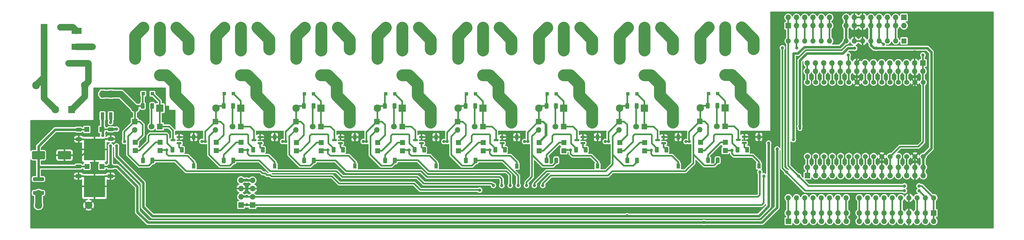
<source format=gbr>
%TF.GenerationSoftware,KiCad,Pcbnew,(6.0.11)*%
%TF.CreationDate,2023-05-25T03:36:54+07:00*%
%TF.ProjectId,RELAY_SHEILD_V2,52454c41-595f-4534-9845-494c445f5632,rev?*%
%TF.SameCoordinates,Original*%
%TF.FileFunction,Copper,L2,Bot*%
%TF.FilePolarity,Positive*%
%FSLAX46Y46*%
G04 Gerber Fmt 4.6, Leading zero omitted, Abs format (unit mm)*
G04 Created by KiCad (PCBNEW (6.0.11)) date 2023-05-25 03:36:54*
%MOMM*%
%LPD*%
G01*
G04 APERTURE LIST*
G04 Aperture macros list*
%AMRoundRect*
0 Rectangle with rounded corners*
0 $1 Rounding radius*
0 $2 $3 $4 $5 $6 $7 $8 $9 X,Y pos of 4 corners*
0 Add a 4 corners polygon primitive as box body*
4,1,4,$2,$3,$4,$5,$6,$7,$8,$9,$2,$3,0*
0 Add four circle primitives for the rounded corners*
1,1,$1+$1,$2,$3*
1,1,$1+$1,$4,$5*
1,1,$1+$1,$6,$7*
1,1,$1+$1,$8,$9*
0 Add four rect primitives between the rounded corners*
20,1,$1+$1,$2,$3,$4,$5,0*
20,1,$1+$1,$4,$5,$6,$7,0*
20,1,$1+$1,$6,$7,$8,$9,0*
20,1,$1+$1,$8,$9,$2,$3,0*%
G04 Aperture macros list end*
%TA.AperFunction,ComponentPad*%
%ADD10R,2.300000X2.300000*%
%TD*%
%TA.AperFunction,ComponentPad*%
%ADD11C,2.300000*%
%TD*%
%TA.AperFunction,ComponentPad*%
%ADD12R,1.700000X1.700000*%
%TD*%
%TA.AperFunction,ComponentPad*%
%ADD13O,1.700000X1.700000*%
%TD*%
%TA.AperFunction,ComponentPad*%
%ADD14C,1.524000*%
%TD*%
%TA.AperFunction,ComponentPad*%
%ADD15R,1.800000X1.800000*%
%TD*%
%TA.AperFunction,ComponentPad*%
%ADD16C,1.800000*%
%TD*%
%TA.AperFunction,ComponentPad*%
%ADD17C,3.000000*%
%TD*%
%TA.AperFunction,ComponentPad*%
%ADD18R,2.100000X2.100000*%
%TD*%
%TA.AperFunction,ComponentPad*%
%ADD19C,2.100000*%
%TD*%
%TA.AperFunction,ComponentPad*%
%ADD20C,2.010000*%
%TD*%
%TA.AperFunction,ComponentPad*%
%ADD21R,2.000000X2.300000*%
%TD*%
%TA.AperFunction,ComponentPad*%
%ADD22C,2.400000*%
%TD*%
%TA.AperFunction,SMDPad,CuDef*%
%ADD23RoundRect,0.250000X-0.312500X-0.625000X0.312500X-0.625000X0.312500X0.625000X-0.312500X0.625000X0*%
%TD*%
%TA.AperFunction,SMDPad,CuDef*%
%ADD24RoundRect,0.150000X0.587500X0.150000X-0.587500X0.150000X-0.587500X-0.150000X0.587500X-0.150000X0*%
%TD*%
%TA.AperFunction,SMDPad,CuDef*%
%ADD25R,1.100000X1.500000*%
%TD*%
%TA.AperFunction,SMDPad,CuDef*%
%ADD26RoundRect,0.250000X-0.650000X0.325000X-0.650000X-0.325000X0.650000X-0.325000X0.650000X0.325000X0*%
%TD*%
%TA.AperFunction,SMDPad,CuDef*%
%ADD27R,1.600000X1.600000*%
%TD*%
%TA.AperFunction,SMDPad,CuDef*%
%ADD28RoundRect,0.250000X0.312500X0.625000X-0.312500X0.625000X-0.312500X-0.625000X0.312500X-0.625000X0*%
%TD*%
%TA.AperFunction,SMDPad,CuDef*%
%ADD29R,1.100000X1.100000*%
%TD*%
%TA.AperFunction,SMDPad,CuDef*%
%ADD30RoundRect,0.250000X1.450000X-0.312500X1.450000X0.312500X-1.450000X0.312500X-1.450000X-0.312500X0*%
%TD*%
%TA.AperFunction,SMDPad,CuDef*%
%ADD31R,3.150000X1.960000*%
%TD*%
%TA.AperFunction,SMDPad,CuDef*%
%ADD32RoundRect,0.250000X-1.750000X-1.000000X1.750000X-1.000000X1.750000X1.000000X-1.750000X1.000000X0*%
%TD*%
%TA.AperFunction,SMDPad,CuDef*%
%ADD33R,1.120000X2.160000*%
%TD*%
%TA.AperFunction,SMDPad,CuDef*%
%ADD34R,1.500000X1.600000*%
%TD*%
%TA.AperFunction,SMDPad,CuDef*%
%ADD35R,6.500000X6.700000*%
%TD*%
%TA.AperFunction,ComponentPad*%
%ADD36R,1.600000X1.600000*%
%TD*%
%TA.AperFunction,ComponentPad*%
%ADD37O,1.600000X1.600000*%
%TD*%
%TA.AperFunction,ViaPad*%
%ADD38C,1.000000*%
%TD*%
%TA.AperFunction,Conductor*%
%ADD39C,0.800000*%
%TD*%
%TA.AperFunction,Conductor*%
%ADD40C,2.000000*%
%TD*%
%TA.AperFunction,Conductor*%
%ADD41C,0.500000*%
%TD*%
%TA.AperFunction,Conductor*%
%ADD42C,3.650000*%
%TD*%
%TA.AperFunction,Conductor*%
%ADD43C,0.200000*%
%TD*%
G04 APERTURE END LIST*
D10*
%TO.P,K4,1*%
%TO.N,Net-(D8-Pad1)*%
X134357500Y-50845000D03*
D11*
%TO.P,K4,2*%
%TO.N,Net-(F7-Pad1)*%
X134357500Y-40685000D03*
%TO.P,K4,3*%
%TO.N,Net-(J29-Pad2)*%
X134357500Y-33065000D03*
%TO.P,K4,4*%
%TO.N,Net-(J29-Pad1)*%
X126737500Y-35605000D03*
%TO.P,K4,5*%
%TO.N,/RELAY_POWER*%
X126737500Y-50845000D03*
%TD*%
D12*
%TO.P,J18,1,Pin_1*%
%TO.N,/D0*%
X253077500Y-85600000D03*
D13*
%TO.P,J18,2,Pin_2*%
X253077500Y-83060000D03*
%TO.P,J18,3,Pin_3*%
%TO.N,/D1*%
X255617500Y-85600000D03*
%TO.P,J18,4,Pin_4*%
X255617500Y-83060000D03*
%TO.P,J18,5,Pin_5*%
%TO.N,/D2*%
X258157500Y-85600000D03*
%TO.P,J18,6,Pin_6*%
X258157500Y-83060000D03*
%TO.P,J18,7,Pin_7*%
%TO.N,/D3*%
X260697500Y-85600000D03*
%TO.P,J18,8,Pin_8*%
X260697500Y-83060000D03*
%TO.P,J18,9,Pin_9*%
%TO.N,/D4*%
X263237500Y-85600000D03*
%TO.P,J18,10,Pin_10*%
X263237500Y-83060000D03*
%TO.P,J18,11,Pin_11*%
%TO.N,/D5*%
X265777500Y-85600000D03*
%TO.P,J18,12,Pin_12*%
X265777500Y-83060000D03*
%TO.P,J18,13,Pin_13*%
%TO.N,/D6*%
X268317500Y-85600000D03*
%TO.P,J18,14,Pin_14*%
X268317500Y-83060000D03*
%TO.P,J18,15,Pin_15*%
%TO.N,/D7*%
X270857500Y-85600000D03*
%TO.P,J18,16,Pin_16*%
X270857500Y-83060000D03*
%TD*%
D14*
%TO.P,U3,1,A0*%
%TO.N,/ESP1*%
X258957500Y-65690000D03*
%TO.P,U3,2,res*%
%TO.N,/ESP2*%
X261497500Y-65690000D03*
%TO.P,U3,3,res*%
%TO.N,/ESP3*%
X264037500Y-65690000D03*
%TO.P,U3,4,SDD3/GPIO10*%
%TO.N,/ESP4*%
X266577500Y-65690000D03*
%TO.P,U3,5,SDD2/GPIO9*%
%TO.N,/ESP5*%
X269117500Y-65690000D03*
%TO.P,U3,6,SDD1/GPIO8/MOSI*%
%TO.N,/ESP6*%
X271657500Y-65690000D03*
%TO.P,U3,7,SDCMD/GPIO11/CS*%
%TO.N,/ESP7*%
X274197500Y-65690000D03*
%TO.P,U3,8,SDD0/GPIO7/MISO*%
%TO.N,/ESP8*%
X276737500Y-65690000D03*
%TO.P,U3,9,SCLK/GPIO6*%
%TO.N,/ESP9*%
X279277500Y-65690000D03*
%TO.P,U3,10,GND*%
%TO.N,GND*%
X281817500Y-65690000D03*
%TO.P,U3,11,3V3*%
%TO.N,/3V3*%
X284357500Y-65690000D03*
%TO.P,U3,12,EN*%
%TO.N,/ESP12*%
X286897500Y-65690000D03*
%TO.P,U3,13,RST*%
%TO.N,/ESP13*%
X289437500Y-65690000D03*
%TO.P,U3,14,GND*%
%TO.N,GND*%
X291977500Y-65690000D03*
%TO.P,U3,15,+5V/Vin*%
%TO.N,+5V*%
X294517500Y-65690000D03*
%TO.P,U3,16,3V3*%
%TO.N,/3V3*%
X294517500Y-42830000D03*
%TO.P,U3,17,GND*%
%TO.N,GND*%
X291977500Y-42830000D03*
%TO.P,U3,18,TXD0/GPIO1*%
%TO.N,/ESP18*%
X289437500Y-42830000D03*
%TO.P,U3,19,RXD0/GPIO3*%
%TO.N,/ESP19*%
X286897500Y-42830000D03*
%TO.P,U3,20,TXD2/CS/GPIO15/D8*%
%TO.N,/ESP20*%
X284357500Y-42830000D03*
%TO.P,U3,21,RXD2/MOSI/GPIO13/D7*%
%TO.N,/ESP21*%
X281817500Y-42830000D03*
%TO.P,U3,22,MISO/GPIO14/D6*%
%TO.N,/ESP22*%
X279277500Y-42830000D03*
%TO.P,U3,23,SCLK/GPIO14/D5*%
%TO.N,/ESP23*%
X276737500Y-42830000D03*
%TO.P,U3,24,GND*%
%TO.N,GND*%
X274197500Y-42830000D03*
%TO.P,U3,25,3V3*%
%TO.N,/3V3*%
X271657500Y-42830000D03*
%TO.P,U3,26,TXD1/GPIO2/D4*%
%TO.N,/ESP26*%
X269117500Y-42830000D03*
%TO.P,U3,27,FLASH/GPIO0/D3*%
%TO.N,/ESP27*%
X266577500Y-42830000D03*
%TO.P,U3,28,SDA/GPIO4/D2*%
%TO.N,/ESP28*%
X264037500Y-42830000D03*
%TO.P,U3,29,SCL/GPIO5/D1*%
%TO.N,/ESP29*%
X261497500Y-42830000D03*
%TO.P,U3,30,WAKE/GPIO16/D0*%
%TO.N,/ESP30*%
X258957500Y-42830000D03*
%TD*%
D15*
%TO.P,D14,1,K*%
%TO.N,Net-(D14-Pad1)*%
X208797500Y-56480000D03*
D16*
%TO.P,D14,2,A*%
%TO.N,Net-(D14-Pad2)*%
X206257500Y-56480000D03*
%TD*%
D17*
%TO.P,F10,1*%
%TO.N,Net-(F10-Pad1)*%
X217562500Y-55195000D03*
%TO.P,F10,2*%
%TO.N,Net-(F10-Pad2)*%
X217562500Y-32695000D03*
%TD*%
D12*
%TO.P,J22,1,Pin_1*%
%TO.N,/RELAY_POWER*%
X52167500Y-54946000D03*
D13*
%TO.P,J22,2,Pin_2*%
%TO.N,DC+ _1*%
X52167500Y-57486000D03*
%TD*%
D15*
%TO.P,D8,1,K*%
%TO.N,Net-(D8-Pad1)*%
X134367500Y-56480000D03*
D16*
%TO.P,D8,2,A*%
%TO.N,Net-(D8-Pad2)*%
X131827500Y-56480000D03*
%TD*%
D17*
%TO.P,F7,1*%
%TO.N,Net-(F7-Pad1)*%
X143132500Y-55195000D03*
%TO.P,F7,2*%
%TO.N,Net-(F7-Pad2)*%
X143132500Y-32695000D03*
%TD*%
%TO.P,F5,1*%
%TO.N,Net-(F5-Pad1)*%
X93532500Y-55181000D03*
%TO.P,F5,2*%
%TO.N,Net-(F5-Pad2)*%
X93532500Y-32681000D03*
%TD*%
D10*
%TO.P,K7,1*%
%TO.N,Net-(D14-Pad1)*%
X208787500Y-50845000D03*
D11*
%TO.P,K7,2*%
%TO.N,Net-(F10-Pad1)*%
X208787500Y-40685000D03*
%TO.P,K7,3*%
%TO.N,Net-(J35-Pad2)*%
X208787500Y-33065000D03*
%TO.P,K7,4*%
%TO.N,Net-(J35-Pad1)*%
X201167500Y-35605000D03*
%TO.P,K7,5*%
%TO.N,/RELAY_POWER*%
X201167500Y-50845000D03*
%TD*%
D15*
%TO.P,D16,1,K*%
%TO.N,Net-(D16-Pad1)*%
X183997500Y-56480000D03*
D16*
%TO.P,D16,2,A*%
%TO.N,Net-(D16-Pad2)*%
X181457500Y-56480000D03*
%TD*%
D10*
%TO.P,K6,1*%
%TO.N,Net-(D12-Pad1)*%
X233587500Y-50783125D03*
D11*
%TO.P,K6,2*%
%TO.N,Net-(F9-Pad1)*%
X233587500Y-40623125D03*
%TO.P,K6,3*%
%TO.N,Net-(J33-Pad2)*%
X233587500Y-33003125D03*
%TO.P,K6,4*%
%TO.N,Net-(J33-Pad1)*%
X225967500Y-35543125D03*
%TO.P,K6,5*%
%TO.N,/RELAY_POWER*%
X225967500Y-50783125D03*
%TD*%
D18*
%TO.P,J13,1,Pin_1*%
%TO.N,Net-(C3-Pad2)*%
X24305000Y-25950000D03*
D19*
%TO.P,J13,2,Pin_2*%
%TO.N,Net-(F1-Pad1)*%
X29385000Y-25950000D03*
%TD*%
D17*
%TO.P,F9,1*%
%TO.N,Net-(F9-Pad1)*%
X242362500Y-55133125D03*
%TO.P,F9,2*%
%TO.N,Net-(F9-Pad2)*%
X242362500Y-32633125D03*
%TD*%
D12*
%TO.P,J21,1,Pin_1*%
%TO.N,/3V3*%
X294417500Y-36920000D03*
D13*
%TO.P,J21,2,Pin_2*%
X294417500Y-39460000D03*
%TO.P,J21,3,Pin_3*%
%TO.N,GND*%
X291877500Y-36920000D03*
%TO.P,J21,4,Pin_4*%
X291877500Y-39460000D03*
%TO.P,J21,5,Pin_5*%
%TO.N,/ESP18*%
X289337500Y-36920000D03*
%TO.P,J21,6,Pin_6*%
X289337500Y-39460000D03*
%TO.P,J21,7,Pin_7*%
%TO.N,/ESP19*%
X286797500Y-36920000D03*
%TO.P,J21,8,Pin_8*%
X286797500Y-39460000D03*
%TO.P,J21,9,Pin_9*%
%TO.N,/ESP20*%
X284257500Y-36920000D03*
%TO.P,J21,10,Pin_10*%
X284257500Y-39460000D03*
%TO.P,J21,11,Pin_11*%
%TO.N,/ESP21*%
X281717500Y-36920000D03*
%TO.P,J21,12,Pin_12*%
X281717500Y-39460000D03*
%TO.P,J21,13,Pin_13*%
%TO.N,/ESP22*%
X279177500Y-36920000D03*
%TO.P,J21,14,Pin_14*%
X279177500Y-39460000D03*
%TO.P,J21,15,Pin_15*%
%TO.N,/ESP23*%
X276637500Y-36920000D03*
%TO.P,J21,16,Pin_16*%
X276637500Y-39460000D03*
%TO.P,J21,17,Pin_17*%
%TO.N,GND*%
X274097500Y-36920000D03*
%TO.P,J21,18,Pin_18*%
X274097500Y-39460000D03*
%TO.P,J21,19,Pin_19*%
%TO.N,/3V3*%
X271557500Y-36920000D03*
%TO.P,J21,20,Pin_20*%
X271557500Y-39460000D03*
%TO.P,J21,21,Pin_21*%
%TO.N,/ESP26*%
X269017500Y-36920000D03*
%TO.P,J21,22,Pin_22*%
X269017500Y-39460000D03*
%TO.P,J21,23,Pin_23*%
%TO.N,/ESP27*%
X266477500Y-36920000D03*
%TO.P,J21,24,Pin_24*%
X266477500Y-39460000D03*
%TO.P,J21,25,Pin_25*%
%TO.N,/ESP28*%
X263937500Y-36920000D03*
%TO.P,J21,26,Pin_26*%
X263937500Y-39460000D03*
%TO.P,J21,27,Pin_27*%
%TO.N,/ESP29*%
X261397500Y-36920000D03*
%TO.P,J21,28,Pin_28*%
X261397500Y-39460000D03*
%TO.P,J21,29,Pin_29*%
%TO.N,/ESP30*%
X258857500Y-36920000D03*
%TO.P,J21,30,Pin_30*%
X258857500Y-39460000D03*
%TD*%
D12*
%TO.P,J28,1,Pin_1*%
%TO.N,/RELAY_POWER*%
X126632500Y-54960000D03*
D13*
%TO.P,J28,2,Pin_2*%
%TO.N,DC+ _4*%
X126632500Y-57500000D03*
%TD*%
D12*
%TO.P,J34,1,Pin_1*%
%TO.N,/RELAY_POWER*%
X201062500Y-54960000D03*
D13*
%TO.P,J34,2,Pin_2*%
%TO.N,DC+ _7*%
X201062500Y-57500000D03*
%TD*%
D10*
%TO.P,K1,1*%
%TO.N,Net-(D2-Pad1)*%
X59892500Y-50831000D03*
D11*
%TO.P,K1,2*%
%TO.N,Net-(F4-Pad1)*%
X59892500Y-40671000D03*
%TO.P,K1,3*%
%TO.N,Net-(J23-Pad2)*%
X59892500Y-33051000D03*
%TO.P,K1,4*%
%TO.N,Net-(J23-Pad1)*%
X52272500Y-35591000D03*
%TO.P,K1,5*%
%TO.N,/RELAY_POWER*%
X52272500Y-50831000D03*
%TD*%
D12*
%TO.P,J32,1,Pin_1*%
%TO.N,/RELAY_POWER*%
X225862500Y-54898125D03*
D13*
%TO.P,J32,2,Pin_2*%
%TO.N,DC+ _8*%
X225862500Y-57438125D03*
%TD*%
D10*
%TO.P,K3,1*%
%TO.N,Net-(D6-Pad1)*%
X109442500Y-50845000D03*
D11*
%TO.P,K3,2*%
%TO.N,Net-(F6-Pad1)*%
X109442500Y-40685000D03*
%TO.P,K3,3*%
%TO.N,Net-(J27-Pad2)*%
X109442500Y-33065000D03*
%TO.P,K3,4*%
%TO.N,Net-(J27-Pad1)*%
X101822500Y-35605000D03*
%TO.P,K3,5*%
%TO.N,/RELAY_POWER*%
X101822500Y-50845000D03*
%TD*%
D12*
%TO.P,J36,1,Pin_1*%
%TO.N,/RELAY_POWER*%
X176262500Y-54960000D03*
D13*
%TO.P,J36,2,Pin_2*%
%TO.N,DC+ _6*%
X176262500Y-57500000D03*
%TD*%
D20*
%TO.P,F2,1*%
%TO.N,Net-(F1-Pad2)*%
X39200000Y-31975000D03*
%TO.P,F2,2*%
%TO.N,Net-(C3-Pad1)*%
X38000000Y-37075000D03*
%TD*%
D18*
%TO.P,J29,1,Pin_1*%
%TO.N,Net-(J29-Pad1)*%
X129297500Y-26040000D03*
D19*
%TO.P,J29,2,Pin_2*%
%TO.N,Net-(J29-Pad2)*%
X134377500Y-26040000D03*
%TO.P,J29,3,Pin_3*%
%TO.N,Net-(F7-Pad2)*%
X139457500Y-26040000D03*
%TD*%
D17*
%TO.P,F6,1*%
%TO.N,Net-(F6-Pad1)*%
X118217500Y-55195000D03*
%TO.P,F6,2*%
%TO.N,Net-(F6-Pad2)*%
X118217500Y-32695000D03*
%TD*%
D16*
%TO.P,RV1,1*%
%TO.N,Net-(C3-Pad1)*%
X31850000Y-37025000D03*
%TO.P,RV1,2*%
%TO.N,Net-(C3-Pad2)*%
X24350000Y-33025000D03*
%TD*%
D10*
%TO.P,K8,1*%
%TO.N,Net-(D16-Pad1)*%
X183987500Y-50845000D03*
D11*
%TO.P,K8,2*%
%TO.N,Net-(F11-Pad1)*%
X183987500Y-40685000D03*
%TO.P,K8,3*%
%TO.N,Net-(J37-Pad2)*%
X183987500Y-33065000D03*
%TO.P,K8,4*%
%TO.N,Net-(J37-Pad1)*%
X176367500Y-35605000D03*
%TO.P,K8,5*%
%TO.N,/RELAY_POWER*%
X176367500Y-50845000D03*
%TD*%
D16*
%TO.P,D6,2,A*%
%TO.N,Net-(D6-Pad2)*%
X106912500Y-56480000D03*
D15*
%TO.P,D6,1,K*%
%TO.N,Net-(D6-Pad1)*%
X109452500Y-56480000D03*
%TD*%
D17*
%TO.P,F8,1*%
%TO.N,Net-(F8-Pad1)*%
X167942500Y-55205000D03*
%TO.P,F8,2*%
%TO.N,Net-(F8-Pad2)*%
X167942500Y-32705000D03*
%TD*%
D16*
%TO.P,D4,2,A*%
%TO.N,Net-(D4-Pad2)*%
X82227500Y-56466000D03*
D15*
%TO.P,D4,1,K*%
%TO.N,Net-(D4-Pad1)*%
X84767500Y-56466000D03*
%TD*%
D18*
%TO.P,J33,1,Pin_1*%
%TO.N,Net-(J33-Pad1)*%
X228527500Y-25978125D03*
D19*
%TO.P,J33,2,Pin_2*%
%TO.N,Net-(J33-Pad2)*%
X233607500Y-25978125D03*
%TO.P,J33,3,Pin_3*%
%TO.N,Net-(F9-Pad2)*%
X238687500Y-25978125D03*
%TD*%
D12*
%TO.P,J6,1,Pin_1*%
%TO.N,SCL*%
X88400000Y-80650000D03*
D13*
%TO.P,J6,2,Pin_2*%
%TO.N,SDA*%
X88400000Y-78110000D03*
%TO.P,J6,3,Pin_3*%
%TO.N,GND*%
X88400000Y-75570000D03*
%TO.P,J6,4,Pin_4*%
%TO.N,+5V*%
X88400000Y-73030000D03*
%TD*%
D12*
%TO.P,J30,1,Pin_1*%
%TO.N,/RELAY_POWER*%
X151442500Y-54970000D03*
D13*
%TO.P,J30,2,Pin_2*%
%TO.N,DC+ _5*%
X151442500Y-57510000D03*
%TD*%
D10*
%TO.P,K5,1*%
%TO.N,Net-(D10-Pad1)*%
X159167500Y-50855000D03*
D11*
%TO.P,K5,2*%
%TO.N,Net-(F8-Pad1)*%
X159167500Y-40695000D03*
%TO.P,K5,3*%
%TO.N,Net-(J31-Pad2)*%
X159167500Y-33075000D03*
%TO.P,K5,4*%
%TO.N,Net-(J31-Pad1)*%
X151547500Y-35615000D03*
%TO.P,K5,5*%
%TO.N,/RELAY_POWER*%
X151547500Y-50855000D03*
%TD*%
D12*
%TO.P,J17,1,Pin_1*%
%TO.N,SCL*%
X297737500Y-83060000D03*
D13*
%TO.P,J17,2,Pin_2*%
X297737500Y-85600000D03*
%TO.P,J17,3,Pin_3*%
%TO.N,SDA*%
X295197500Y-83060000D03*
%TO.P,J17,4,Pin_4*%
X295197500Y-85600000D03*
%TO.P,J17,5,Pin_5*%
%TO.N,/30*%
X292657500Y-83060000D03*
%TO.P,J17,6,Pin_6*%
X292657500Y-85600000D03*
%TO.P,J17,7,Pin_7*%
%TO.N,GND*%
X290117500Y-83060000D03*
%TO.P,J17,8,Pin_8*%
X290117500Y-85600000D03*
%TO.P,J17,9,Pin_9*%
%TO.N,/D13*%
X287577500Y-83060000D03*
%TO.P,J17,10,Pin_10*%
X287577500Y-85600000D03*
%TO.P,J17,11,Pin_11*%
%TO.N,/D12*%
X285037500Y-83060000D03*
%TO.P,J17,12,Pin_12*%
X285037500Y-85600000D03*
%TO.P,J17,13,Pin_13*%
%TO.N,/D11*%
X282497500Y-83060000D03*
%TO.P,J17,14,Pin_14*%
X282497500Y-85600000D03*
%TO.P,J17,15,Pin_15*%
%TO.N,/D10*%
X279957500Y-83060000D03*
%TO.P,J17,16,Pin_16*%
X279957500Y-85600000D03*
%TO.P,J17,17,Pin_17*%
%TO.N,/D9*%
X277417500Y-83060000D03*
%TO.P,J17,18,Pin_18*%
X277417500Y-85600000D03*
%TO.P,J17,19,Pin_19*%
%TO.N,/D8*%
X274877500Y-83060000D03*
%TO.P,J17,20,Pin_20*%
X274877500Y-85600000D03*
%TD*%
D21*
%TO.P,PS1,1,AC/L*%
%TO.N,Net-(C3-Pad1)*%
X32805000Y-51287500D03*
D11*
%TO.P,PS1,2,AC/N*%
%TO.N,Net-(C3-Pad2)*%
X27805000Y-51287500D03*
%TO.P,PS1,3,-Vout*%
%TO.N,GND*%
X38005000Y-80687500D03*
%TO.P,PS1,4,+Vout*%
%TO.N,Net-(F3-Pad1)*%
X22605000Y-80687500D03*
%TD*%
D18*
%TO.P,J31,1,Pin_1*%
%TO.N,Net-(J31-Pad1)*%
X154107500Y-26050000D03*
D19*
%TO.P,J31,2,Pin_2*%
%TO.N,Net-(J31-Pad2)*%
X159187500Y-26050000D03*
%TO.P,J31,3,Pin_3*%
%TO.N,Net-(F8-Pad2)*%
X164267500Y-26050000D03*
%TD*%
D12*
%TO.P,J24,1,Pin_1*%
%TO.N,/RELAY_POWER*%
X77032500Y-54946000D03*
D13*
%TO.P,J24,2,Pin_2*%
%TO.N,DC+ _2*%
X77032500Y-57486000D03*
%TD*%
D10*
%TO.P,K2,1*%
%TO.N,Net-(D4-Pad1)*%
X84757500Y-50831000D03*
D11*
%TO.P,K2,2*%
%TO.N,Net-(F5-Pad1)*%
X84757500Y-40671000D03*
%TO.P,K2,3*%
%TO.N,Net-(J25-Pad2)*%
X84757500Y-33051000D03*
%TO.P,K2,4*%
%TO.N,Net-(J25-Pad1)*%
X77137500Y-35591000D03*
%TO.P,K2,5*%
%TO.N,/RELAY_POWER*%
X77137500Y-50831000D03*
%TD*%
D18*
%TO.P,J25,1,Pin_1*%
%TO.N,Net-(J25-Pad1)*%
X79697500Y-26026000D03*
D19*
%TO.P,J25,2,Pin_2*%
%TO.N,Net-(J25-Pad2)*%
X84777500Y-26026000D03*
%TO.P,J25,3,Pin_3*%
%TO.N,Net-(F5-Pad2)*%
X89857500Y-26026000D03*
%TD*%
D22*
%TO.P,C3,1*%
%TO.N,Net-(C3-Pad1)*%
X36850000Y-43775000D03*
%TO.P,C3,2*%
%TO.N,Net-(C3-Pad2)*%
X21850000Y-43775000D03*
%TD*%
D12*
%TO.P,J26,1,Pin_1*%
%TO.N,/RELAY_POWER*%
X101717500Y-54960000D03*
D13*
%TO.P,J26,2,Pin_2*%
%TO.N,DC+ _3*%
X101717500Y-57500000D03*
%TD*%
D18*
%TO.P,J23,1,Pin_1*%
%TO.N,Net-(J23-Pad1)*%
X54832500Y-26026000D03*
D19*
%TO.P,J23,2,Pin_2*%
%TO.N,Net-(J23-Pad2)*%
X59912500Y-26026000D03*
%TO.P,J23,3,Pin_3*%
%TO.N,Net-(F4-Pad2)*%
X64992500Y-26026000D03*
%TD*%
D18*
%TO.P,J37,1,Pin_1*%
%TO.N,Net-(J37-Pad1)*%
X178927500Y-26040000D03*
D19*
%TO.P,J37,2,Pin_2*%
%TO.N,Net-(J37-Pad2)*%
X184007500Y-26040000D03*
%TO.P,J37,3,Pin_3*%
%TO.N,Net-(F11-Pad2)*%
X189087500Y-26040000D03*
%TD*%
D17*
%TO.P,F11,1*%
%TO.N,Net-(F11-Pad1)*%
X192762500Y-55195000D03*
%TO.P,F11,2*%
%TO.N,Net-(F11-Pad2)*%
X192762500Y-32695000D03*
%TD*%
D15*
%TO.P,D2,1,K*%
%TO.N,Net-(D2-Pad1)*%
X59902500Y-56466000D03*
D16*
%TO.P,D2,2,A*%
%TO.N,Net-(D2-Pad2)*%
X57362500Y-56466000D03*
%TD*%
D12*
%TO.P,J15,1,Pin_1*%
%TO.N,SCL*%
X253017500Y-25460000D03*
D13*
%TO.P,J15,2,Pin_2*%
X253017500Y-22920000D03*
%TO.P,J15,3,Pin_3*%
%TO.N,SDA*%
X255557500Y-25460000D03*
%TO.P,J15,4,Pin_4*%
X255557500Y-22920000D03*
%TO.P,J15,5,Pin_5*%
%TO.N,/A3*%
X258097500Y-25460000D03*
%TO.P,J15,6,Pin_6*%
X258097500Y-22920000D03*
%TO.P,J15,7,Pin_7*%
%TO.N,/A2*%
X260637500Y-25460000D03*
%TO.P,J15,8,Pin_8*%
X260637500Y-22920000D03*
%TO.P,J15,9,Pin_9*%
%TO.N,/A1*%
X263177500Y-25460000D03*
%TO.P,J15,10,Pin_10*%
X263177500Y-22920000D03*
%TO.P,J15,11,Pin_11*%
%TO.N,/A0*%
X265717500Y-25460000D03*
%TO.P,J15,12,Pin_12*%
X265717500Y-22920000D03*
%TD*%
D15*
%TO.P,D10,1,K*%
%TO.N,Net-(D10-Pad1)*%
X159177500Y-56490000D03*
D16*
%TO.P,D10,2,A*%
%TO.N,Net-(D10-Pad2)*%
X156637500Y-56490000D03*
%TD*%
D18*
%TO.P,J27,1,Pin_1*%
%TO.N,Net-(J27-Pad1)*%
X104382500Y-26040000D03*
D19*
%TO.P,J27,2,Pin_2*%
%TO.N,Net-(J27-Pad2)*%
X109462500Y-26040000D03*
%TO.P,J27,3,Pin_3*%
%TO.N,Net-(F6-Pad2)*%
X114542500Y-26040000D03*
%TD*%
D15*
%TO.P,D12,1,K*%
%TO.N,Net-(D12-Pad1)*%
X233597500Y-56418125D03*
D16*
%TO.P,D12,2,A*%
%TO.N,Net-(D12-Pad2)*%
X231057500Y-56418125D03*
%TD*%
D18*
%TO.P,J35,1,Pin_1*%
%TO.N,Net-(J35-Pad1)*%
X203727500Y-26040000D03*
D19*
%TO.P,J35,2,Pin_2*%
%TO.N,Net-(J35-Pad2)*%
X208807500Y-26040000D03*
%TO.P,J35,3,Pin_3*%
%TO.N,Net-(F10-Pad2)*%
X213887500Y-26040000D03*
%TD*%
D12*
%TO.P,J19,1,Pin_1*%
%TO.N,unconnected-(J19-Pad1)*%
X288597500Y-22920000D03*
D13*
%TO.P,J19,2,Pin_2*%
%TO.N,unconnected-(J19-Pad2)*%
X288597500Y-25460000D03*
%TO.P,J19,3,Pin_3*%
%TO.N,/IOREF*%
X286057500Y-22920000D03*
%TO.P,J19,4,Pin_4*%
X286057500Y-25460000D03*
%TO.P,J19,5,Pin_5*%
%TO.N,/RST*%
X283517500Y-22920000D03*
%TO.P,J19,6,Pin_6*%
X283517500Y-25460000D03*
%TO.P,J19,7,Pin_7*%
%TO.N,/3V3*%
X280977500Y-22920000D03*
%TO.P,J19,8,Pin_8*%
X280977500Y-25460000D03*
%TO.P,J19,9,Pin_9*%
%TO.N,+5V*%
X278437500Y-22920000D03*
%TO.P,J19,10,Pin_10*%
X278437500Y-25460000D03*
%TO.P,J19,11,Pin_11*%
%TO.N,GND*%
X275897500Y-22920000D03*
%TO.P,J19,12,Pin_12*%
X275897500Y-25460000D03*
%TO.P,J19,13,Pin_13*%
X273357500Y-22920000D03*
%TO.P,J19,14,Pin_14*%
X273357500Y-25460000D03*
%TO.P,J19,15,Pin_15*%
%TO.N,+9V*%
X270817500Y-22920000D03*
%TO.P,J19,16,Pin_16*%
X270817500Y-25460000D03*
%TD*%
D17*
%TO.P,F4,1*%
%TO.N,Net-(F4-Pad1)*%
X68667500Y-55181000D03*
%TO.P,F4,2*%
%TO.N,Net-(F4-Pad2)*%
X68667500Y-32681000D03*
%TD*%
D12*
%TO.P,J20,1,Pin_1*%
%TO.N,/ESP1*%
X258962500Y-71535000D03*
D13*
%TO.P,J20,2,Pin_2*%
X258962500Y-68995000D03*
%TO.P,J20,3,Pin_3*%
%TO.N,/ESP2*%
X261502500Y-71535000D03*
%TO.P,J20,4,Pin_4*%
X261502500Y-68995000D03*
%TO.P,J20,5,Pin_5*%
%TO.N,/ESP3*%
X264042500Y-71535000D03*
%TO.P,J20,6,Pin_6*%
X264042500Y-68995000D03*
%TO.P,J20,7,Pin_7*%
%TO.N,/ESP4*%
X266582500Y-71535000D03*
%TO.P,J20,8,Pin_8*%
X266582500Y-68995000D03*
%TO.P,J20,9,Pin_9*%
%TO.N,/ESP5*%
X269122500Y-71535000D03*
%TO.P,J20,10,Pin_10*%
X269122500Y-68995000D03*
%TO.P,J20,11,Pin_11*%
%TO.N,/ESP6*%
X271662500Y-71535000D03*
%TO.P,J20,12,Pin_12*%
X271662500Y-68995000D03*
%TO.P,J20,13,Pin_13*%
%TO.N,/ESP7*%
X274202500Y-71535000D03*
%TO.P,J20,14,Pin_14*%
X274202500Y-68995000D03*
%TO.P,J20,15,Pin_15*%
%TO.N,/ESP8*%
X276742500Y-71535000D03*
%TO.P,J20,16,Pin_16*%
X276742500Y-68995000D03*
%TO.P,J20,17,Pin_17*%
%TO.N,/ESP9*%
X279282500Y-71535000D03*
%TO.P,J20,18,Pin_18*%
X279282500Y-68995000D03*
%TO.P,J20,19,Pin_19*%
%TO.N,GND*%
X281822500Y-71535000D03*
%TO.P,J20,20,Pin_20*%
X281822500Y-68995000D03*
%TO.P,J20,21,Pin_21*%
%TO.N,/3V3*%
X284362500Y-71535000D03*
%TO.P,J20,22,Pin_22*%
X284362500Y-68995000D03*
%TO.P,J20,23,Pin_23*%
%TO.N,/ESP12*%
X286902500Y-71535000D03*
%TO.P,J20,24,Pin_24*%
X286902500Y-68995000D03*
%TO.P,J20,25,Pin_25*%
%TO.N,/ESP13*%
X289442500Y-71535000D03*
%TO.P,J20,26,Pin_26*%
X289442500Y-68995000D03*
%TO.P,J20,27,Pin_27*%
%TO.N,GND*%
X291982500Y-71535000D03*
%TO.P,J20,28,Pin_28*%
X291982500Y-68995000D03*
%TO.P,J20,29,Pin_29*%
%TO.N,+5V*%
X294522500Y-71535000D03*
%TO.P,J20,30,Pin_30*%
X294522500Y-68995000D03*
%TD*%
D23*
%TO.P,R5,1*%
%TO.N,Net-(R5-Pad1)*%
X63742500Y-63631000D03*
%TO.P,R5,2*%
%TO.N,Net-(Q1-Pad2)*%
X66667500Y-63631000D03*
%TD*%
D24*
%TO.P,Q8,1,E*%
%TO.N,GND*%
X189950000Y-59695000D03*
%TO.P,Q8,2,B*%
%TO.N,Net-(Q8-Pad2)*%
X189950000Y-61595000D03*
%TO.P,Q8,3,C*%
%TO.N,Net-(D16-Pad1)*%
X188075000Y-60645000D03*
%TD*%
D23*
%TO.P,R9,1*%
%TO.N,/RELAY_POWER*%
X79495000Y-50116000D03*
%TO.P,R9,2*%
%TO.N,Net-(D4-Pad2)*%
X82420000Y-50116000D03*
%TD*%
D25*
%TO.P,SW9,1*%
%TO.N,DC- _6*%
X194412500Y-68645000D03*
%TO.P,SW9,2*%
%TO.N,GND*%
X194412500Y-59745000D03*
%TD*%
D26*
%TO.P,C1,1*%
%TO.N,+12V*%
X34987738Y-57407738D03*
%TO.P,C1,2*%
%TO.N,GND*%
X34987738Y-60357738D03*
%TD*%
D23*
%TO.P,R6,1*%
%TO.N,/RELAY_POWER*%
X54630000Y-50116000D03*
%TO.P,R6,2*%
%TO.N,Net-(D2-Pad2)*%
X57555000Y-50116000D03*
%TD*%
D27*
%TO.P,U6,1*%
%TO.N,Net-(R10-Pad2)*%
X109535000Y-61375000D03*
%TO.P,U6,2*%
%TO.N,DC- _3*%
X109535000Y-63915000D03*
%TO.P,U6,3*%
%TO.N,Net-(R11-Pad1)*%
X101915000Y-63915000D03*
%TO.P,U6,4*%
%TO.N,/RELAY_POWER*%
X101915000Y-61375000D03*
%TD*%
D24*
%TO.P,Q5,1,E*%
%TO.N,GND*%
X165130000Y-59705000D03*
%TO.P,Q5,2,B*%
%TO.N,Net-(Q5-Pad2)*%
X165130000Y-61605000D03*
%TO.P,Q5,3,C*%
%TO.N,Net-(D10-Pad1)*%
X163255000Y-60655000D03*
%TD*%
D28*
%TO.P,R13,1*%
%TO.N,DC+ _4*%
X132095000Y-66895000D03*
%TO.P,R13,2*%
%TO.N,Net-(R13-Pad2)*%
X129170000Y-66895000D03*
%TD*%
D27*
%TO.P,U8,1*%
%TO.N,Net-(R16-Pad2)*%
X159260000Y-61385000D03*
%TO.P,U8,2*%
%TO.N,DC- _5*%
X159260000Y-63925000D03*
%TO.P,U8,3*%
%TO.N,Net-(R17-Pad1)*%
X151640000Y-63925000D03*
%TO.P,U8,4*%
%TO.N,/RELAY_POWER*%
X151640000Y-61385000D03*
%TD*%
D29*
%TO.P,D3,1,K*%
%TO.N,/RELAY_POWER*%
X54817500Y-46381000D03*
%TO.P,D3,2,A*%
%TO.N,Net-(D2-Pad1)*%
X57617500Y-46381000D03*
%TD*%
D28*
%TO.P,R7,1*%
%TO.N,DC+ _2*%
X82495000Y-66881000D03*
%TO.P,R7,2*%
%TO.N,Net-(R7-Pad2)*%
X79570000Y-66881000D03*
%TD*%
D24*
%TO.P,Q7,1,E*%
%TO.N,GND*%
X214750000Y-59695000D03*
%TO.P,Q7,2,B*%
%TO.N,Net-(Q7-Pad2)*%
X214750000Y-61595000D03*
%TO.P,Q7,3,C*%
%TO.N,Net-(D14-Pad1)*%
X212875000Y-60645000D03*
%TD*%
%TO.P,Q1,1,E*%
%TO.N,GND*%
X65855000Y-59681000D03*
%TO.P,Q1,2,B*%
%TO.N,Net-(Q1-Pad2)*%
X65855000Y-61581000D03*
%TO.P,Q1,3,C*%
%TO.N,Net-(D2-Pad1)*%
X63980000Y-60631000D03*
%TD*%
D23*
%TO.P,R11,1*%
%TO.N,Net-(R11-Pad1)*%
X113292500Y-63645000D03*
%TO.P,R11,2*%
%TO.N,Net-(Q3-Pad2)*%
X116217500Y-63645000D03*
%TD*%
D26*
%TO.P,C6,1*%
%TO.N,+9V*%
X44705000Y-68775000D03*
%TO.P,C6,2*%
%TO.N,GND*%
X44705000Y-71725000D03*
%TD*%
D25*
%TO.P,SW3,1*%
%TO.N,DC- _2*%
X95182500Y-68631000D03*
%TO.P,SW3,2*%
%TO.N,GND*%
X95182500Y-59731000D03*
%TD*%
D26*
%TO.P,C2,1*%
%TO.N,+5V*%
X44787738Y-57332738D03*
%TO.P,C2,2*%
%TO.N,GND*%
X44787738Y-60282738D03*
%TD*%
D25*
%TO.P,SW7,1*%
%TO.N,DC- _8*%
X244012500Y-68583125D03*
%TO.P,SW7,2*%
%TO.N,GND*%
X244012500Y-59683125D03*
%TD*%
%TO.P,SW2,1*%
%TO.N,DC- _1*%
X70317500Y-68631000D03*
%TO.P,SW2,2*%
%TO.N,GND*%
X70317500Y-59731000D03*
%TD*%
D30*
%TO.P,F3,1*%
%TO.N,Net-(F3-Pad1)*%
X22600000Y-76912500D03*
%TO.P,F3,2*%
%TO.N,+12V*%
X22600000Y-72637500D03*
%TD*%
D23*
%TO.P,R21,1*%
%TO.N,/RELAY_POWER*%
X228325000Y-50068125D03*
%TO.P,R21,2*%
%TO.N,Net-(D12-Pad2)*%
X231250000Y-50068125D03*
%TD*%
D25*
%TO.P,SW5,1*%
%TO.N,DC- _4*%
X144782500Y-68645000D03*
%TO.P,SW5,2*%
%TO.N,GND*%
X144782500Y-59745000D03*
%TD*%
D29*
%TO.P,D13,1,K*%
%TO.N,/RELAY_POWER*%
X228512500Y-46333125D03*
%TO.P,D13,2,A*%
%TO.N,Net-(D12-Pad1)*%
X231312500Y-46333125D03*
%TD*%
D23*
%TO.P,R8,1*%
%TO.N,Net-(R8-Pad1)*%
X88607500Y-63631000D03*
%TO.P,R8,2*%
%TO.N,Net-(Q2-Pad2)*%
X91532500Y-63631000D03*
%TD*%
%TO.P,R14,1*%
%TO.N,Net-(R14-Pad1)*%
X138207500Y-63645000D03*
%TO.P,R14,2*%
%TO.N,Net-(Q4-Pad2)*%
X141132500Y-63645000D03*
%TD*%
%TO.P,R18,1*%
%TO.N,/RELAY_POWER*%
X153905000Y-50140000D03*
%TO.P,R18,2*%
%TO.N,Net-(D10-Pad2)*%
X156830000Y-50140000D03*
%TD*%
D24*
%TO.P,Q3,1,E*%
%TO.N,GND*%
X115405000Y-59695000D03*
%TO.P,Q3,2,B*%
%TO.N,Net-(Q3-Pad2)*%
X115405000Y-61595000D03*
%TO.P,Q3,3,C*%
%TO.N,Net-(D6-Pad1)*%
X113530000Y-60645000D03*
%TD*%
D27*
%TO.P,U5,1*%
%TO.N,Net-(R7-Pad2)*%
X84850000Y-61361000D03*
%TO.P,U5,2*%
%TO.N,DC- _2*%
X84850000Y-63901000D03*
%TO.P,U5,3*%
%TO.N,Net-(R8-Pad1)*%
X77230000Y-63901000D03*
%TO.P,U5,4*%
%TO.N,/RELAY_POWER*%
X77230000Y-61361000D03*
%TD*%
D29*
%TO.P,D9,1,K*%
%TO.N,/RELAY_POWER*%
X129282500Y-46395000D03*
%TO.P,D9,2,A*%
%TO.N,Net-(D8-Pad1)*%
X132082500Y-46395000D03*
%TD*%
D27*
%TO.P,U11,1*%
%TO.N,Net-(R25-Pad2)*%
X184080000Y-61375000D03*
%TO.P,U11,2*%
%TO.N,DC- _6*%
X184080000Y-63915000D03*
%TO.P,U11,3*%
%TO.N,Net-(R26-Pad1)*%
X176460000Y-63915000D03*
%TO.P,U11,4*%
%TO.N,/RELAY_POWER*%
X176460000Y-61375000D03*
%TD*%
D28*
%TO.P,R4,1*%
%TO.N,DC+ _1*%
X57630000Y-66881000D03*
%TO.P,R4,2*%
%TO.N,Net-(R4-Pad2)*%
X54705000Y-66881000D03*
%TD*%
D23*
%TO.P,R12,1*%
%TO.N,/RELAY_POWER*%
X104180000Y-50130000D03*
%TO.P,R12,2*%
%TO.N,Net-(D6-Pad2)*%
X107105000Y-50130000D03*
%TD*%
%TO.P,R26,1*%
%TO.N,Net-(R26-Pad1)*%
X187837500Y-63645000D03*
%TO.P,R26,2*%
%TO.N,Net-(Q8-Pad2)*%
X190762500Y-63645000D03*
%TD*%
%TO.P,R27,1*%
%TO.N,/RELAY_POWER*%
X178725000Y-50130000D03*
%TO.P,R27,2*%
%TO.N,Net-(D16-Pad2)*%
X181650000Y-50130000D03*
%TD*%
D27*
%TO.P,U7,1*%
%TO.N,Net-(R13-Pad2)*%
X134450000Y-61375000D03*
%TO.P,U7,2*%
%TO.N,DC- _4*%
X134450000Y-63915000D03*
%TO.P,U7,3*%
%TO.N,Net-(R14-Pad1)*%
X126830000Y-63915000D03*
%TO.P,U7,4*%
%TO.N,/RELAY_POWER*%
X126830000Y-61375000D03*
%TD*%
D31*
%TO.P,F1,1*%
%TO.N,Net-(F1-Pad1)*%
X34350000Y-27070000D03*
%TO.P,F1,2*%
%TO.N,Net-(F1-Pad2)*%
X34350000Y-31980000D03*
%TD*%
D29*
%TO.P,D15,1,K*%
%TO.N,/RELAY_POWER*%
X203712500Y-46395000D03*
%TO.P,D15,2,A*%
%TO.N,Net-(D14-Pad1)*%
X206512500Y-46395000D03*
%TD*%
D32*
%TO.P,C5,1*%
%TO.N,+12V*%
X22600000Y-65275000D03*
%TO.P,C5,2*%
%TO.N,GND*%
X30600000Y-65275000D03*
%TD*%
D33*
%TO.P,SW1,1*%
%TO.N,+9V*%
X44837500Y-53210000D03*
%TO.P,SW1,2*%
%TO.N,+5V*%
X42297500Y-53210000D03*
%TO.P,SW1,3*%
%TO.N,/RELAY_POWER*%
X42297500Y-46480000D03*
%TO.P,SW1,4*%
X44837500Y-46480000D03*
%TD*%
D28*
%TO.P,R22,1*%
%TO.N,DC+ _7*%
X206525000Y-66895000D03*
%TO.P,R22,2*%
%TO.N,Net-(R22-Pad2)*%
X203600000Y-66895000D03*
%TD*%
D29*
%TO.P,D5,1,K*%
%TO.N,/RELAY_POWER*%
X79682500Y-46381000D03*
%TO.P,D5,2,A*%
%TO.N,Net-(D4-Pad1)*%
X82482500Y-46381000D03*
%TD*%
D25*
%TO.P,SW8,1*%
%TO.N,DC- _7*%
X219212500Y-68645000D03*
%TO.P,SW8,2*%
%TO.N,GND*%
X219212500Y-59745000D03*
%TD*%
D24*
%TO.P,Q4,1,E*%
%TO.N,GND*%
X140320000Y-59695000D03*
%TO.P,Q4,2,B*%
%TO.N,Net-(Q4-Pad2)*%
X140320000Y-61595000D03*
%TO.P,Q4,3,C*%
%TO.N,Net-(D8-Pad1)*%
X138445000Y-60645000D03*
%TD*%
D28*
%TO.P,R25,1*%
%TO.N,DC+ _6*%
X181725000Y-66895000D03*
%TO.P,R25,2*%
%TO.N,Net-(R25-Pad2)*%
X178800000Y-66895000D03*
%TD*%
D34*
%TO.P,U2,1,IN*%
%TO.N,+12V*%
X37505000Y-68750000D03*
D35*
%TO.P,U2,2,GND*%
%TO.N,GND*%
X39805000Y-74900000D03*
D34*
%TO.P,U2,3,OUT*%
%TO.N,+9V*%
X42105000Y-68750000D03*
%TD*%
D25*
%TO.P,SW6,1*%
%TO.N,DC- _5*%
X169592500Y-68655000D03*
%TO.P,SW6,2*%
%TO.N,GND*%
X169592500Y-59755000D03*
%TD*%
D29*
%TO.P,D17,1,K*%
%TO.N,/RELAY_POWER*%
X178912500Y-46395000D03*
%TO.P,D17,2,A*%
%TO.N,Net-(D16-Pad1)*%
X181712500Y-46395000D03*
%TD*%
D26*
%TO.P,C4,1*%
%TO.N,+12V*%
X34905000Y-68775000D03*
%TO.P,C4,2*%
%TO.N,GND*%
X34905000Y-71725000D03*
%TD*%
D12*
%TO.P,J1,1,Pin_1*%
%TO.N,SCL*%
X84850000Y-80600000D03*
D13*
%TO.P,J1,2,Pin_2*%
%TO.N,SDA*%
X84850000Y-78060000D03*
%TO.P,J1,3,Pin_3*%
%TO.N,GND*%
X84850000Y-75520000D03*
%TO.P,J1,4,Pin_4*%
%TO.N,+5V*%
X84850000Y-72980000D03*
%TD*%
D34*
%TO.P,U1,1,IN*%
%TO.N,+12V*%
X37487738Y-57367262D03*
D35*
%TO.P,U1,2,GND*%
%TO.N,GND*%
X39787738Y-63517262D03*
D34*
%TO.P,U1,3,OUT*%
%TO.N,+5V*%
X42087738Y-57367262D03*
%TD*%
D28*
%TO.P,R10,1*%
%TO.N,DC+ _3*%
X107180000Y-66895000D03*
%TO.P,R10,2*%
%TO.N,Net-(R10-Pad2)*%
X104255000Y-66895000D03*
%TD*%
D23*
%TO.P,R23,1*%
%TO.N,Net-(R23-Pad1)*%
X212637500Y-63645000D03*
%TO.P,R23,2*%
%TO.N,Net-(Q7-Pad2)*%
X215562500Y-63645000D03*
%TD*%
%TO.P,R24,1*%
%TO.N,/RELAY_POWER*%
X203525000Y-50130000D03*
%TO.P,R24,2*%
%TO.N,Net-(D14-Pad2)*%
X206450000Y-50130000D03*
%TD*%
D25*
%TO.P,SW4,1*%
%TO.N,DC- _3*%
X119867500Y-68645000D03*
%TO.P,SW4,2*%
%TO.N,GND*%
X119867500Y-59745000D03*
%TD*%
D36*
%TO.P,A1,1,NC*%
%TO.N,unconnected-(A1-Pad1)*%
X288612500Y-30130000D03*
D37*
%TO.P,A1,2,IOREF*%
%TO.N,/IOREF*%
X286072500Y-30130000D03*
%TO.P,A1,3,~{RESET}*%
%TO.N,/RST*%
X283532500Y-30130000D03*
%TO.P,A1,4,3V3*%
%TO.N,/3V3*%
X280992500Y-30130000D03*
%TO.P,A1,5,+5V*%
%TO.N,+5V*%
X278452500Y-30130000D03*
%TO.P,A1,6,GND*%
%TO.N,GND*%
X275912500Y-30130000D03*
%TO.P,A1,7,GND*%
X273372500Y-30130000D03*
%TO.P,A1,8,VIN*%
%TO.N,+9V*%
X270832500Y-30130000D03*
%TO.P,A1,9,A0*%
%TO.N,/A0*%
X265752500Y-30130000D03*
%TO.P,A1,10,A1*%
%TO.N,/A1*%
X263212500Y-30130000D03*
%TO.P,A1,11,A2*%
%TO.N,/A2*%
X260672500Y-30130000D03*
%TO.P,A1,12,A3*%
%TO.N,/A3*%
X258132500Y-30130000D03*
%TO.P,A1,13,SDA/A4*%
%TO.N,SDA*%
X255592500Y-30130000D03*
%TO.P,A1,14,SCL/A5*%
%TO.N,SCL*%
X253052500Y-30130000D03*
%TO.P,A1,15,D0/RX*%
%TO.N,/D0*%
X253052500Y-78390000D03*
%TO.P,A1,16,D1/TX*%
%TO.N,/D1*%
X255592500Y-78390000D03*
%TO.P,A1,17,D2*%
%TO.N,/D2*%
X258132500Y-78390000D03*
%TO.P,A1,18,D3*%
%TO.N,/D3*%
X260672500Y-78390000D03*
%TO.P,A1,19,D4*%
%TO.N,/D4*%
X263212500Y-78390000D03*
%TO.P,A1,20,D5*%
%TO.N,/D5*%
X265752500Y-78390000D03*
%TO.P,A1,21,D6*%
%TO.N,/D6*%
X268292500Y-78390000D03*
%TO.P,A1,22,D7*%
%TO.N,/D7*%
X270832500Y-78390000D03*
%TO.P,A1,23,D8*%
%TO.N,/D8*%
X274892500Y-78390000D03*
%TO.P,A1,24,D9*%
%TO.N,/D9*%
X277432500Y-78390000D03*
%TO.P,A1,25,D10*%
%TO.N,/D10*%
X279972500Y-78390000D03*
%TO.P,A1,26,D11*%
%TO.N,/D11*%
X282512500Y-78390000D03*
%TO.P,A1,27,D12*%
%TO.N,/D12*%
X285052500Y-78390000D03*
%TO.P,A1,28,D13*%
%TO.N,/D13*%
X287592500Y-78390000D03*
%TO.P,A1,29,GND*%
%TO.N,GND*%
X290132500Y-78390000D03*
%TO.P,A1,30,AREF*%
%TO.N,/30*%
X292672500Y-78390000D03*
%TO.P,A1,31,SDA/A4*%
%TO.N,SDA*%
X295212500Y-78390000D03*
%TO.P,A1,32,SCL/A5*%
%TO.N,SCL*%
X297752500Y-78390000D03*
%TD*%
D24*
%TO.P,Q2,1,E*%
%TO.N,GND*%
X90720000Y-59681000D03*
%TO.P,Q2,2,B*%
%TO.N,Net-(Q2-Pad2)*%
X90720000Y-61581000D03*
%TO.P,Q2,3,C*%
%TO.N,Net-(D4-Pad1)*%
X88845000Y-60631000D03*
%TD*%
%TO.P,Q6,1,E*%
%TO.N,GND*%
X239550000Y-59633125D03*
%TO.P,Q6,2,B*%
%TO.N,Net-(Q6-Pad2)*%
X239550000Y-61533125D03*
%TO.P,Q6,3,C*%
%TO.N,Net-(D12-Pad1)*%
X237675000Y-60583125D03*
%TD*%
D23*
%TO.P,R17,1*%
%TO.N,Net-(R17-Pad1)*%
X163017500Y-63655000D03*
%TO.P,R17,2*%
%TO.N,Net-(Q5-Pad2)*%
X165942500Y-63655000D03*
%TD*%
D28*
%TO.P,R19,1*%
%TO.N,DC+ _8*%
X231325000Y-66833125D03*
%TO.P,R19,2*%
%TO.N,Net-(R19-Pad2)*%
X228400000Y-66833125D03*
%TD*%
D23*
%TO.P,R20,1*%
%TO.N,Net-(R20-Pad1)*%
X237437500Y-63583125D03*
%TO.P,R20,2*%
%TO.N,Net-(Q6-Pad2)*%
X240362500Y-63583125D03*
%TD*%
D29*
%TO.P,D11,1,K*%
%TO.N,/RELAY_POWER*%
X154092500Y-46405000D03*
%TO.P,D11,2,A*%
%TO.N,Net-(D10-Pad1)*%
X156892500Y-46405000D03*
%TD*%
D27*
%TO.P,U4,1*%
%TO.N,Net-(R4-Pad2)*%
X59985000Y-61361000D03*
%TO.P,U4,2*%
%TO.N,DC- _1*%
X59985000Y-63901000D03*
%TO.P,U4,3*%
%TO.N,Net-(R5-Pad1)*%
X52365000Y-63901000D03*
%TO.P,U4,4*%
%TO.N,/RELAY_POWER*%
X52365000Y-61361000D03*
%TD*%
%TO.P,U9,1*%
%TO.N,Net-(R19-Pad2)*%
X233680000Y-61313125D03*
%TO.P,U9,2*%
%TO.N,DC- _8*%
X233680000Y-63853125D03*
%TO.P,U9,3*%
%TO.N,Net-(R20-Pad1)*%
X226060000Y-63853125D03*
%TO.P,U9,4*%
%TO.N,/RELAY_POWER*%
X226060000Y-61313125D03*
%TD*%
D23*
%TO.P,R15,1*%
%TO.N,/RELAY_POWER*%
X129095000Y-50130000D03*
%TO.P,R15,2*%
%TO.N,Net-(D8-Pad2)*%
X132020000Y-50130000D03*
%TD*%
D27*
%TO.P,U10,1*%
%TO.N,Net-(R22-Pad2)*%
X208880000Y-61375000D03*
%TO.P,U10,2*%
%TO.N,DC- _7*%
X208880000Y-63915000D03*
%TO.P,U10,3*%
%TO.N,Net-(R23-Pad1)*%
X201260000Y-63915000D03*
%TO.P,U10,4*%
%TO.N,/RELAY_POWER*%
X201260000Y-61375000D03*
%TD*%
D29*
%TO.P,D7,1,K*%
%TO.N,/RELAY_POWER*%
X104367500Y-46395000D03*
%TO.P,D7,2,A*%
%TO.N,Net-(D6-Pad1)*%
X107167500Y-46395000D03*
%TD*%
D28*
%TO.P,R16,1*%
%TO.N,DC+ _5*%
X156905000Y-66905000D03*
%TO.P,R16,2*%
%TO.N,Net-(R16-Pad2)*%
X153980000Y-66905000D03*
%TD*%
D38*
%TO.N,GND*%
X273437500Y-28299445D03*
X292000000Y-47539445D03*
X291900000Y-33500000D03*
X221287500Y-59728195D03*
X117842500Y-59688750D03*
X276037500Y-28299445D03*
X93157500Y-59674750D03*
X280637500Y-64499445D03*
X97257500Y-59714195D03*
X290837500Y-64660000D03*
X47867500Y-59645000D03*
X217187500Y-59688750D03*
X121942500Y-59728195D03*
X72392500Y-59714195D03*
X192387500Y-59688750D03*
X86550000Y-75550000D03*
X246087500Y-59666320D03*
X171667500Y-59738195D03*
X146857500Y-59728195D03*
X167567500Y-59698750D03*
X241987500Y-59626875D03*
X68292500Y-59674750D03*
X142757500Y-59688750D03*
X45150000Y-74450000D03*
X196487500Y-59728195D03*
%TO.N,/RELAY_POWER*%
X196817500Y-61100000D03*
X123417500Y-61100000D03*
X222617500Y-61100000D03*
X197817500Y-61100000D03*
X122417500Y-61100000D03*
X173017500Y-61100000D03*
X49017500Y-61100000D03*
X97617500Y-61100000D03*
X72817500Y-61060000D03*
X147217500Y-61100000D03*
X98617500Y-61100000D03*
X148217500Y-61100000D03*
X172017500Y-61100000D03*
X73817500Y-61080000D03*
X221617500Y-61100000D03*
%TO.N,+5V*%
X86589445Y-72950000D03*
X247000000Y-61600000D03*
X256600000Y-56400000D03*
X273439445Y-32400000D03*
X203500000Y-83939445D03*
X42350000Y-59250000D03*
X46567500Y-57284445D03*
X280039445Y-32400000D03*
X46567500Y-62445000D03*
%TO.N,+9V*%
X44767500Y-55245000D03*
X254600000Y-60500000D03*
X44767500Y-62445000D03*
X227139445Y-86000000D03*
X249600000Y-63400000D03*
%TO.N,/3V3*%
X294437500Y-34460000D03*
X271437500Y-34460000D03*
X282280000Y-31180000D03*
%TO.N,SDA*%
X293250000Y-76250000D03*
X86650000Y-77950000D03*
X255650000Y-32250000D03*
X288750000Y-76250000D03*
X251250000Y-32250000D03*
X252539445Y-70500000D03*
X244300000Y-70500000D03*
%TO.N,SCL*%
X293250000Y-74750000D03*
X288750000Y-74750000D03*
X86650000Y-80550000D03*
X256200000Y-71700000D03*
X245539445Y-71700000D03*
%TO.N,DC+ _1*%
X158200000Y-76039445D03*
%TO.N,DC+ _2*%
X162400000Y-74600000D03*
%TO.N,DC+ _3*%
X165000000Y-74600000D03*
%TO.N,DC+ _4*%
X167600000Y-74600000D03*
%TO.N,DC+ _5*%
X170000000Y-74600000D03*
%TO.N,DC+ _8*%
X177600000Y-74600000D03*
%TO.N,DC+ _7*%
X175000000Y-74600000D03*
%TO.N,DC+ _6*%
X172600000Y-74600000D03*
%TO.N,DC- _1*%
X62039445Y-63739445D03*
%TO.N,DC- _2*%
X86900000Y-63739445D03*
%TO.N,DC- _3*%
X111560555Y-63739445D03*
%TO.N,DC- _4*%
X136500000Y-63739445D03*
%TO.N,DC- _5*%
X161339445Y-63739445D03*
%TO.N,DC- _8*%
X235750000Y-63750000D03*
%TO.N,DC- _7*%
X210900000Y-63750000D03*
%TO.N,DC- _6*%
X186150000Y-63739445D03*
%TD*%
D39*
%TO.N,+9V*%
X56240000Y-86000000D02*
X58000000Y-86000000D01*
X52980000Y-82740000D02*
X56240000Y-86000000D01*
X52980000Y-74980000D02*
X52980000Y-82740000D01*
X44705000Y-68775000D02*
X46775000Y-68775000D01*
X46775000Y-68775000D02*
X52980000Y-74980000D01*
%TO.N,+5V*%
X57605000Y-84000000D02*
X244000000Y-84000000D01*
X54790000Y-73790000D02*
X54790000Y-81185000D01*
X54790000Y-81185000D02*
X57605000Y-84000000D01*
X46567500Y-65567500D02*
X54790000Y-73790000D01*
X46567500Y-62445000D02*
X46567500Y-65567500D01*
X244000000Y-84000000D02*
X247000000Y-81000000D01*
X247000000Y-81000000D02*
X247000000Y-61500000D01*
D40*
%TO.N,Net-(F1-Pad1)*%
X33230000Y-25950000D02*
X34350000Y-27070000D01*
X29385000Y-25950000D02*
X33230000Y-25950000D01*
%TO.N,Net-(F1-Pad2)*%
X39195000Y-31980000D02*
X39200000Y-31975000D01*
X34350000Y-31980000D02*
X39195000Y-31980000D01*
D41*
%TO.N,GND*%
X290793750Y-64676805D02*
X290837500Y-64720555D01*
X281822500Y-65695000D02*
X281817500Y-65690000D01*
X34987738Y-60357738D02*
X36628214Y-60357738D01*
X194362500Y-59695000D02*
X194412500Y-59745000D01*
X169592500Y-59755000D02*
X171623750Y-59755000D01*
X219162500Y-59695000D02*
X219212500Y-59745000D01*
X39805000Y-74900000D02*
X39805000Y-78887500D01*
X291977500Y-37020000D02*
X291877500Y-36920000D01*
X291982500Y-71535000D02*
X291982500Y-68995000D01*
X239550000Y-59633125D02*
X243962500Y-59633125D01*
X90720000Y-59681000D02*
X95132500Y-59681000D01*
X189950000Y-59695000D02*
X194362500Y-59695000D01*
X291982500Y-68995000D02*
X291982500Y-65695000D01*
X45150000Y-74450000D02*
X44700000Y-74900000D01*
X281822500Y-68995000D02*
X281822500Y-65695000D01*
X275897500Y-22920000D02*
X275897500Y-30115000D01*
X144732500Y-59695000D02*
X144782500Y-59745000D01*
X292000000Y-42852500D02*
X291977500Y-42830000D01*
X43022262Y-60282738D02*
X39787738Y-63517262D01*
X291977500Y-42830000D02*
X291977500Y-37020000D01*
X275993750Y-28316250D02*
X276037500Y-28360000D01*
X146813750Y-59745000D02*
X146857500Y-59788750D01*
X144782500Y-59745000D02*
X146813750Y-59745000D01*
X274097500Y-36920000D02*
X275912500Y-35105000D01*
X140320000Y-59695000D02*
X144732500Y-59695000D01*
X70317500Y-59731000D02*
X72348750Y-59731000D01*
X95132500Y-59681000D02*
X95182500Y-59731000D01*
X194412500Y-59745000D02*
X196443750Y-59745000D01*
X97213750Y-59731000D02*
X97257500Y-59774750D01*
X84850000Y-75520000D02*
X88350000Y-75520000D01*
X291877500Y-35422500D02*
X291877500Y-33522500D01*
X292000000Y-74500000D02*
X291982500Y-74482500D01*
X95182500Y-59731000D02*
X97213750Y-59731000D01*
X290117500Y-85600000D02*
X290117500Y-83060000D01*
X121898750Y-59745000D02*
X121942500Y-59788750D01*
X44787738Y-60282738D02*
X47229762Y-60282738D01*
X171623750Y-59755000D02*
X171667500Y-59798750D01*
X65855000Y-59681000D02*
X70267500Y-59681000D01*
X44700000Y-74900000D02*
X39805000Y-74900000D01*
X72348750Y-59731000D02*
X72392500Y-59774750D01*
X219212500Y-59745000D02*
X221243750Y-59745000D01*
X44787738Y-60282738D02*
X43022262Y-60282738D01*
X280593750Y-64516250D02*
X280637500Y-64560000D01*
X189950000Y-59695000D02*
X194362500Y-59695000D01*
X291877500Y-33522500D02*
X291900000Y-33500000D01*
X274097500Y-36920000D02*
X274097500Y-42730000D01*
X290132500Y-78390000D02*
X290132500Y-76367500D01*
X281822500Y-71535000D02*
X281822500Y-68995000D01*
X273393750Y-28316250D02*
X273437500Y-28360000D01*
X273357500Y-30115000D02*
X273372500Y-30130000D01*
X70267500Y-59681000D02*
X70317500Y-59731000D01*
X34905000Y-71725000D02*
X36630000Y-71725000D01*
X281817500Y-65679445D02*
X280637500Y-64499445D01*
X37837738Y-63517262D02*
X39787738Y-63517262D01*
X42980000Y-71725000D02*
X39805000Y-74900000D01*
X47229762Y-60282738D02*
X47867500Y-59645000D01*
X221243750Y-59745000D02*
X221287500Y-59788750D01*
X196443750Y-59745000D02*
X196487500Y-59788750D01*
X244012500Y-59683125D02*
X246043750Y-59683125D01*
X119867500Y-59745000D02*
X121898750Y-59745000D01*
X274097500Y-42730000D02*
X274197500Y-42830000D01*
X243962500Y-59633125D02*
X244012500Y-59683125D01*
X281817500Y-65690000D02*
X281817500Y-65679445D01*
X39787738Y-74882738D02*
X39805000Y-74900000D01*
X291977500Y-65690000D02*
X291867500Y-65690000D01*
X290117500Y-78405000D02*
X290132500Y-78390000D01*
X275897500Y-30115000D02*
X275912500Y-30130000D01*
X30600000Y-65275000D02*
X36080000Y-65275000D01*
X292000000Y-47539445D02*
X292000000Y-42852500D01*
X39787738Y-63517262D02*
X39787738Y-74882738D01*
X273357500Y-22920000D02*
X273357500Y-30115000D01*
X39805000Y-78887500D02*
X38005000Y-80687500D01*
X275912500Y-35105000D02*
X275912500Y-30130000D01*
X291877500Y-35122500D02*
X291877500Y-35422500D01*
X194362500Y-59695000D02*
X194412500Y-59745000D01*
X36630000Y-71725000D02*
X39805000Y-74900000D01*
X291900000Y-35100000D02*
X291877500Y-35122500D01*
X291982500Y-74482500D02*
X291982500Y-71535000D01*
X169542500Y-59705000D02*
X169592500Y-59755000D01*
X115405000Y-59695000D02*
X119817500Y-59695000D01*
X214750000Y-59695000D02*
X219162500Y-59695000D01*
X36628214Y-60357738D02*
X39787738Y-63517262D01*
X291867500Y-65690000D02*
X290837500Y-64660000D01*
X291982500Y-65695000D02*
X291977500Y-65690000D01*
X290132500Y-76367500D02*
X292000000Y-74500000D01*
X165130000Y-59705000D02*
X169542500Y-59705000D01*
X44705000Y-71725000D02*
X42980000Y-71725000D01*
X36080000Y-65275000D02*
X37837738Y-63517262D01*
X291877500Y-35422500D02*
X291877500Y-36920000D01*
X119817500Y-59695000D02*
X119867500Y-59745000D01*
X246043750Y-59683125D02*
X246087500Y-59726875D01*
X88350000Y-75520000D02*
X88400000Y-75570000D01*
X290117500Y-83060000D02*
X290117500Y-78405000D01*
D39*
%TO.N,+12V*%
X22600000Y-65275000D02*
X22600000Y-62555000D01*
X34735000Y-68945000D02*
X34905000Y-68775000D01*
D41*
X37480000Y-68775000D02*
X37505000Y-68750000D01*
D39*
X27747262Y-57407738D02*
X34987738Y-57407738D01*
D41*
X34987738Y-57407738D02*
X37447262Y-57407738D01*
D39*
X22600000Y-68945000D02*
X22600000Y-65275000D01*
X22600000Y-72637500D02*
X22600000Y-68945000D01*
X22600000Y-62555000D02*
X23505000Y-61650000D01*
X22600000Y-68945000D02*
X34735000Y-68945000D01*
D41*
X34905000Y-68775000D02*
X37480000Y-68775000D01*
X37447262Y-57407738D02*
X37487738Y-57367262D01*
D39*
X23505000Y-61650000D02*
X27747262Y-57407738D01*
D41*
%TO.N,/RELAY_POWER*%
X203537500Y-59138750D02*
X203537500Y-57978195D01*
X79507500Y-55924750D02*
X79507500Y-57964195D01*
X152262500Y-50140000D02*
X151547500Y-50855000D01*
X101822500Y-50845000D02*
X101822500Y-52968750D01*
X178725000Y-50130000D02*
X178725000Y-46582500D01*
X226682500Y-50068125D02*
X225967500Y-50783125D01*
X148217500Y-61100000D02*
X148167500Y-61050000D01*
X201167500Y-54855000D02*
X201062500Y-54960000D01*
X52272500Y-54841000D02*
X52167500Y-54946000D01*
X79495000Y-50116000D02*
X79495000Y-46568500D01*
X176262500Y-54960000D02*
X177758750Y-54960000D01*
X222567500Y-61050000D02*
X222567500Y-58193125D01*
X228337500Y-55876875D02*
X228337500Y-57916320D01*
X225967500Y-52906875D02*
X225967500Y-54793125D01*
X178387500Y-55770000D02*
X178387500Y-59270000D01*
X49017500Y-61100000D02*
X49006945Y-61089445D01*
X79495000Y-50116000D02*
X77852500Y-50116000D01*
X73797500Y-61060000D02*
X73817500Y-61080000D01*
D40*
X42297500Y-46480000D02*
X44837500Y-46480000D01*
D41*
X54630000Y-50116000D02*
X54630000Y-46568500D01*
X78528750Y-54946000D02*
X79507500Y-55924750D01*
X151547500Y-54865000D02*
X151442500Y-54970000D01*
X54642500Y-55924750D02*
X54642500Y-57964195D01*
X221617500Y-61100000D02*
X222617500Y-61100000D01*
X151640000Y-61207500D02*
X151640000Y-61385000D01*
X153917500Y-55948750D02*
X153917500Y-57988195D01*
X98617500Y-58056554D02*
X100095777Y-56578277D01*
X52272500Y-52954750D02*
X52272500Y-54841000D01*
X225967500Y-54793125D02*
X225862500Y-54898125D01*
X151681250Y-61385000D02*
X153917500Y-59148750D01*
X197767500Y-58245000D02*
X197767500Y-61050000D01*
X178737500Y-55938750D02*
X178737500Y-57978195D01*
X129107500Y-55938750D02*
X129107500Y-57978195D01*
X177082500Y-50130000D02*
X176367500Y-50845000D01*
X177082500Y-50130000D02*
X176367500Y-50845000D01*
X176501250Y-61375000D02*
X178737500Y-59138750D01*
X226101250Y-61313125D02*
X228337500Y-59076875D01*
X52987500Y-50116000D02*
X52272500Y-50831000D01*
X176367500Y-54855000D02*
X176262500Y-54960000D01*
X129095000Y-50130000D02*
X127452500Y-50130000D01*
X152938750Y-54970000D02*
X153917500Y-55948750D01*
X126871250Y-61375000D02*
X129107500Y-59138750D01*
X228325000Y-46520625D02*
X228512500Y-46333125D01*
X73806945Y-58106555D02*
X76967500Y-54946000D01*
X173017500Y-61100000D02*
X172017500Y-61100000D01*
X176460000Y-61197500D02*
X176460000Y-61375000D01*
X176460000Y-61375000D02*
X176501250Y-61375000D01*
X153917500Y-59148750D02*
X153917500Y-57988195D01*
X153905000Y-50140000D02*
X152262500Y-50140000D01*
X177758750Y-54960000D02*
X178737500Y-55938750D01*
X79507500Y-59124750D02*
X79507500Y-57964195D01*
X104192500Y-55938750D02*
X104192500Y-57978195D01*
X151547500Y-50855000D02*
X151547500Y-52978750D01*
X201260000Y-61197500D02*
X201260000Y-61375000D01*
X52167500Y-54946000D02*
X53663750Y-54946000D01*
X178725000Y-50130000D02*
X178725000Y-46582500D01*
X49006945Y-61089445D02*
X49006945Y-58106555D01*
X228337500Y-59076875D02*
X228337500Y-57916320D01*
X101956250Y-61375000D02*
X104192500Y-59138750D01*
X178725000Y-46582500D02*
X178912500Y-46395000D01*
X203525000Y-50130000D02*
X203525000Y-46582500D01*
D40*
X44837500Y-46480000D02*
X47921500Y-46480000D01*
D41*
X203525000Y-50130000D02*
X201882500Y-50130000D01*
X53663750Y-54946000D02*
X54642500Y-55924750D01*
X148167500Y-61050000D02*
X148167500Y-58245000D01*
X104180000Y-50130000D02*
X104180000Y-46582500D01*
X176252500Y-54960000D02*
X176262500Y-54960000D01*
X73817500Y-61080000D02*
X73817500Y-58117110D01*
X201062500Y-54960000D02*
X202558750Y-54960000D01*
X49418000Y-57695500D02*
X52167500Y-54946000D01*
X178387500Y-59270000D02*
X176460000Y-61197500D01*
X153905000Y-50140000D02*
X153905000Y-46592500D01*
X176367500Y-50845000D02*
X176367500Y-52968750D01*
X126632500Y-54960000D02*
X123367500Y-58225000D01*
X129095000Y-46582500D02*
X129282500Y-46395000D01*
X225967500Y-50783125D02*
X225967500Y-52906875D01*
X103213750Y-54960000D02*
X104192500Y-55938750D01*
X151640000Y-61385000D02*
X151681250Y-61385000D01*
X172967500Y-58245000D02*
X176252500Y-54960000D01*
X52272500Y-50831000D02*
X52272500Y-52954750D01*
X126632500Y-54960000D02*
X128128750Y-54960000D01*
X77230000Y-61361000D02*
X77271250Y-61361000D01*
X151547500Y-52978750D02*
X151547500Y-54865000D01*
X72817500Y-61060000D02*
X73797500Y-61060000D01*
X102537500Y-50130000D02*
X101822500Y-50845000D01*
X98567500Y-58106555D02*
X100095777Y-56578277D01*
X176367500Y-54855000D02*
X176262500Y-54960000D01*
X178725000Y-46582500D02*
X178912500Y-46395000D01*
X201882500Y-50130000D02*
X201167500Y-50845000D01*
X54630000Y-46568500D02*
X54817500Y-46381000D01*
X228325000Y-50068125D02*
X228325000Y-46520625D01*
X126830000Y-61197500D02*
X126830000Y-61375000D01*
X104180000Y-46582500D02*
X104367500Y-46395000D01*
X226060000Y-61135625D02*
X226060000Y-61313125D01*
X101915000Y-61375000D02*
X101956250Y-61375000D01*
X126737500Y-50845000D02*
X126737500Y-52968750D01*
X228325000Y-50068125D02*
X226682500Y-50068125D01*
X101915000Y-61197500D02*
X101915000Y-61375000D01*
X176262500Y-54960000D02*
X177577500Y-54960000D01*
X151442500Y-54970000D02*
X152938750Y-54970000D01*
X178725000Y-50130000D02*
X177082500Y-50130000D01*
X225862500Y-54898125D02*
X227358750Y-54898125D01*
X98617500Y-61100000D02*
X98617500Y-58056554D01*
X126737500Y-52968750D02*
X126737500Y-54855000D01*
X129095000Y-50130000D02*
X129095000Y-46582500D01*
X123367500Y-61050000D02*
X123367500Y-58225000D01*
X177577500Y-54960000D02*
X178387500Y-55770000D01*
X153905000Y-46592500D02*
X154092500Y-46405000D01*
X201260000Y-61375000D02*
X201301250Y-61375000D01*
X176367500Y-52968750D02*
X176367500Y-54855000D01*
X176460000Y-61197500D02*
X176460000Y-61375000D01*
X222567500Y-58193125D02*
X225862500Y-54898125D01*
X203525000Y-46582500D02*
X203712500Y-46395000D01*
X178737500Y-59138750D02*
X178737500Y-57978195D01*
X148167500Y-58245000D02*
X151442500Y-54970000D01*
X123417500Y-61100000D02*
X122417500Y-61100000D01*
X104180000Y-50130000D02*
X102537500Y-50130000D01*
X196817500Y-61100000D02*
X197817500Y-61100000D01*
X98617500Y-61100000D02*
X97617500Y-61100000D01*
X176367500Y-50845000D02*
X176367500Y-54855000D01*
X123417500Y-61100000D02*
X123367500Y-61050000D01*
X54630000Y-50116000D02*
X52987500Y-50116000D01*
X172967500Y-58245000D02*
X172967500Y-61050000D01*
X52406250Y-61361000D02*
X54642500Y-59124750D01*
X222617500Y-61100000D02*
X222567500Y-61050000D01*
X203537500Y-55938750D02*
X203537500Y-57978195D01*
X77137500Y-52954750D02*
X77137500Y-54841000D01*
X49418000Y-57695500D02*
X49006945Y-58106555D01*
X54642500Y-59124750D02*
X54642500Y-57964195D01*
X101822500Y-52968750D02*
X101822500Y-54855000D01*
X77852500Y-50116000D02*
X77137500Y-50831000D01*
X201167500Y-50845000D02*
X201167500Y-52968750D01*
X101714055Y-54960000D02*
X101717500Y-54960000D01*
X101717500Y-54960000D02*
X103213750Y-54960000D01*
X104192500Y-59138750D02*
X104192500Y-57978195D01*
X77230000Y-61183500D02*
X77230000Y-61361000D01*
X77137500Y-54841000D02*
X77032500Y-54946000D01*
D40*
X47921500Y-46480000D02*
X52272500Y-50831000D01*
D41*
X201167500Y-52968750D02*
X201167500Y-54855000D01*
X201052500Y-54960000D02*
X201062500Y-54960000D01*
X52365000Y-61183500D02*
X52365000Y-61361000D01*
X52365000Y-61361000D02*
X52406250Y-61361000D01*
X172967500Y-61050000D02*
X173017500Y-61100000D01*
X100095777Y-56578277D02*
X101714055Y-54960000D01*
X202558750Y-54960000D02*
X203537500Y-55938750D01*
X197767500Y-58245000D02*
X201052500Y-54960000D01*
X197767500Y-61050000D02*
X197817500Y-61100000D01*
X76967500Y-54946000D02*
X77032500Y-54946000D01*
X77271250Y-61361000D02*
X79507500Y-59124750D01*
X128128750Y-54960000D02*
X129107500Y-55938750D01*
X227358750Y-54898125D02*
X228337500Y-55876875D01*
X129107500Y-59138750D02*
X129107500Y-57978195D01*
X77032500Y-54946000D02*
X78528750Y-54946000D01*
X79495000Y-46568500D02*
X79682500Y-46381000D01*
X73817500Y-58117110D02*
X73806945Y-58106555D01*
X148217500Y-61100000D02*
X147217500Y-61100000D01*
X178725000Y-50130000D02*
X177082500Y-50130000D01*
X101822500Y-54855000D02*
X101717500Y-54960000D01*
X226060000Y-61313125D02*
X226101250Y-61313125D01*
X126737500Y-54855000D02*
X126632500Y-54960000D01*
X201301250Y-61375000D02*
X203537500Y-59138750D01*
X77137500Y-50831000D02*
X77137500Y-52954750D01*
X126830000Y-61375000D02*
X126871250Y-61375000D01*
X127452500Y-50130000D02*
X126737500Y-50845000D01*
%TO.N,Net-(F3-Pad1)*%
X22650000Y-76962500D02*
X22600000Y-76912500D01*
D40*
X22650000Y-80675000D02*
X22650000Y-76962500D01*
D42*
%TO.N,Net-(F4-Pad1)*%
X61957500Y-40671000D02*
X64667500Y-43381000D01*
X68667500Y-50881000D02*
X68667500Y-55181000D01*
X59892500Y-40671000D02*
X61957500Y-40671000D01*
X64667500Y-43381000D02*
X64667500Y-46881000D01*
X64667500Y-46881000D02*
X68667500Y-50881000D01*
%TO.N,Net-(F4-Pad2)*%
X68667500Y-32681000D02*
X68667500Y-29701000D01*
X68667500Y-29701000D02*
X64992500Y-26026000D01*
D41*
%TO.N,+5V*%
X42087738Y-57367262D02*
X44753214Y-57367262D01*
D39*
X278452500Y-30130000D02*
X278452500Y-31452500D01*
X258800000Y-34000000D02*
X256600000Y-36200000D01*
X273439445Y-32400000D02*
X271400000Y-32400000D01*
X279400000Y-32400000D02*
X295800000Y-32400000D01*
X42350000Y-59250000D02*
X42350000Y-57629524D01*
X42297500Y-57157500D02*
X42087738Y-57367262D01*
X278452500Y-31452500D02*
X279400000Y-32400000D01*
X294517500Y-65690000D02*
X294517500Y-71530000D01*
X42350000Y-57629524D02*
X42087738Y-57367262D01*
X297000000Y-33600000D02*
X297000000Y-63207500D01*
X271400000Y-32400000D02*
X269800000Y-34000000D01*
X256600000Y-36200000D02*
X256600000Y-57100000D01*
X269800000Y-34000000D02*
X258800000Y-34000000D01*
X46567500Y-57284445D02*
X44836031Y-57284445D01*
X86589445Y-72950000D02*
X84880000Y-72950000D01*
X42297500Y-53210000D02*
X42297500Y-57157500D01*
X297000000Y-63207500D02*
X294517500Y-65690000D01*
X294517500Y-71530000D02*
X294522500Y-71535000D01*
X44836031Y-57284445D02*
X44787738Y-57332738D01*
X278437500Y-22920000D02*
X278437500Y-30115000D01*
X88350000Y-72980000D02*
X88400000Y-73030000D01*
X295800000Y-32400000D02*
X297000000Y-33600000D01*
X278437500Y-30115000D02*
X278452500Y-30130000D01*
X84850000Y-72980000D02*
X88350000Y-72980000D01*
X84880000Y-72950000D02*
X84850000Y-72980000D01*
D40*
%TO.N,Net-(C3-Pad1)*%
X36850000Y-47275000D02*
X32850000Y-51275000D01*
X31850000Y-37025000D02*
X37950000Y-37025000D01*
X38000000Y-37075000D02*
X38000000Y-42625000D01*
X38000000Y-42625000D02*
X36850000Y-43775000D01*
X36850000Y-43775000D02*
X36850000Y-47275000D01*
X37950000Y-37025000D02*
X38000000Y-37075000D01*
%TO.N,Net-(C3-Pad2)*%
X27850000Y-51275000D02*
X25865000Y-49290000D01*
X25865000Y-49290000D02*
X24350000Y-47775000D01*
X24305000Y-25950000D02*
X24305000Y-32980000D01*
X24350000Y-35275000D02*
X24350000Y-41275000D01*
X24350000Y-41275000D02*
X21850000Y-43775000D01*
X24350000Y-33025000D02*
X24350000Y-35275000D01*
X24305000Y-32980000D02*
X24350000Y-33025000D01*
X24350000Y-47775000D02*
X24350000Y-35275000D01*
D41*
X25865000Y-49347500D02*
X25865000Y-49290000D01*
D39*
%TO.N,+9V*%
X254500000Y-60600000D02*
X254600000Y-60500000D01*
X249600000Y-63400000D02*
X249600000Y-81400000D01*
X249500000Y-63500000D02*
X249600000Y-63400000D01*
X254600000Y-34000000D02*
X254600000Y-60500000D01*
X270817500Y-30115000D02*
X270832500Y-30130000D01*
X58000000Y-86000000D02*
X245000000Y-86000000D01*
X44837500Y-53210000D02*
X44837500Y-55175000D01*
X245000000Y-86000000D02*
X248300000Y-82700000D01*
X44705000Y-68775000D02*
X44705000Y-62507500D01*
X258000000Y-32000000D02*
X256000000Y-34000000D01*
X270832500Y-30130000D02*
X268962500Y-32000000D01*
X44705000Y-62507500D02*
X44767500Y-62445000D01*
X268962500Y-32000000D02*
X258000000Y-32000000D01*
X58000000Y-86000000D02*
X62000000Y-86000000D01*
X249600000Y-81400000D02*
X248300000Y-82700000D01*
X270817500Y-22920000D02*
X270817500Y-30115000D01*
X256000000Y-34000000D02*
X254600000Y-34000000D01*
D41*
X42105000Y-68750000D02*
X44680000Y-68750000D01*
D39*
X44837500Y-55175000D02*
X44767500Y-55245000D01*
D41*
%TO.N,Net-(D10-Pad2)*%
X156637500Y-50332500D02*
X156637500Y-56490000D01*
X156830000Y-50140000D02*
X156637500Y-50332500D01*
%TO.N,/IOREF*%
X286057500Y-30115000D02*
X286072500Y-30130000D01*
X286057500Y-22920000D02*
X286057500Y-30115000D01*
%TO.N,/RST*%
X283517500Y-30115000D02*
X283532500Y-30130000D01*
X283517500Y-22920000D02*
X283517500Y-30115000D01*
%TO.N,/3V3*%
X271657500Y-37020000D02*
X271557500Y-36920000D01*
X280977500Y-30115000D02*
X280992500Y-30130000D01*
X271657500Y-42830000D02*
X271657500Y-37020000D01*
X271557500Y-34580000D02*
X271437500Y-34460000D01*
X284357500Y-71530000D02*
X284362500Y-71535000D01*
X294437500Y-36900000D02*
X294417500Y-36920000D01*
X282400000Y-31300000D02*
X282280000Y-31180000D01*
X293000000Y-62700000D02*
X287347500Y-62700000D01*
X294417500Y-42730000D02*
X294517500Y-42830000D01*
X287347500Y-62700000D02*
X284357500Y-65690000D01*
X284357500Y-65690000D02*
X284357500Y-71530000D01*
X280977500Y-22920000D02*
X280977500Y-30115000D01*
X280992500Y-30130000D02*
X281230000Y-30130000D01*
X294517500Y-42830000D02*
X294517500Y-61182500D01*
X271557500Y-36920000D02*
X271557500Y-34580000D01*
X294517500Y-61182500D02*
X293000000Y-62700000D01*
X281230000Y-30130000D02*
X282280000Y-31180000D01*
X294437500Y-34460000D02*
X294437500Y-36900000D01*
X294417500Y-36920000D02*
X294417500Y-42730000D01*
%TO.N,/A0*%
X265717500Y-30095000D02*
X265752500Y-30130000D01*
X265717500Y-22920000D02*
X265717500Y-30095000D01*
D42*
%TO.N,Net-(F5-Pad1)*%
X89532500Y-43381000D02*
X89532500Y-46881000D01*
X89532500Y-46881000D02*
X93532500Y-50881000D01*
X84757500Y-40671000D02*
X86822500Y-40671000D01*
X93532500Y-50881000D02*
X93532500Y-55181000D01*
X86822500Y-40671000D02*
X89532500Y-43381000D01*
%TO.N,Net-(F5-Pad2)*%
X93532500Y-32681000D02*
X93532500Y-29701000D01*
X93532500Y-29701000D02*
X89857500Y-26026000D01*
%TO.N,Net-(F6-Pad1)*%
X118217500Y-50895000D02*
X118217500Y-55195000D01*
X111507500Y-40685000D02*
X114217500Y-43395000D01*
X109442500Y-40685000D02*
X111507500Y-40685000D01*
X114217500Y-43395000D02*
X114217500Y-46895000D01*
X114217500Y-46895000D02*
X118217500Y-50895000D01*
%TO.N,Net-(F6-Pad2)*%
X118217500Y-32695000D02*
X118217500Y-29715000D01*
X118217500Y-29715000D02*
X114542500Y-26040000D01*
%TO.N,Net-(F7-Pad1)*%
X136422500Y-40685000D02*
X139132500Y-43395000D01*
X139132500Y-46895000D02*
X143132500Y-50895000D01*
X143132500Y-50895000D02*
X143132500Y-55195000D01*
X139132500Y-43395000D02*
X139132500Y-46895000D01*
X134357500Y-40685000D02*
X136422500Y-40685000D01*
%TO.N,Net-(F7-Pad2)*%
X143132500Y-32695000D02*
X143132500Y-29715000D01*
X143132500Y-29715000D02*
X139457500Y-26040000D01*
%TO.N,Net-(F8-Pad1)*%
X161232500Y-40695000D02*
X163942500Y-43405000D01*
X163942500Y-43405000D02*
X163942500Y-46905000D01*
X159167500Y-40695000D02*
X161232500Y-40695000D01*
X163942500Y-46905000D02*
X167942500Y-50905000D01*
X167942500Y-50905000D02*
X167942500Y-55205000D01*
%TO.N,Net-(F8-Pad2)*%
X167942500Y-32705000D02*
X167942500Y-29725000D01*
X167942500Y-29725000D02*
X164267500Y-26050000D01*
%TO.N,Net-(F9-Pad1)*%
X238362500Y-43333125D02*
X238362500Y-46833125D01*
X242362500Y-50833125D02*
X242362500Y-55133125D01*
X233587500Y-40623125D02*
X235652500Y-40623125D01*
X238362500Y-46833125D02*
X242362500Y-50833125D01*
X235652500Y-40623125D02*
X238362500Y-43333125D01*
%TO.N,Net-(F9-Pad2)*%
X242362500Y-32633125D02*
X242362500Y-29653125D01*
X242362500Y-29653125D02*
X238687500Y-25978125D01*
%TO.N,Net-(F10-Pad1)*%
X217562500Y-50895000D02*
X217562500Y-55195000D01*
X213562500Y-46895000D02*
X217562500Y-50895000D01*
X213562500Y-43395000D02*
X213562500Y-46895000D01*
X208787500Y-40685000D02*
X210852500Y-40685000D01*
X210852500Y-40685000D02*
X213562500Y-43395000D01*
%TO.N,Net-(F10-Pad2)*%
X217562500Y-32695000D02*
X217562500Y-29715000D01*
X217562500Y-29715000D02*
X213887500Y-26040000D01*
%TO.N,Net-(F11-Pad1)*%
X186052500Y-40685000D02*
X188762500Y-43395000D01*
X192762500Y-50895000D02*
X192762500Y-55195000D01*
X183987500Y-40685000D02*
X186052500Y-40685000D01*
X192762500Y-50895000D02*
X192762500Y-55195000D01*
X186052500Y-40685000D02*
X188762500Y-43395000D01*
X188762500Y-43395000D02*
X188762500Y-46895000D01*
X188762500Y-43395000D02*
X188762500Y-46895000D01*
X188762500Y-46895000D02*
X192762500Y-50895000D01*
X183987500Y-40685000D02*
X186052500Y-40685000D01*
X188762500Y-46895000D02*
X192762500Y-50895000D01*
%TO.N,Net-(F11-Pad2)*%
X192762500Y-29715000D02*
X189087500Y-26040000D01*
X192762500Y-32695000D02*
X192762500Y-29715000D01*
X192762500Y-32695000D02*
X192762500Y-29715000D01*
X192762500Y-29715000D02*
X189087500Y-26040000D01*
D41*
%TO.N,/A1*%
X263177500Y-22920000D02*
X263177500Y-30095000D01*
X263177500Y-30095000D02*
X263212500Y-30130000D01*
%TO.N,/A2*%
X260637500Y-22920000D02*
X260637500Y-30095000D01*
X260637500Y-30095000D02*
X260672500Y-30130000D01*
%TO.N,/A3*%
X258097500Y-22920000D02*
X258097500Y-30095000D01*
X258097500Y-30095000D02*
X258132500Y-30130000D01*
%TO.N,SDA*%
X244300000Y-77500000D02*
X244300000Y-70500000D01*
X84850000Y-78060000D02*
X88350000Y-78060000D01*
X295212500Y-85585000D02*
X295197500Y-85600000D01*
X295212500Y-78212500D02*
X293250000Y-76250000D01*
X255592500Y-32192500D02*
X255650000Y-32250000D01*
X255557500Y-22920000D02*
X255557500Y-30095000D01*
X295212500Y-78390000D02*
X295212500Y-78212500D01*
X251250000Y-32250000D02*
X251250000Y-69250000D01*
X251250000Y-69250000D02*
X258250000Y-76250000D01*
X295212500Y-78390000D02*
X295212500Y-85585000D01*
X84960000Y-77950000D02*
X84850000Y-78060000D01*
X88350000Y-78060000D02*
X88400000Y-78110000D01*
X258250000Y-76250000D02*
X288750000Y-76250000D01*
X255557500Y-30095000D02*
X255592500Y-30130000D01*
X255592500Y-30130000D02*
X255592500Y-32192500D01*
X86650000Y-77950000D02*
X84960000Y-77950000D01*
X243690000Y-78110000D02*
X244300000Y-77500000D01*
X88400000Y-78110000D02*
X243690000Y-78110000D01*
%TO.N,SCL*%
X294112500Y-74750000D02*
X297752500Y-78390000D01*
X297752500Y-78390000D02*
X297752500Y-85585000D01*
X86650000Y-80550000D02*
X84900000Y-80550000D01*
X88400000Y-80650000D02*
X244850000Y-80650000D01*
X253017500Y-30095000D02*
X253052500Y-30130000D01*
X253052500Y-68552500D02*
X259250000Y-74750000D01*
X84850000Y-80600000D02*
X88350000Y-80600000D01*
X244850000Y-80650000D02*
X245500000Y-80000000D01*
X84900000Y-80550000D02*
X84850000Y-80600000D01*
X253052500Y-30130000D02*
X253052500Y-68552500D01*
X253017500Y-22920000D02*
X253017500Y-30095000D01*
X245500000Y-71739445D02*
X245539445Y-71700000D01*
X293250000Y-74750000D02*
X294112500Y-74750000D01*
X88350000Y-80600000D02*
X88400000Y-80650000D01*
X245500000Y-80000000D02*
X245500000Y-71739445D01*
X297752500Y-85585000D02*
X297737500Y-85600000D01*
X259250000Y-74750000D02*
X288750000Y-74750000D01*
%TO.N,/D0*%
X253052500Y-85575000D02*
X253077500Y-85600000D01*
X253052500Y-78390000D02*
X253052500Y-85575000D01*
%TO.N,/D1*%
X255592500Y-78390000D02*
X255592500Y-85575000D01*
X255592500Y-85575000D02*
X255617500Y-85600000D01*
%TO.N,Net-(R4-Pad2)*%
X54705000Y-65236000D02*
X58580000Y-61361000D01*
X58580000Y-61361000D02*
X59985000Y-61361000D01*
X54705000Y-66881000D02*
X54705000Y-65236000D01*
%TO.N,Net-(R5-Pad1)*%
X63742500Y-63206000D02*
X62167500Y-61631000D01*
X61917500Y-58881000D02*
X62167500Y-59131000D01*
X56917500Y-58881000D02*
X61917500Y-58881000D01*
X56417500Y-61131000D02*
X56417500Y-59381000D01*
X55167500Y-62381000D02*
X56417500Y-61131000D01*
X63742500Y-63631000D02*
X63742500Y-63206000D01*
X52365000Y-63901000D02*
X53647500Y-63901000D01*
X56417500Y-59381000D02*
X56917500Y-58881000D01*
X62167500Y-59131000D02*
X62167500Y-61631000D01*
X53647500Y-63901000D02*
X55167500Y-62381000D01*
%TO.N,Net-(R7-Pad2)*%
X79570000Y-65236000D02*
X83445000Y-61361000D01*
X83445000Y-61361000D02*
X84850000Y-61361000D01*
X79570000Y-66881000D02*
X79570000Y-65236000D01*
%TO.N,Net-(R8-Pad1)*%
X78512500Y-63901000D02*
X80032500Y-62381000D01*
X80032500Y-62381000D02*
X81282500Y-61131000D01*
X88607500Y-63206000D02*
X87032500Y-61631000D01*
X88607500Y-63631000D02*
X88607500Y-63206000D01*
X87032500Y-59131000D02*
X87032500Y-61631000D01*
X81782500Y-58881000D02*
X86782500Y-58881000D01*
X77230000Y-63901000D02*
X78512500Y-63901000D01*
X81282500Y-59381000D02*
X81782500Y-58881000D01*
X86782500Y-58881000D02*
X87032500Y-59131000D01*
X81282500Y-61131000D02*
X81282500Y-59381000D01*
%TO.N,Net-(R10-Pad2)*%
X104255000Y-65250000D02*
X108130000Y-61375000D01*
X104255000Y-66895000D02*
X104255000Y-65250000D01*
X108130000Y-61375000D02*
X109535000Y-61375000D01*
%TO.N,Net-(R11-Pad1)*%
X104717500Y-62395000D02*
X105967500Y-61145000D01*
X105967500Y-61145000D02*
X105967500Y-59395000D01*
X106467500Y-58895000D02*
X111467500Y-58895000D01*
X105967500Y-59395000D02*
X106467500Y-58895000D01*
X111717500Y-59145000D02*
X111717500Y-61645000D01*
X101915000Y-63915000D02*
X103197500Y-63915000D01*
X113292500Y-63220000D02*
X111717500Y-61645000D01*
X111467500Y-58895000D02*
X111717500Y-59145000D01*
X113292500Y-63645000D02*
X113292500Y-63220000D01*
X103197500Y-63915000D02*
X104717500Y-62395000D01*
%TO.N,Net-(R13-Pad2)*%
X129170000Y-65250000D02*
X133045000Y-61375000D01*
X133045000Y-61375000D02*
X134450000Y-61375000D01*
X129170000Y-66895000D02*
X129170000Y-65250000D01*
%TO.N,Net-(R14-Pad1)*%
X138207500Y-63645000D02*
X138207500Y-63220000D01*
X130882500Y-59395000D02*
X131382500Y-58895000D01*
X136382500Y-58895000D02*
X136632500Y-59145000D01*
X131382500Y-58895000D02*
X136382500Y-58895000D01*
X129632500Y-62395000D02*
X130882500Y-61145000D01*
X130882500Y-61145000D02*
X130882500Y-59395000D01*
X136632500Y-59145000D02*
X136632500Y-61645000D01*
X138207500Y-63220000D02*
X136632500Y-61645000D01*
X128112500Y-63915000D02*
X129632500Y-62395000D01*
X126830000Y-63915000D02*
X128112500Y-63915000D01*
%TO.N,Net-(R16-Pad2)*%
X153980000Y-66905000D02*
X153980000Y-65260000D01*
X157855000Y-61385000D02*
X159260000Y-61385000D01*
X153980000Y-65260000D02*
X157855000Y-61385000D01*
%TO.N,Net-(R17-Pad1)*%
X156192500Y-58905000D02*
X161192500Y-58905000D01*
X163017500Y-63230000D02*
X161442500Y-61655000D01*
X152922500Y-63925000D02*
X154442500Y-62405000D01*
X155692500Y-59405000D02*
X156192500Y-58905000D01*
X154442500Y-62405000D02*
X155692500Y-61155000D01*
X161442500Y-59155000D02*
X161442500Y-61655000D01*
X151640000Y-63925000D02*
X152922500Y-63925000D01*
X163017500Y-63655000D02*
X163017500Y-63230000D01*
X161192500Y-58905000D02*
X161442500Y-59155000D01*
X155692500Y-61155000D02*
X155692500Y-59405000D01*
%TO.N,Net-(R19-Pad2)*%
X232275000Y-61313125D02*
X233680000Y-61313125D01*
X228400000Y-65188125D02*
X232275000Y-61313125D01*
X228400000Y-66833125D02*
X228400000Y-65188125D01*
%TO.N,Net-(R20-Pad1)*%
X235862500Y-59083125D02*
X235862500Y-61583125D01*
X235612500Y-58833125D02*
X235862500Y-59083125D01*
X237437500Y-63158125D02*
X235862500Y-61583125D01*
X230112500Y-61083125D02*
X230112500Y-59333125D01*
X230112500Y-59333125D02*
X230612500Y-58833125D01*
X227342500Y-63853125D02*
X228862500Y-62333125D01*
X230612500Y-58833125D02*
X235612500Y-58833125D01*
X228862500Y-62333125D02*
X230112500Y-61083125D01*
X226060000Y-63853125D02*
X227342500Y-63853125D01*
X237437500Y-63583125D02*
X237437500Y-63158125D01*
%TO.N,Net-(R22-Pad2)*%
X207475000Y-61375000D02*
X208880000Y-61375000D01*
X203600000Y-65250000D02*
X207475000Y-61375000D01*
X203600000Y-66895000D02*
X203600000Y-65250000D01*
%TO.N,Net-(R23-Pad1)*%
X212637500Y-63220000D02*
X211062500Y-61645000D01*
X201260000Y-63915000D02*
X202542500Y-63915000D01*
X205312500Y-61145000D02*
X205312500Y-59395000D01*
X211062500Y-59145000D02*
X211062500Y-61645000D01*
X202542500Y-63915000D02*
X204062500Y-62395000D01*
X205812500Y-58895000D02*
X210812500Y-58895000D01*
X212637500Y-63645000D02*
X212637500Y-63220000D01*
X204062500Y-62395000D02*
X205312500Y-61145000D01*
X205312500Y-59395000D02*
X205812500Y-58895000D01*
X210812500Y-58895000D02*
X211062500Y-59145000D01*
%TO.N,/D2*%
X258132500Y-85575000D02*
X258157500Y-85600000D01*
X258132500Y-78390000D02*
X258132500Y-85575000D01*
%TO.N,/D3*%
X260672500Y-78390000D02*
X260672500Y-85575000D01*
X260672500Y-85575000D02*
X260697500Y-85600000D01*
%TO.N,/D4*%
X263212500Y-85575000D02*
X263237500Y-85600000D01*
X263212500Y-78390000D02*
X263212500Y-85575000D01*
%TO.N,/D5*%
X265752500Y-78390000D02*
X265752500Y-85575000D01*
X265752500Y-85575000D02*
X265777500Y-85600000D01*
%TO.N,/D6*%
X268292500Y-85575000D02*
X268317500Y-85600000D01*
X268292500Y-78390000D02*
X268292500Y-85575000D01*
%TO.N,/D7*%
X270832500Y-78390000D02*
X270832500Y-85575000D01*
X270832500Y-85575000D02*
X270857500Y-85600000D01*
%TO.N,/D8*%
X274892500Y-78390000D02*
X274892500Y-85585000D01*
X274892500Y-85585000D02*
X274877500Y-85600000D01*
%TO.N,/D9*%
X277432500Y-85585000D02*
X277417500Y-85600000D01*
X277432500Y-78390000D02*
X277432500Y-85585000D01*
%TO.N,/D10*%
X279972500Y-78390000D02*
X279972500Y-85585000D01*
X279972500Y-85585000D02*
X279957500Y-85600000D01*
%TO.N,/D11*%
X282512500Y-85585000D02*
X282497500Y-85600000D01*
X282512500Y-78390000D02*
X282512500Y-85585000D01*
%TO.N,/D12*%
X285052500Y-78390000D02*
X285052500Y-85585000D01*
X285052500Y-85585000D02*
X285037500Y-85600000D01*
%TO.N,/D13*%
X287592500Y-78390000D02*
X287592500Y-85585000D01*
X287592500Y-85585000D02*
X287577500Y-85600000D01*
%TO.N,/30*%
X292672500Y-85585000D02*
X292657500Y-85600000D01*
X292672500Y-78390000D02*
X292672500Y-85585000D01*
%TO.N,/ESP1*%
X258957500Y-65690000D02*
X258957500Y-71530000D01*
X258957500Y-71530000D02*
X258962500Y-71535000D01*
%TO.N,/ESP2*%
X261502500Y-71535000D02*
X261502500Y-65695000D01*
X261502500Y-65695000D02*
X261497500Y-65690000D01*
%TO.N,/ESP3*%
X264037500Y-71530000D02*
X264042500Y-71535000D01*
X264037500Y-65690000D02*
X264037500Y-71530000D01*
%TO.N,/ESP4*%
X266582500Y-65695000D02*
X266577500Y-65690000D01*
X266582500Y-71535000D02*
X266582500Y-65695000D01*
%TO.N,/ESP5*%
X269117500Y-71530000D02*
X269122500Y-71535000D01*
X269117500Y-65690000D02*
X269117500Y-71530000D01*
%TO.N,/ESP6*%
X271662500Y-65695000D02*
X271657500Y-65690000D01*
X271662500Y-71535000D02*
X271662500Y-65695000D01*
%TO.N,/ESP7*%
X274197500Y-65690000D02*
X274197500Y-71530000D01*
X274197500Y-71530000D02*
X274202500Y-71535000D01*
%TO.N,/ESP8*%
X276742500Y-71535000D02*
X276742500Y-65695000D01*
X276742500Y-65695000D02*
X276737500Y-65690000D01*
%TO.N,/ESP9*%
X279277500Y-65690000D02*
X279277500Y-71530000D01*
X279277500Y-71530000D02*
X279282500Y-71535000D01*
%TO.N,/ESP12*%
X286897500Y-65690000D02*
X286897500Y-71530000D01*
X286897500Y-71530000D02*
X286902500Y-71535000D01*
%TO.N,/ESP13*%
X289437500Y-65690000D02*
X289437500Y-71530000D01*
X289437500Y-71530000D02*
X289442500Y-71535000D01*
%TO.N,/ESP18*%
X289337500Y-42730000D02*
X289437500Y-42830000D01*
X289337500Y-36920000D02*
X289337500Y-42730000D01*
%TO.N,/ESP19*%
X286897500Y-37020000D02*
X286797500Y-36920000D01*
X286897500Y-42830000D02*
X286897500Y-37020000D01*
%TO.N,/ESP20*%
X284257500Y-42730000D02*
X284357500Y-42830000D01*
X284257500Y-36920000D02*
X284257500Y-42730000D01*
%TO.N,/ESP21*%
X281817500Y-37020000D02*
X281717500Y-36920000D01*
X281817500Y-42830000D02*
X281817500Y-37020000D01*
%TO.N,/ESP22*%
X279177500Y-42730000D02*
X279277500Y-42830000D01*
X279177500Y-36920000D02*
X279177500Y-42730000D01*
%TO.N,/ESP23*%
X276737500Y-42830000D02*
X276737500Y-37020000D01*
X276737500Y-37020000D02*
X276637500Y-36920000D01*
%TO.N,/ESP26*%
X269017500Y-42730000D02*
X269117500Y-42830000D01*
X269017500Y-36920000D02*
X269017500Y-42730000D01*
%TO.N,/ESP27*%
X266577500Y-42830000D02*
X266577500Y-37020000D01*
X266577500Y-37020000D02*
X266477500Y-36920000D01*
%TO.N,/ESP28*%
X263937500Y-36920000D02*
X263937500Y-42730000D01*
X263937500Y-42730000D02*
X264037500Y-42830000D01*
%TO.N,/ESP29*%
X261497500Y-37020000D02*
X261397500Y-36920000D01*
X261497500Y-42830000D02*
X261497500Y-37020000D01*
%TO.N,/ESP30*%
X258857500Y-42730000D02*
X258957500Y-42830000D01*
X258857500Y-36920000D02*
X258857500Y-42730000D01*
%TO.N,Net-(Q1-Pad2)*%
X65855000Y-62818500D02*
X66667500Y-63631000D01*
X65855000Y-61581000D02*
X65855000Y-62818500D01*
%TO.N,Net-(Q2-Pad2)*%
X90720000Y-62818500D02*
X91532500Y-63631000D01*
X90720000Y-61581000D02*
X90720000Y-62818500D01*
%TO.N,Net-(Q3-Pad2)*%
X115405000Y-62832500D02*
X116217500Y-63645000D01*
X115405000Y-61595000D02*
X115405000Y-62832500D01*
%TO.N,Net-(Q4-Pad2)*%
X140320000Y-62832500D02*
X141132500Y-63645000D01*
X140320000Y-61595000D02*
X140320000Y-62832500D01*
%TO.N,Net-(Q5-Pad2)*%
X165130000Y-61605000D02*
X165130000Y-62842500D01*
X165130000Y-62842500D02*
X165942500Y-63655000D01*
%TO.N,Net-(Q6-Pad2)*%
X239550000Y-62770625D02*
X240362500Y-63583125D01*
X239550000Y-61533125D02*
X239550000Y-62770625D01*
%TO.N,Net-(Q7-Pad2)*%
X214750000Y-62832500D02*
X215562500Y-63645000D01*
X214750000Y-61595000D02*
X214750000Y-62832500D01*
%TO.N,Net-(Q8-Pad2)*%
X189950000Y-61595000D02*
X189950000Y-62832500D01*
X189950000Y-62832500D02*
X190762500Y-63645000D01*
X189950000Y-62832500D02*
X190762500Y-63645000D01*
X189950000Y-61595000D02*
X189950000Y-62832500D01*
%TO.N,DC+ _1*%
X140000000Y-76000000D02*
X158200000Y-76000000D01*
X92300000Y-70900000D02*
X92800000Y-71400000D01*
X57630000Y-66881000D02*
X64681000Y-66881000D01*
X68000000Y-70200000D02*
X90800000Y-70200000D01*
X91500000Y-70900000D02*
X92300000Y-70900000D01*
X112800000Y-71800000D02*
X115000000Y-74000000D01*
X53542500Y-68506000D02*
X56542500Y-68506000D01*
X56542500Y-68506000D02*
X57630000Y-67418500D01*
X94200000Y-71800000D02*
X112800000Y-71800000D01*
X93800000Y-71400000D02*
X94200000Y-71800000D01*
X64681000Y-66881000D02*
X68000000Y-70200000D01*
D43*
X57630000Y-67418500D02*
X57630000Y-66881000D01*
D41*
X50167500Y-59486000D02*
X52167500Y-57486000D01*
X92800000Y-71400000D02*
X93800000Y-71400000D01*
X50167500Y-65131000D02*
X50167500Y-59486000D01*
X138000000Y-74000000D02*
X140000000Y-76000000D01*
X90800000Y-70200000D02*
X91500000Y-70900000D01*
X53542500Y-68506000D02*
X50167500Y-65131000D01*
X115000000Y-74000000D02*
X138000000Y-74000000D01*
%TO.N,DC+ _2*%
X141000000Y-74000000D02*
X155600000Y-74000000D01*
X78407500Y-68506000D02*
X75032500Y-65131000D01*
X161800000Y-74000000D02*
X162400000Y-74600000D01*
X81407500Y-68506000D02*
X82495000Y-67418500D01*
D43*
X82495000Y-67418500D02*
X82495000Y-66881000D01*
D41*
X155600000Y-74000000D02*
X157000000Y-74000000D01*
X75032500Y-65131000D02*
X75032500Y-59486000D01*
X82495000Y-66881000D02*
X90481000Y-66881000D01*
X116000000Y-72000000D02*
X139000000Y-72000000D01*
X90481000Y-66881000D02*
X93800000Y-70200000D01*
X114200000Y-70200000D02*
X116000000Y-72000000D01*
X155600000Y-74000000D02*
X161800000Y-74000000D01*
X75032500Y-59486000D02*
X77032500Y-57486000D01*
X93800000Y-70200000D02*
X114200000Y-70200000D01*
X78407500Y-68506000D02*
X81407500Y-68506000D01*
X139000000Y-72000000D02*
X141000000Y-74000000D01*
%TO.N,DC+ _3*%
X107180000Y-66895000D02*
X107895000Y-66895000D01*
X107895000Y-66895000D02*
X113895000Y-66895000D01*
X164400000Y-72000000D02*
X165000000Y-72600000D01*
X142000000Y-72000000D02*
X164400000Y-72000000D01*
X165000000Y-72600000D02*
X165000000Y-74600000D01*
X99717500Y-65145000D02*
X99717500Y-59500000D01*
X103092500Y-68520000D02*
X99717500Y-65145000D01*
X113895000Y-66895000D02*
X117200000Y-70200000D01*
D43*
X107180000Y-67432500D02*
X107180000Y-66895000D01*
D41*
X103092500Y-68520000D02*
X106092500Y-68520000D01*
X117200000Y-70200000D02*
X140200000Y-70200000D01*
X106092500Y-68520000D02*
X107180000Y-67432500D01*
X99717500Y-59500000D02*
X101717500Y-57500000D01*
X107895000Y-66895000D02*
X108305000Y-66895000D01*
X140200000Y-70200000D02*
X142000000Y-72000000D01*
%TO.N,DC+ _4*%
X142600000Y-70200000D02*
X166400000Y-70200000D01*
X134000000Y-66800000D02*
X139200000Y-66800000D01*
D43*
X132095000Y-66895000D02*
X132190000Y-66800000D01*
X132095000Y-67432500D02*
X132095000Y-66895000D01*
D41*
X124632500Y-59500000D02*
X126632500Y-57500000D01*
X139200000Y-66800000D02*
X142600000Y-70200000D01*
X124632500Y-65145000D02*
X124632500Y-59500000D01*
X167600000Y-71400000D02*
X167600000Y-71800000D01*
X131007500Y-68520000D02*
X132095000Y-67432500D01*
X128007500Y-68520000D02*
X131007500Y-68520000D01*
X128007500Y-68520000D02*
X124632500Y-65145000D01*
X134000000Y-66800000D02*
X134800000Y-66800000D01*
X132190000Y-66800000D02*
X134000000Y-66800000D01*
X167600000Y-71800000D02*
X167600000Y-74600000D01*
X166400000Y-70200000D02*
X167600000Y-71400000D01*
%TO.N,DC+ _5*%
X170000000Y-72000000D02*
X170000000Y-74600000D01*
X152817500Y-68530000D02*
X155817500Y-68530000D01*
X149442500Y-59510000D02*
X151442500Y-57510000D01*
X170000000Y-72400000D02*
X170000000Y-72200000D01*
X170000000Y-72000000D02*
X170000000Y-71600000D01*
X170000000Y-71600000D02*
X165305000Y-66905000D01*
X170000000Y-71600000D02*
X170000000Y-72600000D01*
X152817500Y-68530000D02*
X149442500Y-65155000D01*
X158695000Y-66905000D02*
X159405000Y-66905000D01*
X170000000Y-72400000D02*
X170000000Y-72000000D01*
D43*
X159405000Y-66905000D02*
X159500000Y-67000000D01*
D41*
X155817500Y-68530000D02*
X156905000Y-67442500D01*
D43*
X156905000Y-67442500D02*
X156905000Y-66905000D01*
D41*
X165305000Y-66905000D02*
X158695000Y-66905000D01*
X156905000Y-66905000D02*
X158695000Y-66905000D01*
X149442500Y-65155000D02*
X149442500Y-59510000D01*
%TO.N,DC+ _8*%
X221400000Y-70200000D02*
X219800000Y-70200000D01*
X223862500Y-65083125D02*
X223862500Y-64737500D01*
X197800000Y-71400000D02*
X197600000Y-71600000D01*
X227237500Y-68458125D02*
X223862500Y-65083125D01*
X223862500Y-67737500D02*
X222200000Y-69400000D01*
X177600000Y-74000000D02*
X177600000Y-74600000D01*
X227237500Y-68458125D02*
X230237500Y-68458125D01*
X223862500Y-64737500D02*
X223862500Y-67737500D01*
X230237500Y-68458125D02*
X231325000Y-67370625D01*
X180000000Y-71600000D02*
X177600000Y-74000000D01*
X223862500Y-64737500D02*
X223862500Y-59438125D01*
D43*
X231325000Y-67370625D02*
X231325000Y-66833125D01*
D41*
X223862500Y-59438125D02*
X225862500Y-57438125D01*
X222200000Y-69400000D02*
X221400000Y-70200000D01*
X222200000Y-69400000D02*
X221600000Y-70000000D01*
X182600000Y-71600000D02*
X180000000Y-71600000D01*
X199000000Y-70200000D02*
X197800000Y-71400000D01*
X197600000Y-71600000D02*
X182600000Y-71600000D01*
X219800000Y-70200000D02*
X199000000Y-70200000D01*
%TO.N,DC+ _7*%
X199062500Y-64337500D02*
X199062500Y-59500000D01*
X199062500Y-59500000D02*
X201062500Y-57500000D01*
X190800000Y-70200000D02*
X178800000Y-70200000D01*
X197200000Y-70000000D02*
X197000000Y-70200000D01*
D43*
X206525000Y-67432500D02*
X206525000Y-66895000D01*
D41*
X178800000Y-70200000D02*
X175200000Y-73800000D01*
X205437500Y-68520000D02*
X206525000Y-67432500D01*
X199062500Y-64337500D02*
X199062500Y-68137500D01*
X202437500Y-68520000D02*
X199062500Y-65145000D01*
X175000000Y-74000000D02*
X175000000Y-74600000D01*
X199062500Y-68137500D02*
X197200000Y-70000000D01*
X199062500Y-65145000D02*
X199062500Y-64337500D01*
X202437500Y-68520000D02*
X205437500Y-68520000D01*
X175200000Y-73800000D02*
X175000000Y-74000000D01*
X197000000Y-70200000D02*
X190800000Y-70200000D01*
%TO.N,DC+ _6*%
X174262500Y-64537500D02*
X174262500Y-71937500D01*
X174262500Y-59500000D02*
X176262500Y-57500000D01*
D43*
X181725000Y-67432500D02*
X181725000Y-66895000D01*
D41*
X180637500Y-68520000D02*
X181725000Y-67432500D01*
X172600000Y-73600000D02*
X172600000Y-74600000D01*
X174262500Y-71937500D02*
X172600000Y-73600000D01*
X177637500Y-68520000D02*
X174262500Y-65145000D01*
X180637500Y-68520000D02*
X181725000Y-67432500D01*
D43*
X181725000Y-67432500D02*
X181725000Y-66895000D01*
D41*
X174262500Y-65145000D02*
X174262500Y-64537500D01*
X177637500Y-68520000D02*
X180637500Y-68520000D01*
X177637500Y-68520000D02*
X180637500Y-68520000D01*
X177637500Y-68520000D02*
X174262500Y-65145000D01*
X174262500Y-65145000D02*
X174262500Y-59500000D01*
X174262500Y-59500000D02*
X176262500Y-57500000D01*
X174262500Y-64537500D02*
X174262500Y-59500000D01*
%TO.N,DC- _1*%
X62039445Y-63739445D02*
X60146555Y-63739445D01*
X68417500Y-65481000D02*
X62581000Y-65481000D01*
D43*
X59985000Y-63901000D02*
X60437500Y-63901000D01*
D41*
X62039445Y-64939445D02*
X62581000Y-65481000D01*
X70317500Y-68631000D02*
X70317500Y-67381000D01*
X60146555Y-63739445D02*
X59985000Y-63901000D01*
X62039445Y-63739445D02*
X62039445Y-64939445D01*
X68417500Y-65481000D02*
X70317500Y-67381000D01*
%TO.N,DC- _2*%
X86900000Y-63739445D02*
X85011555Y-63739445D01*
X86900000Y-64900000D02*
X87481000Y-65481000D01*
X95182500Y-68631000D02*
X95182500Y-67381000D01*
X85011555Y-63739445D02*
X84850000Y-63901000D01*
X86900000Y-63739445D02*
X86900000Y-64900000D01*
X93282500Y-65481000D02*
X87481000Y-65481000D01*
D43*
X84850000Y-63901000D02*
X85302500Y-63901000D01*
D41*
X93282500Y-65481000D02*
X95182500Y-67381000D01*
%TO.N,DC- _3*%
X111560555Y-63739445D02*
X110163055Y-63739445D01*
X110163055Y-63739445D02*
X109987500Y-63915000D01*
X111560555Y-63739445D02*
X111560555Y-64760555D01*
X119867500Y-68645000D02*
X119867500Y-67395000D01*
X111560555Y-64760555D02*
X112295000Y-65495000D01*
X117967500Y-65495000D02*
X112295000Y-65495000D01*
X117967500Y-65495000D02*
X119867500Y-67395000D01*
D43*
X109535000Y-63915000D02*
X109987500Y-63915000D01*
D41*
%TO.N,DC- _4*%
X136500000Y-64790000D02*
X137205000Y-65495000D01*
X136500000Y-63739445D02*
X136500000Y-64790000D01*
D43*
X134450000Y-63915000D02*
X134902500Y-63915000D01*
D41*
X142882500Y-65495000D02*
X137205000Y-65495000D01*
X135078055Y-63739445D02*
X134902500Y-63915000D01*
X136500000Y-63739445D02*
X135078055Y-63739445D01*
X144782500Y-68645000D02*
X144782500Y-67395000D01*
X142882500Y-65495000D02*
X144782500Y-67395000D01*
D43*
%TO.N,DC- _5*%
X159260000Y-63925000D02*
X159712500Y-63925000D01*
D41*
X167692500Y-65505000D02*
X169592500Y-67405000D01*
X161339445Y-63739445D02*
X159445555Y-63739445D01*
X167692500Y-65505000D02*
X162005000Y-65505000D01*
X161339445Y-63739445D02*
X161339445Y-64839445D01*
X159445555Y-63739445D02*
X159260000Y-63925000D01*
X169592500Y-68655000D02*
X169592500Y-67405000D01*
X161339445Y-64839445D02*
X162005000Y-65505000D01*
%TO.N,DC- _8*%
X242112500Y-65433125D02*
X244012500Y-67333125D01*
X235712500Y-64812500D02*
X236333125Y-65433125D01*
X233680000Y-63853125D02*
X235646875Y-63853125D01*
X235646875Y-63853125D02*
X235750000Y-63750000D01*
X242112500Y-65433125D02*
X236333125Y-65433125D01*
X244012500Y-68583125D02*
X244012500Y-67333125D01*
X235712500Y-64687500D02*
X235712500Y-64812500D01*
X235750000Y-63750000D02*
X235712500Y-63787500D01*
X235712500Y-63787500D02*
X235712500Y-64687500D01*
D43*
%TO.N,DC- _7*%
X208880000Y-63915000D02*
X209332500Y-63915000D01*
D41*
X217312500Y-65495000D02*
X211405000Y-65495000D01*
X217312500Y-65495000D02*
X219212500Y-67395000D01*
X210900000Y-63750000D02*
X209045000Y-63750000D01*
X219212500Y-68645000D02*
X219212500Y-67395000D01*
X210900000Y-64990000D02*
X211405000Y-65495000D01*
X210900000Y-63750000D02*
X210900000Y-64990000D01*
X209045000Y-63750000D02*
X208880000Y-63915000D01*
%TO.N,DC- _6*%
X186150000Y-63739445D02*
X186150000Y-64850000D01*
X186150000Y-63739445D02*
X184255555Y-63739445D01*
X194412500Y-68645000D02*
X194412500Y-67395000D01*
X192512500Y-65495000D02*
X186795000Y-65495000D01*
D43*
X184080000Y-63915000D02*
X184532500Y-63915000D01*
D41*
X192512500Y-65495000D02*
X194412500Y-67395000D01*
X192512500Y-65495000D02*
X194412500Y-67395000D01*
X194412500Y-68645000D02*
X194412500Y-67395000D01*
D43*
X184080000Y-63915000D02*
X184532500Y-63915000D01*
D41*
X186150000Y-64850000D02*
X186795000Y-65495000D01*
X184255555Y-63739445D02*
X184080000Y-63915000D01*
%TO.N,Net-(D2-Pad1)*%
X57617500Y-46381000D02*
X59892500Y-48656000D01*
X63980000Y-57693500D02*
X63980000Y-60631000D01*
X59902500Y-56466000D02*
X62752500Y-56466000D01*
X59892500Y-50831000D02*
X59892500Y-56456000D01*
X59892500Y-48656000D02*
X59892500Y-50831000D01*
X59892500Y-56456000D02*
X59902500Y-56466000D01*
X62752500Y-56466000D02*
X63980000Y-57693500D01*
%TO.N,Net-(D2-Pad2)*%
X57555000Y-50116000D02*
X57362500Y-50308500D01*
X57362500Y-50308500D02*
X57362500Y-56466000D01*
%TO.N,Net-(D4-Pad1)*%
X84757500Y-48656000D02*
X84757500Y-50831000D01*
X84757500Y-56456000D02*
X84767500Y-56466000D01*
X84767500Y-56466000D02*
X87617500Y-56466000D01*
X84757500Y-50831000D02*
X84757500Y-56456000D01*
X82482500Y-46381000D02*
X84757500Y-48656000D01*
X88845000Y-57693500D02*
X88845000Y-60631000D01*
X87617500Y-56466000D02*
X88845000Y-57693500D01*
%TO.N,Net-(D4-Pad2)*%
X82227500Y-50308500D02*
X82227500Y-56466000D01*
X82420000Y-50116000D02*
X82227500Y-50308500D01*
%TO.N,Net-(D6-Pad1)*%
X109452500Y-56480000D02*
X112302500Y-56480000D01*
X113530000Y-57707500D02*
X113530000Y-60645000D01*
X109442500Y-48670000D02*
X109442500Y-50845000D01*
X109442500Y-50845000D02*
X109442500Y-56470000D01*
X109442500Y-56470000D02*
X109452500Y-56480000D01*
X112302500Y-56480000D02*
X113530000Y-57707500D01*
X107167500Y-46395000D02*
X109442500Y-48670000D01*
%TO.N,Net-(D6-Pad2)*%
X106912500Y-50322500D02*
X106912500Y-56480000D01*
X107105000Y-50130000D02*
X106912500Y-50322500D01*
%TO.N,Net-(D8-Pad1)*%
X134357500Y-48670000D02*
X134357500Y-50845000D01*
X132082500Y-46395000D02*
X134357500Y-48670000D01*
X134367500Y-56480000D02*
X137217500Y-56480000D01*
X134357500Y-56470000D02*
X134367500Y-56480000D01*
X138445000Y-57707500D02*
X138445000Y-60645000D01*
X137217500Y-56480000D02*
X138445000Y-57707500D01*
X134357500Y-50845000D02*
X134357500Y-56470000D01*
%TO.N,Net-(D8-Pad2)*%
X132020000Y-50130000D02*
X131827500Y-50322500D01*
X131827500Y-50322500D02*
X131827500Y-56480000D01*
%TO.N,Net-(D12-Pad1)*%
X233587500Y-50783125D02*
X233587500Y-56408125D01*
X236447500Y-56418125D02*
X237675000Y-57645625D01*
X237675000Y-57645625D02*
X237675000Y-60583125D01*
X233587500Y-56408125D02*
X233597500Y-56418125D01*
X233597500Y-56418125D02*
X236447500Y-56418125D01*
X231312500Y-46333125D02*
X233587500Y-48608125D01*
X233587500Y-48608125D02*
X233587500Y-50783125D01*
%TO.N,Net-(D12-Pad2)*%
X231057500Y-50260625D02*
X231057500Y-56418125D01*
X231250000Y-50068125D02*
X231057500Y-50260625D01*
%TO.N,Net-(D14-Pad1)*%
X208787500Y-50845000D02*
X208787500Y-56470000D01*
X211647500Y-56480000D02*
X212875000Y-57707500D01*
X212875000Y-57707500D02*
X212875000Y-60645000D01*
X208797500Y-56480000D02*
X211647500Y-56480000D01*
X208787500Y-56470000D02*
X208797500Y-56480000D01*
X208787500Y-48670000D02*
X208787500Y-50845000D01*
X206512500Y-46395000D02*
X208787500Y-48670000D01*
%TO.N,Net-(D14-Pad2)*%
X206450000Y-50130000D02*
X206257500Y-50322500D01*
X206257500Y-50322500D02*
X206257500Y-56480000D01*
%TO.N,Net-(D16-Pad1)*%
X183987500Y-50845000D02*
X183987500Y-56470000D01*
X181712500Y-46395000D02*
X183987500Y-48670000D01*
X183987500Y-48670000D02*
X183987500Y-50845000D01*
X186847500Y-56480000D02*
X188075000Y-57707500D01*
X186847500Y-56480000D02*
X188075000Y-57707500D01*
X181712500Y-46395000D02*
X183987500Y-48670000D01*
X183987500Y-56470000D02*
X183997500Y-56480000D01*
X183997500Y-56480000D02*
X186847500Y-56480000D01*
X188075000Y-57707500D02*
X188075000Y-60645000D01*
X183987500Y-50845000D02*
X183987500Y-56470000D01*
X188075000Y-57707500D02*
X188075000Y-60645000D01*
X183987500Y-48670000D02*
X183987500Y-50845000D01*
X183997500Y-56480000D02*
X186847500Y-56480000D01*
X183987500Y-56470000D02*
X183997500Y-56480000D01*
%TO.N,Net-(D16-Pad2)*%
X181650000Y-50130000D02*
X181457500Y-50322500D01*
X181457500Y-50322500D02*
X181457500Y-56480000D01*
X181650000Y-50130000D02*
X181457500Y-50322500D01*
X181457500Y-50322500D02*
X181457500Y-56480000D01*
%TO.N,Net-(R25-Pad2)*%
X182675000Y-61375000D02*
X184080000Y-61375000D01*
X178800000Y-65250000D02*
X182675000Y-61375000D01*
X178800000Y-65250000D02*
X182675000Y-61375000D01*
X178800000Y-66895000D02*
X178800000Y-65250000D01*
X182675000Y-61375000D02*
X184080000Y-61375000D01*
X178800000Y-66895000D02*
X178800000Y-65250000D01*
%TO.N,Net-(R26-Pad1)*%
X179262500Y-62395000D02*
X180512500Y-61145000D01*
X176460000Y-63915000D02*
X177742500Y-63915000D01*
X179262500Y-62395000D02*
X180512500Y-61145000D01*
X177742500Y-63915000D02*
X179262500Y-62395000D01*
X187837500Y-63220000D02*
X186262500Y-61645000D01*
X186012500Y-58895000D02*
X186262500Y-59145000D01*
X186012500Y-58895000D02*
X186262500Y-59145000D01*
X181012500Y-58895000D02*
X186012500Y-58895000D01*
X180512500Y-59395000D02*
X181012500Y-58895000D01*
X186262500Y-59145000D02*
X186262500Y-61645000D01*
X187837500Y-63645000D02*
X187837500Y-63220000D01*
X180512500Y-61145000D02*
X180512500Y-59395000D01*
X187837500Y-63645000D02*
X187837500Y-63220000D01*
X176460000Y-63915000D02*
X177742500Y-63915000D01*
X186262500Y-59145000D02*
X186262500Y-61645000D01*
X181012500Y-58895000D02*
X186012500Y-58895000D01*
X177742500Y-63915000D02*
X179262500Y-62395000D01*
X180512500Y-59395000D02*
X181012500Y-58895000D01*
X180512500Y-61145000D02*
X180512500Y-59395000D01*
X187837500Y-63220000D02*
X186262500Y-61645000D01*
%TO.N,Net-(D10-Pad1)*%
X162027500Y-56490000D02*
X163255000Y-57717500D01*
X159177500Y-56490000D02*
X162027500Y-56490000D01*
X163255000Y-57717500D02*
X163255000Y-60655000D01*
X159167500Y-56480000D02*
X159177500Y-56490000D01*
X159167500Y-48680000D02*
X159167500Y-50855000D01*
X159167500Y-50855000D02*
X159167500Y-56480000D01*
X156892500Y-46405000D02*
X159167500Y-48680000D01*
D42*
%TO.N,Net-(J23-Pad1)*%
X52272500Y-35591000D02*
X52272500Y-28586000D01*
X52272500Y-28586000D02*
X54832500Y-26026000D01*
%TO.N,Net-(J23-Pad2)*%
X59912500Y-33031000D02*
X59892500Y-33051000D01*
X59912500Y-26026000D02*
X59912500Y-33031000D01*
%TO.N,Net-(J25-Pad1)*%
X77137500Y-28586000D02*
X79697500Y-26026000D01*
X77137500Y-35591000D02*
X77137500Y-28586000D01*
%TO.N,Net-(J25-Pad2)*%
X84777500Y-33031000D02*
X84757500Y-33051000D01*
X84777500Y-26026000D02*
X84777500Y-33031000D01*
%TO.N,Net-(J27-Pad1)*%
X101822500Y-28600000D02*
X104382500Y-26040000D01*
X101822500Y-35605000D02*
X101822500Y-28600000D01*
%TO.N,Net-(J27-Pad2)*%
X109462500Y-33045000D02*
X109442500Y-33065000D01*
X109462500Y-26040000D02*
X109462500Y-33045000D01*
%TO.N,Net-(J29-Pad1)*%
X126737500Y-28600000D02*
X129297500Y-26040000D01*
X126737500Y-35605000D02*
X126737500Y-28600000D01*
%TO.N,Net-(J29-Pad2)*%
X134377500Y-33045000D02*
X134357500Y-33065000D01*
X134377500Y-26040000D02*
X134377500Y-33045000D01*
%TO.N,Net-(J31-Pad1)*%
X151547500Y-35615000D02*
X151547500Y-28610000D01*
X151547500Y-28610000D02*
X154107500Y-26050000D01*
%TO.N,Net-(J31-Pad2)*%
X159187500Y-33055000D02*
X159167500Y-33075000D01*
X159187500Y-26050000D02*
X159187500Y-33055000D01*
%TO.N,Net-(J33-Pad1)*%
X225967500Y-35543125D02*
X225967500Y-28538125D01*
X225967500Y-28538125D02*
X228527500Y-25978125D01*
%TO.N,Net-(J33-Pad2)*%
X233607500Y-32983125D02*
X233587500Y-33003125D01*
X233607500Y-25978125D02*
X233607500Y-32983125D01*
%TO.N,Net-(J35-Pad1)*%
X201167500Y-28600000D02*
X203727500Y-26040000D01*
X201167500Y-35605000D02*
X201167500Y-28600000D01*
%TO.N,Net-(J35-Pad2)*%
X208807500Y-26040000D02*
X208807500Y-33045000D01*
X208807500Y-33045000D02*
X208787500Y-33065000D01*
%TO.N,Net-(J37-Pad1)*%
X176367500Y-28600000D02*
X178927500Y-26040000D01*
X176367500Y-35605000D02*
X176367500Y-28600000D01*
X176367500Y-28600000D02*
X178927500Y-26040000D01*
X176367500Y-35605000D02*
X176367500Y-28600000D01*
%TO.N,Net-(J37-Pad2)*%
X184007500Y-33045000D02*
X183987500Y-33065000D01*
X184007500Y-26040000D02*
X184007500Y-33045000D01*
X184007500Y-26040000D02*
X184007500Y-33045000D01*
X184007500Y-33045000D02*
X183987500Y-33065000D01*
%TD*%
%TA.AperFunction,Conductor*%
%TO.N,GND*%
G36*
X316125000Y-21120462D02*
G01*
X316179538Y-21175000D01*
X316199500Y-21249500D01*
X316199500Y-87650500D01*
X316179538Y-87725000D01*
X316125000Y-87779538D01*
X316050500Y-87799500D01*
X20249500Y-87799500D01*
X20175000Y-87779538D01*
X20120462Y-87725000D01*
X20100500Y-87650500D01*
X20100500Y-76560639D01*
X20549500Y-76560639D01*
X20549501Y-77264360D01*
X20564956Y-77381762D01*
X20568695Y-77390788D01*
X20568695Y-77390789D01*
X20605670Y-77480053D01*
X20625464Y-77527841D01*
X20721718Y-77653282D01*
X20847159Y-77749536D01*
X20856182Y-77753274D01*
X20856183Y-77753274D01*
X20888729Y-77766755D01*
X20993238Y-77810044D01*
X21002919Y-77811319D01*
X21002921Y-77811319D01*
X21105797Y-77824863D01*
X21105804Y-77824863D01*
X21110639Y-77825500D01*
X21150500Y-77825500D01*
X21225000Y-77845462D01*
X21279538Y-77900000D01*
X21299500Y-77974500D01*
X21299500Y-79903042D01*
X21285650Y-79965776D01*
X21191965Y-80167604D01*
X21183903Y-80196675D01*
X21146820Y-80330392D01*
X21126026Y-80405371D01*
X21125377Y-80411448D01*
X21125376Y-80411451D01*
X21124288Y-80421638D01*
X21099806Y-80650714D01*
X21114010Y-80897045D01*
X21115353Y-80903003D01*
X21115353Y-80903005D01*
X21126702Y-80953362D01*
X21168255Y-81137749D01*
X21261084Y-81366361D01*
X21264278Y-81371573D01*
X21383211Y-81565652D01*
X21390006Y-81576741D01*
X21394009Y-81581362D01*
X21394011Y-81581365D01*
X21458573Y-81655897D01*
X21551557Y-81763241D01*
X21556268Y-81767153D01*
X21556272Y-81767156D01*
X21646477Y-81842045D01*
X21741399Y-81920851D01*
X21954433Y-82045338D01*
X21960133Y-82047515D01*
X21960136Y-82047516D01*
X22179234Y-82131181D01*
X22179240Y-82131183D01*
X22184939Y-82133359D01*
X22190920Y-82134576D01*
X22190924Y-82134577D01*
X22279698Y-82152638D01*
X22426726Y-82182552D01*
X22432835Y-82182776D01*
X22667183Y-82191369D01*
X22667187Y-82191369D01*
X22673300Y-82191593D01*
X22918041Y-82160241D01*
X23081881Y-82111087D01*
X23148522Y-82091094D01*
X23148526Y-82091093D01*
X23154374Y-82089338D01*
X23277584Y-82028978D01*
X37028595Y-82028978D01*
X37032820Y-82036296D01*
X37244958Y-82166294D01*
X37255369Y-82171599D01*
X37485655Y-82266987D01*
X37496760Y-82270595D01*
X37739138Y-82328784D01*
X37750662Y-82330610D01*
X37999168Y-82350168D01*
X38010832Y-82350168D01*
X38259338Y-82330610D01*
X38270862Y-82328784D01*
X38513240Y-82270595D01*
X38524345Y-82266987D01*
X38754631Y-82171599D01*
X38765042Y-82166294D01*
X38975278Y-82037461D01*
X38981424Y-82028518D01*
X38976511Y-82018221D01*
X38018871Y-81060581D01*
X38005000Y-81052573D01*
X37991129Y-81060581D01*
X37036603Y-82015107D01*
X37028595Y-82028978D01*
X23277584Y-82028978D01*
X23375954Y-81980787D01*
X23576829Y-81837504D01*
X23708442Y-81706350D01*
X23747279Y-81667648D01*
X23751605Y-81663337D01*
X23760712Y-81650664D01*
X23892021Y-81467927D01*
X23895588Y-81462963D01*
X23911265Y-81431244D01*
X24002204Y-81247241D01*
X24004911Y-81241764D01*
X24076639Y-81005680D01*
X24108845Y-80761050D01*
X24110500Y-80693332D01*
X36342332Y-80693332D01*
X36361890Y-80941838D01*
X36363716Y-80953362D01*
X36421905Y-81195740D01*
X36425513Y-81206845D01*
X36520901Y-81437131D01*
X36526206Y-81447542D01*
X36655039Y-81657778D01*
X36663982Y-81663924D01*
X36674279Y-81659011D01*
X37631919Y-80701371D01*
X37639927Y-80687500D01*
X38370073Y-80687500D01*
X38378081Y-80701371D01*
X39332607Y-81655897D01*
X39346478Y-81663905D01*
X39353796Y-81659680D01*
X39483794Y-81447542D01*
X39489099Y-81437131D01*
X39584487Y-81206845D01*
X39588095Y-81195740D01*
X39646284Y-80953362D01*
X39648110Y-80941838D01*
X39667668Y-80693332D01*
X39667668Y-80681668D01*
X39648110Y-80433162D01*
X39646284Y-80421638D01*
X39588095Y-80179260D01*
X39584487Y-80168155D01*
X39489099Y-79937869D01*
X39483794Y-79927458D01*
X39354961Y-79717222D01*
X39346018Y-79711076D01*
X39335721Y-79715989D01*
X38378081Y-80673629D01*
X38370073Y-80687500D01*
X37639927Y-80687500D01*
X37631919Y-80673629D01*
X36677393Y-79719103D01*
X36663522Y-79711095D01*
X36656204Y-79715320D01*
X36526206Y-79927458D01*
X36520901Y-79937869D01*
X36425513Y-80168155D01*
X36421905Y-80179260D01*
X36363716Y-80421638D01*
X36361890Y-80433162D01*
X36342332Y-80681668D01*
X36342332Y-80693332D01*
X24110500Y-80693332D01*
X24110643Y-80687500D01*
X24090425Y-80441589D01*
X24088309Y-80433162D01*
X24031805Y-80208211D01*
X24030316Y-80202283D01*
X24027878Y-80196675D01*
X24012858Y-80162131D01*
X24000500Y-80102718D01*
X24000500Y-77967867D01*
X24020462Y-77893367D01*
X24075000Y-77838829D01*
X24130048Y-77820143D01*
X24206762Y-77810044D01*
X24311271Y-77766755D01*
X24343817Y-77753274D01*
X24343818Y-77753274D01*
X24352841Y-77749536D01*
X24478282Y-77653282D01*
X24574536Y-77527841D01*
X24594331Y-77480053D01*
X24631307Y-77390784D01*
X24635044Y-77381762D01*
X24636320Y-77372073D01*
X24649863Y-77269203D01*
X24649863Y-77269196D01*
X24650500Y-77264361D01*
X24650499Y-76560640D01*
X24635044Y-76443238D01*
X24625639Y-76420533D01*
X24578274Y-76306183D01*
X24578274Y-76306182D01*
X24574536Y-76297159D01*
X24478282Y-76171718D01*
X24352841Y-76075464D01*
X24327029Y-76064772D01*
X24215784Y-76018693D01*
X24206762Y-76014956D01*
X24197081Y-76013681D01*
X24197079Y-76013681D01*
X24094203Y-76000137D01*
X24094196Y-76000137D01*
X24089361Y-75999500D01*
X23658614Y-75999500D01*
X23584114Y-75979538D01*
X23553255Y-75955859D01*
X23521401Y-75924005D01*
X23327830Y-75788465D01*
X23113663Y-75688597D01*
X23099675Y-75684849D01*
X22891687Y-75629119D01*
X22891682Y-75629118D01*
X22885408Y-75627437D01*
X22878937Y-75626871D01*
X22878932Y-75626870D01*
X22656481Y-75607408D01*
X22650000Y-75606841D01*
X22643519Y-75607408D01*
X22421068Y-75626870D01*
X22421063Y-75626871D01*
X22414592Y-75627437D01*
X22408318Y-75629118D01*
X22408313Y-75629119D01*
X22308730Y-75655802D01*
X22186337Y-75688597D01*
X21972171Y-75788465D01*
X21778599Y-75924005D01*
X21746744Y-75955860D01*
X21679949Y-75994424D01*
X21641385Y-75999501D01*
X21110640Y-75999501D01*
X20993238Y-76014956D01*
X20984212Y-76018695D01*
X20984211Y-76018695D01*
X20872972Y-76064772D01*
X20847159Y-76075464D01*
X20721718Y-76171718D01*
X20625464Y-76297159D01*
X20621726Y-76306182D01*
X20621726Y-76306183D01*
X20574361Y-76420533D01*
X20564956Y-76443238D01*
X20563681Y-76452919D01*
X20563681Y-76452921D01*
X20550138Y-76555796D01*
X20549500Y-76560639D01*
X20100500Y-76560639D01*
X20100500Y-75173616D01*
X36047000Y-75173616D01*
X36047001Y-78294060D01*
X36047436Y-78302091D01*
X36052740Y-78350923D01*
X36057027Y-78368953D01*
X36101101Y-78486520D01*
X36111196Y-78504959D01*
X36185728Y-78604407D01*
X36200593Y-78619272D01*
X36300041Y-78693804D01*
X36318480Y-78703899D01*
X36436044Y-78747972D01*
X36454079Y-78752261D01*
X36502912Y-78757566D01*
X36510938Y-78758000D01*
X37680748Y-78758000D01*
X37755248Y-78777962D01*
X37809786Y-78832500D01*
X37829748Y-78907000D01*
X37809786Y-78981500D01*
X37755248Y-79036038D01*
X37715531Y-79051883D01*
X37496760Y-79104405D01*
X37485655Y-79108013D01*
X37255369Y-79203401D01*
X37244958Y-79208706D01*
X37034722Y-79337539D01*
X37028576Y-79346482D01*
X37033489Y-79356779D01*
X37991129Y-80314419D01*
X38005000Y-80322427D01*
X38018871Y-80314419D01*
X38973397Y-79359893D01*
X38981405Y-79346022D01*
X38977180Y-79338704D01*
X38765042Y-79208706D01*
X38754631Y-79203401D01*
X38524345Y-79108013D01*
X38513240Y-79104405D01*
X38294469Y-79051883D01*
X38226687Y-79015081D01*
X38186388Y-78949319D01*
X38184369Y-78872217D01*
X38221171Y-78804435D01*
X38286933Y-78764136D01*
X38329252Y-78758000D01*
X39531384Y-78758000D01*
X39546855Y-78753855D01*
X39551000Y-78738384D01*
X39551000Y-78738383D01*
X40059000Y-78738383D01*
X40063145Y-78753854D01*
X40078616Y-78757999D01*
X43099060Y-78757999D01*
X43107091Y-78757564D01*
X43155923Y-78752260D01*
X43173953Y-78747973D01*
X43291520Y-78703899D01*
X43309959Y-78693804D01*
X43409407Y-78619272D01*
X43424272Y-78604407D01*
X43498804Y-78504959D01*
X43508899Y-78486520D01*
X43552972Y-78368956D01*
X43557261Y-78350921D01*
X43562566Y-78302088D01*
X43563000Y-78294062D01*
X43562999Y-75173616D01*
X43558854Y-75158145D01*
X43543383Y-75154000D01*
X40078616Y-75154000D01*
X40063145Y-75158145D01*
X40059000Y-75173616D01*
X40059000Y-78738383D01*
X39551000Y-78738383D01*
X39551000Y-75173616D01*
X39546855Y-75158145D01*
X39531384Y-75154000D01*
X36066616Y-75154000D01*
X36051145Y-75158145D01*
X36047000Y-75173616D01*
X20100500Y-75173616D01*
X20100500Y-66723602D01*
X20120462Y-66649102D01*
X20175000Y-66594564D01*
X20249500Y-66574602D01*
X20324000Y-66594564D01*
X20367710Y-66632897D01*
X20421718Y-66703282D01*
X20547159Y-66799536D01*
X20693238Y-66860044D01*
X20702919Y-66861319D01*
X20702921Y-66861319D01*
X20805797Y-66874863D01*
X20805804Y-66874863D01*
X20810639Y-66875500D01*
X21700500Y-66875500D01*
X21775000Y-66895462D01*
X21829538Y-66950000D01*
X21849500Y-67024500D01*
X21849500Y-68916720D01*
X21849214Y-68925946D01*
X21845497Y-68985862D01*
X21846963Y-68994393D01*
X21847348Y-68996634D01*
X21849500Y-69021867D01*
X21849500Y-71575501D01*
X21829538Y-71650001D01*
X21775000Y-71704539D01*
X21700500Y-71724501D01*
X21110640Y-71724501D01*
X20993238Y-71739956D01*
X20984212Y-71743695D01*
X20984211Y-71743695D01*
X20891023Y-71782295D01*
X20847159Y-71800464D01*
X20721718Y-71896718D01*
X20625464Y-72022159D01*
X20621726Y-72031182D01*
X20621726Y-72031183D01*
X20576715Y-72139850D01*
X20564956Y-72168238D01*
X20563681Y-72177919D01*
X20563681Y-72177921D01*
X20550138Y-72280796D01*
X20549500Y-72285639D01*
X20549501Y-72989360D01*
X20564956Y-73106762D01*
X20625464Y-73252841D01*
X20721718Y-73378282D01*
X20847159Y-73474536D01*
X20856182Y-73478274D01*
X20856183Y-73478274D01*
X20972205Y-73526332D01*
X20993238Y-73535044D01*
X21002919Y-73536319D01*
X21002921Y-73536319D01*
X21105797Y-73549863D01*
X21105804Y-73549863D01*
X21110639Y-73550500D01*
X22599847Y-73550500D01*
X24089360Y-73550499D01*
X24206762Y-73535044D01*
X24227795Y-73526332D01*
X24343817Y-73478274D01*
X24343818Y-73478274D01*
X24352841Y-73474536D01*
X24478282Y-73378282D01*
X24574536Y-73252841D01*
X24635044Y-73106762D01*
X24645725Y-73025634D01*
X24649863Y-72994203D01*
X24649863Y-72994196D01*
X24650500Y-72989361D01*
X24650499Y-72285640D01*
X24635044Y-72168238D01*
X24631305Y-72159211D01*
X24605330Y-72096503D01*
X33497001Y-72096503D01*
X33497400Y-72104204D01*
X33507127Y-72197953D01*
X33510547Y-72213793D01*
X33561168Y-72365524D01*
X33568461Y-72381093D01*
X33652359Y-72516669D01*
X33663048Y-72530156D01*
X33775883Y-72642795D01*
X33789377Y-72653452D01*
X33925105Y-72737115D01*
X33940693Y-72744384D01*
X34092518Y-72794743D01*
X34108333Y-72798133D01*
X34200849Y-72807612D01*
X34208444Y-72808000D01*
X34631384Y-72808000D01*
X34646855Y-72803855D01*
X34651000Y-72788384D01*
X34651000Y-72788383D01*
X35159000Y-72788383D01*
X35163145Y-72803854D01*
X35178616Y-72807999D01*
X35601503Y-72807999D01*
X35609204Y-72807600D01*
X35702953Y-72797873D01*
X35718796Y-72794452D01*
X35850846Y-72750398D01*
X35927834Y-72745757D01*
X35996828Y-72780232D01*
X36039342Y-72844586D01*
X36047000Y-72891740D01*
X36047000Y-74626384D01*
X36051145Y-74641855D01*
X36066616Y-74646000D01*
X39531384Y-74646000D01*
X39546855Y-74641855D01*
X39551000Y-74626384D01*
X40059000Y-74626384D01*
X40063145Y-74641855D01*
X40078616Y-74646000D01*
X43543383Y-74646000D01*
X43558854Y-74641855D01*
X43562999Y-74626384D01*
X43562999Y-72891848D01*
X43582961Y-72817348D01*
X43637499Y-72762810D01*
X43711999Y-72742848D01*
X43758908Y-72750425D01*
X43892521Y-72794743D01*
X43908333Y-72798133D01*
X44000849Y-72807612D01*
X44008444Y-72808000D01*
X44431384Y-72808000D01*
X44446855Y-72803855D01*
X44451000Y-72788384D01*
X44451000Y-72788383D01*
X44959000Y-72788383D01*
X44963145Y-72803854D01*
X44978616Y-72807999D01*
X45401503Y-72807999D01*
X45409204Y-72807600D01*
X45502953Y-72797873D01*
X45518793Y-72794453D01*
X45670524Y-72743832D01*
X45686093Y-72736539D01*
X45821669Y-72652641D01*
X45835156Y-72641952D01*
X45947795Y-72529117D01*
X45958452Y-72515623D01*
X46042115Y-72379895D01*
X46049384Y-72364307D01*
X46099743Y-72212482D01*
X46103133Y-72196667D01*
X46112612Y-72104151D01*
X46113000Y-72096556D01*
X46113000Y-71998616D01*
X46108855Y-71983145D01*
X46093384Y-71979000D01*
X44978616Y-71979000D01*
X44963145Y-71983145D01*
X44959000Y-71998616D01*
X44959000Y-72788383D01*
X44451000Y-72788383D01*
X44451000Y-71451384D01*
X44959000Y-71451384D01*
X44963145Y-71466855D01*
X44978616Y-71471000D01*
X46093383Y-71471000D01*
X46108854Y-71466855D01*
X46112999Y-71451384D01*
X46112999Y-71353497D01*
X46112600Y-71345796D01*
X46102873Y-71252047D01*
X46099453Y-71236207D01*
X46048832Y-71084476D01*
X46041539Y-71068907D01*
X45957641Y-70933331D01*
X45946952Y-70919844D01*
X45834117Y-70807205D01*
X45820623Y-70796548D01*
X45684895Y-70712885D01*
X45669307Y-70705616D01*
X45517482Y-70655257D01*
X45501667Y-70651867D01*
X45409151Y-70642388D01*
X45401555Y-70642000D01*
X44978616Y-70642000D01*
X44963145Y-70646145D01*
X44959000Y-70661616D01*
X44959000Y-71451384D01*
X44451000Y-71451384D01*
X44451000Y-70661617D01*
X44446855Y-70646146D01*
X44431384Y-70642001D01*
X44008497Y-70642001D01*
X44000796Y-70642400D01*
X43907047Y-70652127D01*
X43891207Y-70655547D01*
X43739476Y-70706168D01*
X43723907Y-70713461D01*
X43588331Y-70797359D01*
X43574844Y-70808048D01*
X43462205Y-70920883D01*
X43451553Y-70934371D01*
X43404872Y-71010103D01*
X43348786Y-71063048D01*
X43273743Y-71080857D01*
X43225728Y-71071437D01*
X43173953Y-71052027D01*
X43155921Y-71047739D01*
X43107088Y-71042434D01*
X43099062Y-71042000D01*
X40078616Y-71042000D01*
X40063145Y-71046145D01*
X40059000Y-71061616D01*
X40059000Y-74626384D01*
X39551000Y-74626384D01*
X39551000Y-71061617D01*
X39546855Y-71046146D01*
X39531384Y-71042001D01*
X36510940Y-71042001D01*
X36502909Y-71042436D01*
X36454077Y-71047740D01*
X36436051Y-71052026D01*
X36384287Y-71071431D01*
X36307521Y-71078890D01*
X36237310Y-71046967D01*
X36205283Y-71010319D01*
X36157639Y-70933328D01*
X36146952Y-70919844D01*
X36034117Y-70807205D01*
X36020623Y-70796548D01*
X35884895Y-70712885D01*
X35869307Y-70705616D01*
X35717482Y-70655257D01*
X35701667Y-70651867D01*
X35609151Y-70642388D01*
X35601555Y-70642000D01*
X35178616Y-70642000D01*
X35163145Y-70646145D01*
X35159000Y-70661616D01*
X35159000Y-72788383D01*
X34651000Y-72788383D01*
X34651000Y-71998616D01*
X34646855Y-71983145D01*
X34631384Y-71979000D01*
X33516617Y-71979000D01*
X33501146Y-71983145D01*
X33497001Y-71998616D01*
X33497001Y-72096503D01*
X24605330Y-72096503D01*
X24578274Y-72031183D01*
X24578274Y-72031182D01*
X24574536Y-72022159D01*
X24478282Y-71896718D01*
X24352841Y-71800464D01*
X24206762Y-71739956D01*
X24197081Y-71738681D01*
X24197079Y-71738681D01*
X24094203Y-71725137D01*
X24094196Y-71725137D01*
X24089361Y-71724500D01*
X23499500Y-71724500D01*
X23425000Y-71704538D01*
X23370462Y-71650000D01*
X23350500Y-71575500D01*
X23350500Y-71451384D01*
X33497000Y-71451384D01*
X33501145Y-71466855D01*
X33516616Y-71471000D01*
X34631384Y-71471000D01*
X34646855Y-71466855D01*
X34651000Y-71451384D01*
X34651000Y-70661617D01*
X34646855Y-70646146D01*
X34631384Y-70642001D01*
X34208497Y-70642001D01*
X34200796Y-70642400D01*
X34107047Y-70652127D01*
X34091207Y-70655547D01*
X33939476Y-70706168D01*
X33923907Y-70713461D01*
X33788331Y-70797359D01*
X33774844Y-70808048D01*
X33662205Y-70920883D01*
X33651548Y-70934377D01*
X33567885Y-71070105D01*
X33560616Y-71085693D01*
X33510257Y-71237518D01*
X33506867Y-71253333D01*
X33497388Y-71345849D01*
X33497000Y-71353445D01*
X33497000Y-71451384D01*
X23350500Y-71451384D01*
X23350500Y-69844500D01*
X23370462Y-69770000D01*
X23425000Y-69715462D01*
X23499500Y-69695500D01*
X34167897Y-69695500D01*
X34187343Y-69696775D01*
X34198574Y-69698253D01*
X34210799Y-69699863D01*
X34210802Y-69699863D01*
X34215639Y-69700500D01*
X34904929Y-69700500D01*
X35594360Y-69700499D01*
X35711762Y-69685044D01*
X35739673Y-69673483D01*
X35848817Y-69628274D01*
X35848818Y-69628274D01*
X35857841Y-69624536D01*
X35983282Y-69528282D01*
X36055785Y-69433795D01*
X36116974Y-69386842D01*
X36173994Y-69375500D01*
X36255500Y-69375500D01*
X36330000Y-69395462D01*
X36384538Y-69450000D01*
X36404500Y-69524500D01*
X36404500Y-69583218D01*
X36405293Y-69588603D01*
X36405293Y-69588607D01*
X36410271Y-69622418D01*
X36414642Y-69652112D01*
X36419747Y-69662509D01*
X36419747Y-69662510D01*
X36429732Y-69682846D01*
X36466068Y-69756855D01*
X36474784Y-69765555D01*
X36474784Y-69765556D01*
X36539933Y-69830592D01*
X36539936Y-69830594D01*
X36548650Y-69839293D01*
X36653482Y-69890536D01*
X36664925Y-69892205D01*
X36664927Y-69892206D01*
X36716439Y-69899721D01*
X36716445Y-69899721D01*
X36721782Y-69900500D01*
X38288218Y-69900500D01*
X38293603Y-69899707D01*
X38293607Y-69899707D01*
X38339224Y-69892991D01*
X38357112Y-69890358D01*
X38461855Y-69838932D01*
X38490616Y-69810121D01*
X38535592Y-69765067D01*
X38535594Y-69765064D01*
X38544293Y-69756350D01*
X38580223Y-69682846D01*
X38590457Y-69661909D01*
X38590457Y-69661908D01*
X38595536Y-69651518D01*
X38598927Y-69628274D01*
X38604721Y-69588561D01*
X38604721Y-69588555D01*
X38605500Y-69583218D01*
X38605500Y-67916782D01*
X38602962Y-67899538D01*
X38597045Y-67859348D01*
X38595358Y-67847888D01*
X38587067Y-67831000D01*
X38560486Y-67776861D01*
X38543932Y-67743145D01*
X38521363Y-67720615D01*
X38470067Y-67669408D01*
X38470064Y-67669406D01*
X38461350Y-67660707D01*
X38450285Y-67655298D01*
X38440260Y-67648148D01*
X38441927Y-67645811D01*
X38397902Y-67607472D01*
X38372856Y-67534524D01*
X38387640Y-67458826D01*
X38438292Y-67400662D01*
X38511240Y-67375616D01*
X38521502Y-67375262D01*
X39514122Y-67375262D01*
X39529593Y-67371117D01*
X39533738Y-67355646D01*
X39533738Y-63790878D01*
X39529593Y-63775407D01*
X39514122Y-63771262D01*
X36049354Y-63771262D01*
X36033883Y-63775407D01*
X36029738Y-63790878D01*
X36029739Y-66911322D01*
X36030174Y-66919353D01*
X36035478Y-66968185D01*
X36039765Y-66986215D01*
X36083839Y-67103782D01*
X36093934Y-67122221D01*
X36168466Y-67221669D01*
X36183331Y-67236534D01*
X36282779Y-67311066D01*
X36301218Y-67321161D01*
X36418782Y-67365234D01*
X36436817Y-67369523D01*
X36485650Y-67374828D01*
X36496852Y-67375434D01*
X36570164Y-67399394D01*
X36621674Y-67456800D01*
X36637580Y-67532270D01*
X36613620Y-67605582D01*
X36567651Y-67646290D01*
X36569213Y-67648472D01*
X36559201Y-67655640D01*
X36548145Y-67661068D01*
X36539445Y-67669784D01*
X36539444Y-67669784D01*
X36474408Y-67734933D01*
X36474406Y-67734936D01*
X36465707Y-67743650D01*
X36449473Y-67776861D01*
X36422131Y-67832798D01*
X36414464Y-67848482D01*
X36412795Y-67859925D01*
X36412794Y-67859927D01*
X36405557Y-67909538D01*
X36404500Y-67916782D01*
X36404500Y-68025500D01*
X36384538Y-68100000D01*
X36330000Y-68154538D01*
X36255500Y-68174500D01*
X36173994Y-68174500D01*
X36099494Y-68154538D01*
X36055784Y-68116205D01*
X36048337Y-68106499D01*
X35983282Y-68021718D01*
X35857841Y-67925464D01*
X35819393Y-67909538D01*
X35720784Y-67868693D01*
X35711762Y-67864956D01*
X35702081Y-67863681D01*
X35702079Y-67863681D01*
X35599203Y-67850137D01*
X35599196Y-67850137D01*
X35594361Y-67849500D01*
X34905071Y-67849500D01*
X34215640Y-67849501D01*
X34098238Y-67864956D01*
X34089212Y-67868695D01*
X34089211Y-67868695D01*
X33990608Y-67909538D01*
X33952159Y-67925464D01*
X33826718Y-68021718D01*
X33820772Y-68029467D01*
X33738869Y-68136205D01*
X33677679Y-68183158D01*
X33620659Y-68194500D01*
X23499500Y-68194500D01*
X23425000Y-68174538D01*
X23370462Y-68120000D01*
X23350500Y-68045500D01*
X23350500Y-67024499D01*
X23370462Y-66949999D01*
X23425000Y-66895461D01*
X23499500Y-66875499D01*
X24389360Y-66875499D01*
X24506762Y-66860044D01*
X24652841Y-66799536D01*
X24778282Y-66703282D01*
X24874536Y-66577841D01*
X24913244Y-66484393D01*
X24931307Y-66440784D01*
X24935044Y-66431762D01*
X24941015Y-66386408D01*
X24949560Y-66321503D01*
X28092001Y-66321503D01*
X28092400Y-66329204D01*
X28102127Y-66422953D01*
X28105547Y-66438793D01*
X28156168Y-66590524D01*
X28163461Y-66606093D01*
X28247359Y-66741669D01*
X28258048Y-66755156D01*
X28370883Y-66867795D01*
X28384377Y-66878452D01*
X28520105Y-66962115D01*
X28535693Y-66969384D01*
X28687518Y-67019743D01*
X28703333Y-67023133D01*
X28795849Y-67032612D01*
X28803444Y-67033000D01*
X30326384Y-67033000D01*
X30341855Y-67028855D01*
X30346000Y-67013384D01*
X30346000Y-67013383D01*
X30854000Y-67013383D01*
X30858145Y-67028854D01*
X30873616Y-67032999D01*
X32396503Y-67032999D01*
X32404204Y-67032600D01*
X32497953Y-67022873D01*
X32513793Y-67019453D01*
X32665524Y-66968832D01*
X32681093Y-66961539D01*
X32816669Y-66877641D01*
X32830156Y-66866952D01*
X32942795Y-66754117D01*
X32953452Y-66740623D01*
X33037115Y-66604895D01*
X33044384Y-66589307D01*
X33094743Y-66437482D01*
X33098133Y-66421667D01*
X33107612Y-66329151D01*
X33108000Y-66321556D01*
X33108000Y-65548616D01*
X33103855Y-65533145D01*
X33088384Y-65529000D01*
X30873616Y-65529000D01*
X30858145Y-65533145D01*
X30854000Y-65548616D01*
X30854000Y-67013383D01*
X30346000Y-67013383D01*
X30346000Y-65548616D01*
X30341855Y-65533145D01*
X30326384Y-65529000D01*
X28111617Y-65529000D01*
X28096146Y-65533145D01*
X28092001Y-65548616D01*
X28092001Y-66321503D01*
X24949560Y-66321503D01*
X24949863Y-66319203D01*
X24949863Y-66319196D01*
X24950500Y-66314361D01*
X24950499Y-65001384D01*
X28092000Y-65001384D01*
X28096145Y-65016855D01*
X28111616Y-65021000D01*
X30326384Y-65021000D01*
X30341855Y-65016855D01*
X30346000Y-65001384D01*
X30854000Y-65001384D01*
X30858145Y-65016855D01*
X30873616Y-65021000D01*
X33088383Y-65021000D01*
X33103854Y-65016855D01*
X33107999Y-65001384D01*
X33107999Y-64228497D01*
X33107600Y-64220796D01*
X33097873Y-64127047D01*
X33094453Y-64111207D01*
X33043832Y-63959476D01*
X33036539Y-63943907D01*
X32952641Y-63808331D01*
X32941952Y-63794844D01*
X32829117Y-63682205D01*
X32815623Y-63671548D01*
X32679895Y-63587885D01*
X32664307Y-63580616D01*
X32512482Y-63530257D01*
X32496667Y-63526867D01*
X32404151Y-63517388D01*
X32396555Y-63517000D01*
X30873616Y-63517000D01*
X30858145Y-63521145D01*
X30854000Y-63536616D01*
X30854000Y-65001384D01*
X30346000Y-65001384D01*
X30346000Y-63536617D01*
X30341855Y-63521146D01*
X30326384Y-63517001D01*
X28803497Y-63517001D01*
X28795796Y-63517400D01*
X28702047Y-63527127D01*
X28686207Y-63530547D01*
X28534476Y-63581168D01*
X28518907Y-63588461D01*
X28383331Y-63672359D01*
X28369844Y-63683048D01*
X28257205Y-63795883D01*
X28246548Y-63809377D01*
X28162885Y-63945105D01*
X28155616Y-63960693D01*
X28105257Y-64112518D01*
X28101867Y-64128333D01*
X28092388Y-64220849D01*
X28092000Y-64228445D01*
X28092000Y-65001384D01*
X24950499Y-65001384D01*
X24950499Y-64235640D01*
X24935044Y-64118238D01*
X24874536Y-63972159D01*
X24778282Y-63846718D01*
X24652841Y-63750464D01*
X24570645Y-63716417D01*
X24515784Y-63693693D01*
X24506762Y-63689956D01*
X24497081Y-63688681D01*
X24497079Y-63688681D01*
X24394203Y-63675137D01*
X24394196Y-63675137D01*
X24389361Y-63674500D01*
X23499500Y-63674500D01*
X23425000Y-63654538D01*
X23370462Y-63600000D01*
X23350500Y-63525500D01*
X23350500Y-62927585D01*
X23370462Y-62853085D01*
X23394141Y-62822226D01*
X25487126Y-60729241D01*
X33579739Y-60729241D01*
X33580138Y-60736942D01*
X33589865Y-60830691D01*
X33593285Y-60846531D01*
X33643906Y-60998262D01*
X33651199Y-61013831D01*
X33735097Y-61149407D01*
X33745786Y-61162894D01*
X33858621Y-61275533D01*
X33872115Y-61286190D01*
X34007843Y-61369853D01*
X34023431Y-61377122D01*
X34175256Y-61427481D01*
X34191071Y-61430871D01*
X34283587Y-61440350D01*
X34291182Y-61440738D01*
X34714122Y-61440738D01*
X34729593Y-61436593D01*
X34733738Y-61421122D01*
X34733738Y-61421121D01*
X35241738Y-61421121D01*
X35245883Y-61436592D01*
X35261354Y-61440737D01*
X35684241Y-61440737D01*
X35691942Y-61440338D01*
X35785691Y-61430611D01*
X35801534Y-61427190D01*
X35833584Y-61416498D01*
X35910572Y-61411857D01*
X35979566Y-61446332D01*
X36022080Y-61510686D01*
X36029738Y-61557840D01*
X36029738Y-63243646D01*
X36033883Y-63259117D01*
X36049354Y-63263262D01*
X39514122Y-63263262D01*
X39529593Y-63259117D01*
X39533738Y-63243646D01*
X39533738Y-59678879D01*
X39529593Y-59663408D01*
X39514122Y-59659263D01*
X36493678Y-59659263D01*
X36485647Y-59659698D01*
X36436820Y-59665001D01*
X36423539Y-59668159D01*
X36346442Y-59665972D01*
X36280768Y-59625529D01*
X36262369Y-59601605D01*
X36240377Y-59566067D01*
X36229690Y-59552582D01*
X36116855Y-59439943D01*
X36103361Y-59429286D01*
X35967633Y-59345623D01*
X35952045Y-59338354D01*
X35800220Y-59287995D01*
X35784405Y-59284605D01*
X35691889Y-59275126D01*
X35684293Y-59274738D01*
X35261354Y-59274738D01*
X35245883Y-59278883D01*
X35241738Y-59294354D01*
X35241738Y-61421121D01*
X34733738Y-61421121D01*
X34733738Y-60631354D01*
X34729593Y-60615883D01*
X34714122Y-60611738D01*
X33599355Y-60611738D01*
X33583884Y-60615883D01*
X33579739Y-60631354D01*
X33579739Y-60729241D01*
X25487126Y-60729241D01*
X26132245Y-60084122D01*
X33579738Y-60084122D01*
X33583883Y-60099593D01*
X33599354Y-60103738D01*
X34714122Y-60103738D01*
X34729593Y-60099593D01*
X34733738Y-60084122D01*
X34733738Y-59294355D01*
X34729593Y-59278884D01*
X34714122Y-59274739D01*
X34291235Y-59274739D01*
X34283534Y-59275138D01*
X34189785Y-59284865D01*
X34173945Y-59288285D01*
X34022214Y-59338906D01*
X34006645Y-59346199D01*
X33871069Y-59430097D01*
X33857582Y-59440786D01*
X33744943Y-59553621D01*
X33734286Y-59567115D01*
X33650623Y-59702843D01*
X33643354Y-59718431D01*
X33592995Y-59870256D01*
X33589605Y-59886071D01*
X33580126Y-59978587D01*
X33579738Y-59986183D01*
X33579738Y-60084122D01*
X26132245Y-60084122D01*
X28014488Y-58201879D01*
X28081283Y-58163315D01*
X28119847Y-58158238D01*
X33855252Y-58158238D01*
X33929752Y-58178200D01*
X33945956Y-58189027D01*
X34034897Y-58257274D01*
X34043920Y-58261012D01*
X34043921Y-58261012D01*
X34124768Y-58294500D01*
X34180976Y-58317782D01*
X34190657Y-58319057D01*
X34190659Y-58319057D01*
X34293535Y-58332601D01*
X34293542Y-58332601D01*
X34298377Y-58333238D01*
X34987667Y-58333238D01*
X35677098Y-58333237D01*
X35794500Y-58317782D01*
X35804372Y-58313693D01*
X35931555Y-58261012D01*
X35931556Y-58261012D01*
X35940579Y-58257274D01*
X36066020Y-58161020D01*
X36120028Y-58090635D01*
X36181218Y-58043682D01*
X36257686Y-58033615D01*
X36328943Y-58063130D01*
X36375896Y-58124320D01*
X36387238Y-58181340D01*
X36387238Y-58200480D01*
X36388031Y-58205865D01*
X36388031Y-58205869D01*
X36391008Y-58226090D01*
X36397380Y-58269374D01*
X36402485Y-58279771D01*
X36402485Y-58279772D01*
X36416679Y-58308681D01*
X36448806Y-58374117D01*
X36457522Y-58382817D01*
X36457522Y-58382818D01*
X36522671Y-58447854D01*
X36522674Y-58447856D01*
X36531388Y-58456555D01*
X36560473Y-58470772D01*
X36618698Y-58499233D01*
X36636220Y-58507798D01*
X36647663Y-58509467D01*
X36647665Y-58509468D01*
X36699177Y-58516983D01*
X36699183Y-58516983D01*
X36704520Y-58517762D01*
X38270956Y-58517762D01*
X38276341Y-58516969D01*
X38276345Y-58516969D01*
X38321962Y-58510253D01*
X38339850Y-58507620D01*
X38356933Y-58499233D01*
X38389940Y-58483027D01*
X38444593Y-58456194D01*
X38456026Y-58444741D01*
X38518330Y-58382329D01*
X38518332Y-58382326D01*
X38527031Y-58373612D01*
X38554321Y-58317782D01*
X38573195Y-58279171D01*
X38573195Y-58279170D01*
X38578274Y-58268780D01*
X38581480Y-58246806D01*
X38587459Y-58205823D01*
X38587459Y-58205817D01*
X38588238Y-58200480D01*
X38588238Y-56534044D01*
X38578096Y-56465150D01*
X38526670Y-56360407D01*
X38511675Y-56345438D01*
X38452805Y-56286670D01*
X38452802Y-56286668D01*
X38444088Y-56277969D01*
X38396696Y-56254803D01*
X38349647Y-56231805D01*
X38349646Y-56231805D01*
X38339256Y-56226726D01*
X38327813Y-56225057D01*
X38327811Y-56225056D01*
X38276299Y-56217541D01*
X38276293Y-56217541D01*
X38270956Y-56216762D01*
X36704520Y-56216762D01*
X36699135Y-56217555D01*
X36699131Y-56217555D01*
X36667600Y-56222197D01*
X36635626Y-56226904D01*
X36530883Y-56278330D01*
X36522183Y-56287046D01*
X36522182Y-56287046D01*
X36457146Y-56352195D01*
X36457144Y-56352198D01*
X36448445Y-56360912D01*
X36430412Y-56397804D01*
X36411857Y-56435764D01*
X36397202Y-56465744D01*
X36395533Y-56477187D01*
X36395532Y-56477189D01*
X36388434Y-56525849D01*
X36387238Y-56534044D01*
X36387238Y-56634136D01*
X36367276Y-56708636D01*
X36312738Y-56763174D01*
X36238238Y-56783136D01*
X36163738Y-56763174D01*
X36120028Y-56724841D01*
X36114810Y-56718040D01*
X36066020Y-56654456D01*
X35940579Y-56558202D01*
X35916288Y-56548140D01*
X35803522Y-56501431D01*
X35794500Y-56497694D01*
X35784819Y-56496419D01*
X35784817Y-56496419D01*
X35681941Y-56482875D01*
X35681934Y-56482875D01*
X35677099Y-56482238D01*
X34987809Y-56482238D01*
X34298378Y-56482239D01*
X34180976Y-56497694D01*
X34171950Y-56501433D01*
X34171949Y-56501433D01*
X34059189Y-56548140D01*
X34034897Y-56558202D01*
X33997100Y-56587205D01*
X33945957Y-56626448D01*
X33874700Y-56655963D01*
X33855252Y-56657238D01*
X27815453Y-56657238D01*
X27793045Y-56655543D01*
X27782191Y-56653892D01*
X27773632Y-56652590D01*
X27765011Y-56653291D01*
X27765007Y-56653291D01*
X27722510Y-56656748D01*
X27710431Y-56657238D01*
X27703440Y-56657238D01*
X27699162Y-56657737D01*
X27699141Y-56657738D01*
X27675925Y-56660445D01*
X27670749Y-56660958D01*
X27607829Y-56666075D01*
X27607825Y-56666076D01*
X27599203Y-56666777D01*
X27590968Y-56669445D01*
X27586473Y-56670343D01*
X27582033Y-56671392D01*
X27573434Y-56672395D01*
X27565303Y-56675346D01*
X27565296Y-56675348D01*
X27505936Y-56696895D01*
X27501018Y-56698583D01*
X27440959Y-56718040D01*
X27440954Y-56718042D01*
X27432716Y-56720711D01*
X27425311Y-56725205D01*
X27421141Y-56727114D01*
X27417067Y-56729154D01*
X27408931Y-56732107D01*
X27401693Y-56736853D01*
X27401690Y-56736854D01*
X27348856Y-56771493D01*
X27344459Y-56774267D01*
X27288778Y-56808055D01*
X27288773Y-56808059D01*
X27283102Y-56811500D01*
X27274810Y-56818823D01*
X27274438Y-56819195D01*
X27269723Y-56823376D01*
X27262577Y-56828061D01*
X27256624Y-56834345D01*
X27210112Y-56883444D01*
X27207301Y-56886332D01*
X22117537Y-61976096D01*
X22100493Y-61990743D01*
X22084676Y-62002383D01*
X22079073Y-62008978D01*
X22079072Y-62008979D01*
X22051469Y-62041470D01*
X22043275Y-62050358D01*
X22038330Y-62055303D01*
X22021131Y-62077042D01*
X22017860Y-62081031D01*
X21971368Y-62135755D01*
X21967434Y-62143461D01*
X21964903Y-62147255D01*
X21962493Y-62151157D01*
X21957119Y-62157949D01*
X21931497Y-62212772D01*
X21926721Y-62222990D01*
X21924437Y-62227662D01*
X21903188Y-62269276D01*
X21891781Y-62291616D01*
X21889724Y-62300025D01*
X21888132Y-62304304D01*
X21886685Y-62308654D01*
X21883021Y-62316493D01*
X21868660Y-62385538D01*
X21868398Y-62386796D01*
X21867257Y-62391839D01*
X21850185Y-62461606D01*
X21849500Y-62472648D01*
X21849500Y-62473180D01*
X21849122Y-62479466D01*
X21847382Y-62487831D01*
X21847616Y-62496484D01*
X21847616Y-62496486D01*
X21849445Y-62564068D01*
X21849500Y-62568099D01*
X21849500Y-63525501D01*
X21829538Y-63600001D01*
X21775000Y-63654539D01*
X21700500Y-63674501D01*
X20810640Y-63674501D01*
X20693238Y-63689956D01*
X20684212Y-63693695D01*
X20684211Y-63693695D01*
X20629356Y-63716417D01*
X20547159Y-63750464D01*
X20421718Y-63846718D01*
X20415772Y-63854467D01*
X20367710Y-63917103D01*
X20306520Y-63964056D01*
X20230052Y-63974123D01*
X20158795Y-63944608D01*
X20111842Y-63883418D01*
X20100500Y-63826398D01*
X20100500Y-54649000D01*
X20120462Y-54574500D01*
X20175000Y-54519962D01*
X20249500Y-54500000D01*
X39500000Y-54500000D01*
X39500000Y-44649000D01*
X39519962Y-44574500D01*
X39574500Y-44519962D01*
X39649000Y-44500000D01*
X61601000Y-44500000D01*
X61675500Y-44519962D01*
X61730038Y-44574500D01*
X61750000Y-44649000D01*
X61750000Y-50050000D01*
X62601000Y-50050000D01*
X62675500Y-50069962D01*
X62730038Y-50124500D01*
X62750000Y-50199000D01*
X62750000Y-51300000D01*
X64601000Y-51300000D01*
X64675500Y-51319962D01*
X64730038Y-51374500D01*
X64750000Y-51449000D01*
X64750000Y-57271613D01*
X64730038Y-57346113D01*
X64675500Y-57400651D01*
X64601000Y-57420613D01*
X64526500Y-57400651D01*
X64482790Y-57362318D01*
X64414229Y-57272967D01*
X64414225Y-57272963D01*
X64408282Y-57265218D01*
X64384532Y-57246994D01*
X64369878Y-57234143D01*
X63211856Y-56076121D01*
X63199004Y-56061466D01*
X63194158Y-56055150D01*
X63180782Y-56037718D01*
X63055341Y-55941464D01*
X63038369Y-55934434D01*
X62918285Y-55884693D01*
X62918282Y-55884692D01*
X62909262Y-55880956D01*
X62905996Y-55880526D01*
X62888519Y-55878225D01*
X62762185Y-55861593D01*
X62752500Y-55860318D01*
X62722822Y-55864225D01*
X62703376Y-55865500D01*
X61302000Y-55865500D01*
X61227500Y-55845538D01*
X61172962Y-55791000D01*
X61153000Y-55716500D01*
X61153000Y-55532782D01*
X61151807Y-55524673D01*
X61145159Y-55479518D01*
X61142858Y-55463888D01*
X61125427Y-55428384D01*
X61114543Y-55406216D01*
X61091432Y-55359145D01*
X61073161Y-55340906D01*
X61017567Y-55285408D01*
X61017564Y-55285406D01*
X61008850Y-55276707D01*
X60944081Y-55245047D01*
X60914409Y-55230543D01*
X60914408Y-55230543D01*
X60904018Y-55225464D01*
X60892575Y-55223795D01*
X60892573Y-55223794D01*
X60841061Y-55216279D01*
X60841055Y-55216279D01*
X60835718Y-55215500D01*
X60642000Y-55215500D01*
X60567500Y-55195538D01*
X60512962Y-55141000D01*
X60493000Y-55066500D01*
X60493000Y-52480500D01*
X60512962Y-52406000D01*
X60567500Y-52351462D01*
X60642000Y-52331500D01*
X61075718Y-52331500D01*
X61081103Y-52330707D01*
X61081107Y-52330707D01*
X61126724Y-52323991D01*
X61144612Y-52321358D01*
X61180808Y-52303587D01*
X61209088Y-52289702D01*
X61249355Y-52269932D01*
X61269036Y-52250217D01*
X61323092Y-52196067D01*
X61323094Y-52196064D01*
X61331793Y-52187350D01*
X61371014Y-52107112D01*
X61377957Y-52092909D01*
X61377957Y-52092908D01*
X61383036Y-52082518D01*
X61384706Y-52071073D01*
X61392221Y-52019561D01*
X61392221Y-52019555D01*
X61393000Y-52014218D01*
X61393000Y-49647782D01*
X61382858Y-49578888D01*
X61331432Y-49474145D01*
X61318060Y-49460796D01*
X61257567Y-49400408D01*
X61257564Y-49400406D01*
X61248850Y-49391707D01*
X61186288Y-49361126D01*
X61154409Y-49345543D01*
X61154408Y-49345543D01*
X61144018Y-49340464D01*
X61132575Y-49338795D01*
X61132573Y-49338794D01*
X61081061Y-49331279D01*
X61081055Y-49331279D01*
X61075718Y-49330500D01*
X60642000Y-49330500D01*
X60567500Y-49310538D01*
X60512962Y-49256000D01*
X60493000Y-49181500D01*
X60493000Y-48705124D01*
X60494275Y-48685675D01*
X60496907Y-48665683D01*
X60498182Y-48656000D01*
X60490604Y-48598440D01*
X60478819Y-48508921D01*
X60478819Y-48508919D01*
X60477544Y-48499238D01*
X60461724Y-48461046D01*
X60420774Y-48362183D01*
X60420774Y-48362182D01*
X60417036Y-48353159D01*
X60386601Y-48313495D01*
X60320782Y-48227718D01*
X60297032Y-48209494D01*
X60282378Y-48196643D01*
X58561641Y-46475906D01*
X58523077Y-46409111D01*
X58518000Y-46370547D01*
X58518000Y-45797782D01*
X58507858Y-45728888D01*
X58490264Y-45693052D01*
X58479543Y-45671216D01*
X58456432Y-45624145D01*
X58419549Y-45587326D01*
X58382567Y-45550408D01*
X58382564Y-45550406D01*
X58373850Y-45541707D01*
X58308467Y-45509747D01*
X58279409Y-45495543D01*
X58279408Y-45495543D01*
X58269018Y-45490464D01*
X58257575Y-45488795D01*
X58257573Y-45488794D01*
X58206061Y-45481279D01*
X58206055Y-45481279D01*
X58200718Y-45480500D01*
X57034282Y-45480500D01*
X57028897Y-45481293D01*
X57028893Y-45481293D01*
X56983276Y-45488009D01*
X56965388Y-45490642D01*
X56860645Y-45542068D01*
X56851945Y-45550784D01*
X56851944Y-45550784D01*
X56786908Y-45615933D01*
X56786906Y-45615936D01*
X56778207Y-45624650D01*
X56726964Y-45729482D01*
X56725295Y-45740925D01*
X56725294Y-45740927D01*
X56721878Y-45764348D01*
X56717000Y-45797782D01*
X56717000Y-46964218D01*
X56717793Y-46969603D01*
X56717793Y-46969607D01*
X56721326Y-46993607D01*
X56727142Y-47033112D01*
X56732247Y-47043509D01*
X56732247Y-47043510D01*
X56738634Y-47056518D01*
X56778568Y-47137855D01*
X56787284Y-47146555D01*
X56787284Y-47146556D01*
X56852433Y-47211592D01*
X56852436Y-47211594D01*
X56861150Y-47220293D01*
X56892870Y-47235798D01*
X56951572Y-47264492D01*
X56965982Y-47271536D01*
X56977425Y-47273205D01*
X56977427Y-47273206D01*
X57028939Y-47280721D01*
X57028945Y-47280721D01*
X57034282Y-47281500D01*
X57607047Y-47281500D01*
X57681547Y-47301462D01*
X57712406Y-47325141D01*
X59248359Y-48861094D01*
X59286923Y-48927889D01*
X59292000Y-48966453D01*
X59292000Y-49181500D01*
X59272038Y-49256000D01*
X59217500Y-49310538D01*
X59143000Y-49330500D01*
X58709282Y-49330500D01*
X58703897Y-49331293D01*
X58703893Y-49331293D01*
X58658276Y-49338009D01*
X58640388Y-49340642D01*
X58629049Y-49346209D01*
X58627555Y-49346504D01*
X58618936Y-49349182D01*
X58618649Y-49348259D01*
X58553378Y-49361126D01*
X58480386Y-49336208D01*
X58429632Y-49278133D01*
X58425721Y-49269482D01*
X58395774Y-49197182D01*
X58395772Y-49197179D01*
X58392036Y-49188159D01*
X58295782Y-49062718D01*
X58170341Y-48966464D01*
X58136912Y-48952617D01*
X58033284Y-48909693D01*
X58024262Y-48905956D01*
X58014581Y-48904681D01*
X58014579Y-48904681D01*
X57911703Y-48891137D01*
X57911696Y-48891137D01*
X57906861Y-48890500D01*
X57555073Y-48890500D01*
X57203140Y-48890501D01*
X57085738Y-48905956D01*
X57076712Y-48909695D01*
X57076711Y-48909695D01*
X56973089Y-48952617D01*
X56939659Y-48966464D01*
X56814218Y-49062718D01*
X56717964Y-49188159D01*
X56714226Y-49197182D01*
X56714226Y-49197183D01*
X56663200Y-49320370D01*
X56657456Y-49334238D01*
X56656181Y-49343919D01*
X56656181Y-49343921D01*
X56642638Y-49446796D01*
X56642000Y-49451639D01*
X56642001Y-50780360D01*
X56657456Y-50897762D01*
X56661195Y-50906788D01*
X56661195Y-50906789D01*
X56714072Y-51034444D01*
X56717964Y-51043841D01*
X56723908Y-51051588D01*
X56723909Y-51051589D01*
X56731211Y-51061105D01*
X56760726Y-51132363D01*
X56762000Y-51151809D01*
X56762000Y-55282331D01*
X56742038Y-55356831D01*
X56698464Y-55404384D01*
X56555623Y-55504402D01*
X56400902Y-55659123D01*
X56360726Y-55716500D01*
X56279989Y-55831806D01*
X56275398Y-55838362D01*
X56182925Y-56036670D01*
X56181242Y-56042951D01*
X56130639Y-56231805D01*
X56126293Y-56248023D01*
X56125727Y-56254494D01*
X56125726Y-56254499D01*
X56111012Y-56422694D01*
X56107223Y-56466000D01*
X56107790Y-56472481D01*
X56125475Y-56674626D01*
X56126293Y-56683977D01*
X56127974Y-56690251D01*
X56127975Y-56690256D01*
X56171227Y-56851672D01*
X56182925Y-56895330D01*
X56275398Y-57093638D01*
X56279129Y-57098966D01*
X56279131Y-57098970D01*
X56341091Y-57187458D01*
X56400902Y-57272877D01*
X56555623Y-57427598D01*
X56734861Y-57553102D01*
X56933170Y-57645575D01*
X56939451Y-57647258D01*
X57138244Y-57700525D01*
X57138249Y-57700526D01*
X57144523Y-57702207D01*
X57150994Y-57702773D01*
X57150999Y-57702774D01*
X57356019Y-57720710D01*
X57362500Y-57721277D01*
X57368981Y-57720710D01*
X57574001Y-57702774D01*
X57574006Y-57702773D01*
X57580477Y-57702207D01*
X57586751Y-57700526D01*
X57586756Y-57700525D01*
X57785549Y-57647258D01*
X57791830Y-57645575D01*
X57990139Y-57553102D01*
X58169377Y-57427598D01*
X58324098Y-57272877D01*
X58328711Y-57266289D01*
X58380946Y-57191690D01*
X58440029Y-57142112D01*
X58515986Y-57128719D01*
X58588462Y-57155098D01*
X58638040Y-57214181D01*
X58652000Y-57277152D01*
X58652000Y-57399218D01*
X58652793Y-57404603D01*
X58652793Y-57404607D01*
X58657758Y-57438331D01*
X58662142Y-57468112D01*
X58667247Y-57478509D01*
X58667247Y-57478510D01*
X58676244Y-57496834D01*
X58713568Y-57572855D01*
X58722284Y-57581555D01*
X58722284Y-57581556D01*
X58787433Y-57646592D01*
X58787436Y-57646594D01*
X58796150Y-57655293D01*
X58828811Y-57671258D01*
X58888685Y-57700525D01*
X58900982Y-57706536D01*
X58912425Y-57708205D01*
X58912427Y-57708206D01*
X58963939Y-57715721D01*
X58963945Y-57715721D01*
X58969282Y-57716500D01*
X60835718Y-57716500D01*
X60841103Y-57715707D01*
X60841107Y-57715707D01*
X60886724Y-57708991D01*
X60904612Y-57706358D01*
X60916493Y-57700525D01*
X60969088Y-57674702D01*
X61009355Y-57654932D01*
X61018056Y-57646216D01*
X61083092Y-57581067D01*
X61083094Y-57581064D01*
X61091793Y-57572350D01*
X61121520Y-57511535D01*
X61137957Y-57477909D01*
X61137957Y-57477908D01*
X61143036Y-57467518D01*
X61144794Y-57455470D01*
X61152221Y-57404561D01*
X61152221Y-57404555D01*
X61153000Y-57399218D01*
X61153000Y-57215500D01*
X61172962Y-57141000D01*
X61227500Y-57086462D01*
X61302000Y-57066500D01*
X62442047Y-57066500D01*
X62516547Y-57086462D01*
X62547406Y-57110141D01*
X63335859Y-57898594D01*
X63374423Y-57965389D01*
X63379500Y-58003953D01*
X63379500Y-59848049D01*
X63359538Y-59922549D01*
X63305000Y-59977087D01*
X63282802Y-59987568D01*
X63162096Y-60032818D01*
X63149676Y-60037474D01*
X63034954Y-60123454D01*
X63028588Y-60131948D01*
X63022359Y-60138177D01*
X62955564Y-60176741D01*
X62878436Y-60176741D01*
X62811641Y-60138177D01*
X62773077Y-60071382D01*
X62768000Y-60032818D01*
X62768000Y-59180124D01*
X62769275Y-59160675D01*
X62771339Y-59145000D01*
X62773182Y-59131000D01*
X62767585Y-59088489D01*
X62753819Y-58983921D01*
X62753819Y-58983919D01*
X62752544Y-58974238D01*
X62692036Y-58828159D01*
X62686094Y-58820415D01*
X62686092Y-58820412D01*
X62677019Y-58808589D01*
X62677017Y-58808587D01*
X62662223Y-58789306D01*
X62595782Y-58702718D01*
X62572032Y-58684494D01*
X62557378Y-58671643D01*
X62376857Y-58491122D01*
X62364006Y-58476468D01*
X62351728Y-58460467D01*
X62345782Y-58452718D01*
X62220341Y-58356464D01*
X62186649Y-58342508D01*
X62083284Y-58299693D01*
X62074262Y-58295956D01*
X62064581Y-58294681D01*
X62064579Y-58294681D01*
X61927185Y-58276593D01*
X61917500Y-58275318D01*
X61887822Y-58279225D01*
X61868376Y-58280500D01*
X56966624Y-58280500D01*
X56947178Y-58279225D01*
X56917500Y-58275318D01*
X56907815Y-58276593D01*
X56770421Y-58294681D01*
X56770419Y-58294681D01*
X56760738Y-58295956D01*
X56751716Y-58299693D01*
X56648352Y-58342508D01*
X56614659Y-58356464D01*
X56489218Y-58452718D01*
X56483272Y-58460467D01*
X56470994Y-58476468D01*
X56458143Y-58491122D01*
X56027622Y-58921643D01*
X56012968Y-58934494D01*
X55989218Y-58952718D01*
X55983272Y-58960467D01*
X55975941Y-58970021D01*
X55946634Y-59008215D01*
X55892964Y-59078159D01*
X55889226Y-59087182D01*
X55889226Y-59087183D01*
X55837668Y-59211656D01*
X55832456Y-59224238D01*
X55831181Y-59233919D01*
X55831181Y-59233921D01*
X55818121Y-59333125D01*
X55811818Y-59381000D01*
X55813093Y-59390683D01*
X55815725Y-59410675D01*
X55817000Y-59430124D01*
X55817000Y-60820547D01*
X55797038Y-60895047D01*
X55773359Y-60925906D01*
X53716877Y-62982388D01*
X53650082Y-63020952D01*
X53572954Y-63020952D01*
X53506159Y-62982388D01*
X53477769Y-62942696D01*
X53477043Y-62941216D01*
X53453932Y-62894145D01*
X53443430Y-62883661D01*
X53380067Y-62820408D01*
X53380064Y-62820406D01*
X53371350Y-62811707D01*
X53304723Y-62779139D01*
X53275614Y-62764910D01*
X53217449Y-62714259D01*
X53192402Y-62641311D01*
X53207185Y-62565613D01*
X53257836Y-62507448D01*
X53275381Y-62497298D01*
X53277035Y-62496486D01*
X53371855Y-62449932D01*
X53382234Y-62439535D01*
X53445592Y-62376067D01*
X53445594Y-62376064D01*
X53454293Y-62367350D01*
X53493514Y-62287112D01*
X53500457Y-62272909D01*
X53500457Y-62272908D01*
X53505536Y-62262518D01*
X53510061Y-62231500D01*
X53514721Y-62199561D01*
X53514721Y-62199555D01*
X53515500Y-62194218D01*
X53515500Y-61162703D01*
X53535462Y-61088203D01*
X53559141Y-61057344D01*
X55032378Y-59584107D01*
X55047032Y-59571256D01*
X55063033Y-59558978D01*
X55070782Y-59553032D01*
X55167036Y-59427591D01*
X55219638Y-59300600D01*
X55223807Y-59290534D01*
X55227544Y-59281512D01*
X55230671Y-59257764D01*
X55243000Y-59164111D01*
X55246907Y-59134435D01*
X55248182Y-59124750D01*
X55244275Y-59095072D01*
X55243000Y-59075626D01*
X55243000Y-55973882D01*
X55244275Y-55954433D01*
X55246908Y-55934434D01*
X55248183Y-55924750D01*
X55227544Y-55767988D01*
X55222568Y-55755973D01*
X55190456Y-55678449D01*
X55167036Y-55621909D01*
X55166823Y-55621631D01*
X55149175Y-55598631D01*
X55076728Y-55504217D01*
X55070782Y-55496468D01*
X55047032Y-55478244D01*
X55032378Y-55465393D01*
X54123106Y-54556121D01*
X54110254Y-54541466D01*
X54097977Y-54525466D01*
X54092032Y-54517718D01*
X53966591Y-54421464D01*
X53866665Y-54380073D01*
X53829534Y-54364693D01*
X53820512Y-54360956D01*
X53810831Y-54359681D01*
X53810829Y-54359681D01*
X53673435Y-54341593D01*
X53663750Y-54340318D01*
X53634072Y-54344225D01*
X53614626Y-54345500D01*
X53517000Y-54345500D01*
X53442500Y-54325538D01*
X53387962Y-54271000D01*
X53368000Y-54196500D01*
X53368000Y-54062782D01*
X53357858Y-53993888D01*
X53340264Y-53958052D01*
X53329543Y-53936216D01*
X53306432Y-53889145D01*
X53269549Y-53852326D01*
X53232567Y-53815408D01*
X53232564Y-53815406D01*
X53223850Y-53806707D01*
X53158467Y-53774747D01*
X53129409Y-53760543D01*
X53129408Y-53760543D01*
X53119018Y-53755464D01*
X53107575Y-53753795D01*
X53107573Y-53753794D01*
X53056061Y-53746279D01*
X53056055Y-53746279D01*
X53050718Y-53745500D01*
X53022000Y-53745500D01*
X52947500Y-53725538D01*
X52892962Y-53671000D01*
X52873000Y-53596500D01*
X52873000Y-52300717D01*
X52892962Y-52226217D01*
X52947500Y-52171679D01*
X52956448Y-52166911D01*
X52970388Y-52160082D01*
X53043454Y-52124287D01*
X53244329Y-51981004D01*
X53390201Y-51835640D01*
X53414779Y-51811148D01*
X53419105Y-51806837D01*
X53457070Y-51754004D01*
X53559521Y-51611427D01*
X53563088Y-51606463D01*
X53672411Y-51385264D01*
X53704060Y-51281095D01*
X53744817Y-51215616D01*
X53812854Y-51179288D01*
X53889940Y-51181845D01*
X53937330Y-51206200D01*
X53980118Y-51239032D01*
X54014659Y-51265536D01*
X54023682Y-51269274D01*
X54023683Y-51269274D01*
X54145340Y-51319666D01*
X54160738Y-51326044D01*
X54170419Y-51327319D01*
X54170421Y-51327319D01*
X54273297Y-51340863D01*
X54273304Y-51340863D01*
X54278139Y-51341500D01*
X54629927Y-51341500D01*
X54981860Y-51341499D01*
X55099262Y-51326044D01*
X55114660Y-51319666D01*
X55236317Y-51269274D01*
X55236318Y-51269274D01*
X55245341Y-51265536D01*
X55370782Y-51169282D01*
X55467036Y-51043841D01*
X55470929Y-51034444D01*
X55523807Y-50906784D01*
X55527544Y-50897762D01*
X55528820Y-50888073D01*
X55542363Y-50785203D01*
X55542363Y-50785196D01*
X55543000Y-50780361D01*
X55542999Y-49451640D01*
X55527544Y-49334238D01*
X55521800Y-49320370D01*
X55470774Y-49197183D01*
X55470774Y-49197182D01*
X55467036Y-49188159D01*
X55370782Y-49062718D01*
X55288793Y-48999806D01*
X55241842Y-48938617D01*
X55230500Y-48881597D01*
X55230500Y-47430500D01*
X55250462Y-47356000D01*
X55305000Y-47301462D01*
X55379500Y-47281500D01*
X55400718Y-47281500D01*
X55406103Y-47280707D01*
X55406107Y-47280707D01*
X55451724Y-47273991D01*
X55469612Y-47271358D01*
X55483597Y-47264492D01*
X55534088Y-47239702D01*
X55574355Y-47219932D01*
X55605535Y-47188698D01*
X55648092Y-47146067D01*
X55648094Y-47146064D01*
X55656793Y-47137350D01*
X55696014Y-47057112D01*
X55702957Y-47042909D01*
X55702957Y-47042908D01*
X55708036Y-47032518D01*
X55713417Y-46995635D01*
X55717221Y-46969561D01*
X55717221Y-46969555D01*
X55718000Y-46964218D01*
X55718000Y-45797782D01*
X55707858Y-45728888D01*
X55690264Y-45693052D01*
X55679543Y-45671216D01*
X55656432Y-45624145D01*
X55619549Y-45587326D01*
X55582567Y-45550408D01*
X55582564Y-45550406D01*
X55573850Y-45541707D01*
X55508467Y-45509747D01*
X55479409Y-45495543D01*
X55479408Y-45495543D01*
X55469018Y-45490464D01*
X55457575Y-45488795D01*
X55457573Y-45488794D01*
X55406061Y-45481279D01*
X55406055Y-45481279D01*
X55400718Y-45480500D01*
X54234282Y-45480500D01*
X54228897Y-45481293D01*
X54228893Y-45481293D01*
X54183276Y-45488009D01*
X54165388Y-45490642D01*
X54060645Y-45542068D01*
X54051945Y-45550784D01*
X54051944Y-45550784D01*
X53986908Y-45615933D01*
X53986906Y-45615936D01*
X53978207Y-45624650D01*
X53926964Y-45729482D01*
X53925295Y-45740925D01*
X53925294Y-45740927D01*
X53921878Y-45764348D01*
X53917000Y-45797782D01*
X53917000Y-46964218D01*
X53917793Y-46969603D01*
X53917793Y-46969607D01*
X53921326Y-46993607D01*
X53927142Y-47033112D01*
X53932247Y-47043509D01*
X53932247Y-47043510D01*
X53938634Y-47056518D01*
X53978568Y-47137855D01*
X53987284Y-47146556D01*
X53994454Y-47156571D01*
X53993027Y-47157592D01*
X54024388Y-47211798D01*
X54029500Y-47250492D01*
X54029500Y-48881597D01*
X54009538Y-48956097D01*
X53971207Y-48999806D01*
X53889218Y-49062718D01*
X53792964Y-49188159D01*
X53789226Y-49197182D01*
X53789226Y-49197183D01*
X53738200Y-49320370D01*
X53732456Y-49334238D01*
X53731182Y-49343917D01*
X53731181Y-49343920D01*
X53725648Y-49385949D01*
X53696132Y-49457206D01*
X53634942Y-49504158D01*
X53577923Y-49515500D01*
X53036624Y-49515500D01*
X53017189Y-49514227D01*
X53012214Y-49513572D01*
X52959654Y-49496291D01*
X52947251Y-49489444D01*
X52889698Y-49457673D01*
X52796645Y-49424721D01*
X52741023Y-49389627D01*
X48959997Y-45608602D01*
X48959995Y-45608599D01*
X48792901Y-45441505D01*
X48749743Y-45411285D01*
X48739432Y-45403374D01*
X48704064Y-45373696D01*
X48704063Y-45373695D01*
X48699074Y-45369509D01*
X48653435Y-45343160D01*
X48642492Y-45336188D01*
X48599329Y-45305965D01*
X48593434Y-45303216D01*
X48593427Y-45303212D01*
X48551585Y-45283701D01*
X48540053Y-45277698D01*
X48500062Y-45254608D01*
X48500053Y-45254604D01*
X48494426Y-45251355D01*
X48488318Y-45249132D01*
X48488314Y-45249130D01*
X48444915Y-45233334D01*
X48432908Y-45228360D01*
X48391061Y-45208847D01*
X48391058Y-45208846D01*
X48385163Y-45206097D01*
X48334277Y-45192462D01*
X48321884Y-45188554D01*
X48278485Y-45172758D01*
X48278472Y-45172754D01*
X48272371Y-45170534D01*
X48220482Y-45161385D01*
X48207791Y-45158571D01*
X48163192Y-45146620D01*
X48163183Y-45146618D01*
X48156908Y-45144937D01*
X48115778Y-45141338D01*
X48104427Y-45140345D01*
X48091543Y-45138649D01*
X48046053Y-45130628D01*
X48046048Y-45130628D01*
X48039653Y-45129500D01*
X45674410Y-45129500D01*
X45603899Y-45110607D01*
X45603850Y-45110707D01*
X45603337Y-45110456D01*
X45603336Y-45110456D01*
X45499018Y-45059464D01*
X45487575Y-45057795D01*
X45487573Y-45057794D01*
X45436061Y-45050279D01*
X45436055Y-45050279D01*
X45430718Y-45049500D01*
X44244282Y-45049500D01*
X44238897Y-45050293D01*
X44238893Y-45050293D01*
X44193276Y-45057009D01*
X44175388Y-45059642D01*
X44070645Y-45111068D01*
X44069332Y-45108394D01*
X44015078Y-45128789D01*
X44000535Y-45129500D01*
X43134410Y-45129500D01*
X43063899Y-45110607D01*
X43063850Y-45110707D01*
X43063337Y-45110456D01*
X43063336Y-45110456D01*
X42959018Y-45059464D01*
X42947575Y-45057795D01*
X42947573Y-45057794D01*
X42896061Y-45050279D01*
X42896055Y-45050279D01*
X42890718Y-45049500D01*
X41704282Y-45049500D01*
X41698897Y-45050293D01*
X41698893Y-45050293D01*
X41653276Y-45057009D01*
X41635388Y-45059642D01*
X41530645Y-45111068D01*
X41521945Y-45119784D01*
X41521944Y-45119784D01*
X41456908Y-45184933D01*
X41456906Y-45184936D01*
X41448207Y-45193650D01*
X41396964Y-45298482D01*
X41395295Y-45309925D01*
X41395294Y-45309927D01*
X41390446Y-45343164D01*
X41387000Y-45366782D01*
X41387000Y-45418886D01*
X41367038Y-45493386D01*
X41343359Y-45524245D01*
X41259005Y-45608599D01*
X41123465Y-45802170D01*
X41023597Y-46016337D01*
X40962437Y-46244592D01*
X40961871Y-46251063D01*
X40961870Y-46251068D01*
X40952232Y-46361236D01*
X40941841Y-46480000D01*
X40962437Y-46715408D01*
X41023597Y-46943663D01*
X41123465Y-47157829D01*
X41259005Y-47351401D01*
X41343359Y-47435755D01*
X41381923Y-47502550D01*
X41387000Y-47541114D01*
X41387000Y-47593218D01*
X41397142Y-47662112D01*
X41448568Y-47766855D01*
X41457284Y-47775555D01*
X41457284Y-47775556D01*
X41522433Y-47840592D01*
X41522436Y-47840594D01*
X41531150Y-47849293D01*
X41635982Y-47900536D01*
X41647425Y-47902205D01*
X41647427Y-47902206D01*
X41698939Y-47909721D01*
X41698945Y-47909721D01*
X41704282Y-47910500D01*
X42890718Y-47910500D01*
X42896103Y-47909707D01*
X42896107Y-47909707D01*
X42941724Y-47902991D01*
X42959612Y-47900358D01*
X43064355Y-47848932D01*
X43065668Y-47851606D01*
X43119922Y-47831211D01*
X43134465Y-47830500D01*
X44000590Y-47830500D01*
X44071101Y-47849393D01*
X44071150Y-47849293D01*
X44071355Y-47849393D01*
X44079992Y-47853615D01*
X44121984Y-47874141D01*
X44175982Y-47900536D01*
X44187425Y-47902205D01*
X44187427Y-47902206D01*
X44238939Y-47909721D01*
X44238945Y-47909721D01*
X44244282Y-47910500D01*
X45430718Y-47910500D01*
X45436103Y-47909707D01*
X45436107Y-47909707D01*
X45481724Y-47902991D01*
X45499612Y-47900358D01*
X45604355Y-47848932D01*
X45605668Y-47851606D01*
X45659922Y-47831211D01*
X45674465Y-47830500D01*
X47300387Y-47830500D01*
X47374887Y-47850462D01*
X47405746Y-47874141D01*
X49121952Y-49590348D01*
X50830072Y-51298468D01*
X50862766Y-51347770D01*
X50926284Y-51504197D01*
X50928584Y-51509861D01*
X50931778Y-51515073D01*
X51031002Y-51676990D01*
X51057506Y-51720241D01*
X51061509Y-51724862D01*
X51061511Y-51724865D01*
X51117469Y-51789464D01*
X51219057Y-51906741D01*
X51223768Y-51910653D01*
X51223772Y-51910656D01*
X51325370Y-51995004D01*
X51408899Y-52064351D01*
X51529350Y-52134737D01*
X51598175Y-52174955D01*
X51652426Y-52229778D01*
X51672000Y-52303601D01*
X51672000Y-53596500D01*
X51652038Y-53671000D01*
X51597500Y-53725538D01*
X51523000Y-53745500D01*
X51284282Y-53745500D01*
X51278897Y-53746293D01*
X51278893Y-53746293D01*
X51233276Y-53753009D01*
X51215388Y-53755642D01*
X51110645Y-53807068D01*
X51101945Y-53815784D01*
X51101944Y-53815784D01*
X51036908Y-53880933D01*
X51036906Y-53880936D01*
X51028207Y-53889650D01*
X50976964Y-53994482D01*
X50975295Y-54005925D01*
X50975294Y-54005927D01*
X50971878Y-54029348D01*
X50967000Y-54062782D01*
X50967000Y-55235547D01*
X50947038Y-55310047D01*
X50923359Y-55340906D01*
X48617067Y-57647198D01*
X48602413Y-57660049D01*
X48602008Y-57660360D01*
X48578663Y-57678273D01*
X48523626Y-57750000D01*
X48512237Y-57764842D01*
X48512236Y-57764843D01*
X48488752Y-57795448D01*
X48482409Y-57803714D01*
X48421901Y-57949793D01*
X48420626Y-57959474D01*
X48420626Y-57959476D01*
X48405033Y-58077921D01*
X48401263Y-58106555D01*
X48404787Y-58133321D01*
X48405170Y-58136230D01*
X48406445Y-58155679D01*
X48406445Y-60450397D01*
X48386483Y-60524897D01*
X48368174Y-60550097D01*
X48361753Y-60557228D01*
X48325641Y-60597335D01*
X48321740Y-60604091D01*
X48321739Y-60604093D01*
X48302091Y-60638125D01*
X48236250Y-60752165D01*
X48181003Y-60922197D01*
X48180187Y-60929957D01*
X48180187Y-60929959D01*
X48163252Y-61091088D01*
X48162315Y-61100000D01*
X48163131Y-61107764D01*
X48176360Y-61233624D01*
X48181003Y-61277803D01*
X48236250Y-61447835D01*
X48276386Y-61517353D01*
X48319620Y-61592236D01*
X48325641Y-61602665D01*
X48330863Y-61608465D01*
X48330867Y-61608470D01*
X48409254Y-61695526D01*
X48445270Y-61735526D01*
X48451585Y-61740114D01*
X48451586Y-61740115D01*
X48575706Y-61830294D01*
X48589907Y-61840612D01*
X48753233Y-61913329D01*
X48928109Y-61950500D01*
X49106891Y-61950500D01*
X49281767Y-61913329D01*
X49357399Y-61879656D01*
X49433576Y-61867591D01*
X49505581Y-61895232D01*
X49554119Y-61955172D01*
X49567000Y-62015775D01*
X49567000Y-65081876D01*
X49565725Y-65101322D01*
X49561818Y-65131000D01*
X49576153Y-65239887D01*
X49582456Y-65287762D01*
X49586193Y-65296784D01*
X49618042Y-65373673D01*
X49642964Y-65433841D01*
X49739218Y-65559282D01*
X49746967Y-65565228D01*
X49762968Y-65577506D01*
X49777622Y-65590357D01*
X53083143Y-68895878D01*
X53095994Y-68910532D01*
X53114218Y-68934282D01*
X53121967Y-68940228D01*
X53131654Y-68947661D01*
X53195478Y-68996634D01*
X53214729Y-69011406D01*
X53214730Y-69011407D01*
X53228362Y-69021867D01*
X53239659Y-69030536D01*
X53297600Y-69054536D01*
X53366432Y-69083047D01*
X53385738Y-69091044D01*
X53395419Y-69092319D01*
X53395421Y-69092319D01*
X53532815Y-69110407D01*
X53542500Y-69111682D01*
X53572178Y-69107775D01*
X53591624Y-69106500D01*
X56493376Y-69106500D01*
X56512822Y-69107775D01*
X56542500Y-69111682D01*
X56572177Y-69107775D01*
X56581861Y-69106500D01*
X56689579Y-69092319D01*
X56689581Y-69092319D01*
X56699262Y-69091044D01*
X56708284Y-69087307D01*
X56836317Y-69034274D01*
X56836319Y-69034273D01*
X56845341Y-69030536D01*
X56970782Y-68934282D01*
X56989006Y-68910532D01*
X57001857Y-68895878D01*
X57747595Y-68150140D01*
X57814390Y-68111576D01*
X57852954Y-68106499D01*
X57981860Y-68106499D01*
X58099262Y-68091044D01*
X58137996Y-68075000D01*
X58236317Y-68034274D01*
X58236318Y-68034274D01*
X58245341Y-68030536D01*
X58370782Y-67934282D01*
X58467036Y-67808841D01*
X58496587Y-67737500D01*
X58523807Y-67671784D01*
X58527544Y-67662762D01*
X58529426Y-67648472D01*
X58534352Y-67611051D01*
X58563868Y-67539794D01*
X58625058Y-67492842D01*
X58682077Y-67481500D01*
X64370547Y-67481500D01*
X64445047Y-67501462D01*
X64475906Y-67525141D01*
X67540643Y-70589878D01*
X67553494Y-70604532D01*
X67571718Y-70628282D01*
X67697159Y-70724536D01*
X67843238Y-70785044D01*
X67852919Y-70786319D01*
X67852921Y-70786319D01*
X67990315Y-70804407D01*
X68000000Y-70805682D01*
X68029678Y-70801775D01*
X68049124Y-70800500D01*
X90489547Y-70800500D01*
X90564047Y-70820462D01*
X90594906Y-70844141D01*
X90818339Y-71067575D01*
X91040643Y-71289879D01*
X91053494Y-71304533D01*
X91065772Y-71320534D01*
X91065775Y-71320537D01*
X91071718Y-71328282D01*
X91103213Y-71352449D01*
X91103214Y-71352450D01*
X91197159Y-71424536D01*
X91206182Y-71428274D01*
X91206183Y-71428274D01*
X91320110Y-71475464D01*
X91343238Y-71485044D01*
X91352919Y-71486319D01*
X91352921Y-71486319D01*
X91490315Y-71504407D01*
X91500000Y-71505682D01*
X91529678Y-71501775D01*
X91549124Y-71500500D01*
X91989547Y-71500500D01*
X92064047Y-71520462D01*
X92094906Y-71544141D01*
X92340643Y-71789878D01*
X92353494Y-71804532D01*
X92371718Y-71828282D01*
X92472695Y-71905764D01*
X92497159Y-71924536D01*
X92506182Y-71928274D01*
X92506183Y-71928274D01*
X92634216Y-71981307D01*
X92643238Y-71985044D01*
X92652919Y-71986319D01*
X92652921Y-71986319D01*
X92790315Y-72004407D01*
X92800000Y-72005682D01*
X92829678Y-72001775D01*
X92849124Y-72000500D01*
X93489547Y-72000500D01*
X93564047Y-72020462D01*
X93594906Y-72044141D01*
X93740643Y-72189878D01*
X93753494Y-72204532D01*
X93771718Y-72228282D01*
X93884046Y-72314474D01*
X93897159Y-72324536D01*
X93906182Y-72328274D01*
X93906183Y-72328274D01*
X93996735Y-72365782D01*
X94043238Y-72385044D01*
X94052919Y-72386319D01*
X94052921Y-72386319D01*
X94190315Y-72404407D01*
X94200000Y-72405682D01*
X94229678Y-72401775D01*
X94249124Y-72400500D01*
X112489547Y-72400500D01*
X112564047Y-72420462D01*
X112594906Y-72444141D01*
X114540643Y-74389878D01*
X114553494Y-74404532D01*
X114571718Y-74428282D01*
X114674278Y-74506979D01*
X114697159Y-74524536D01*
X114843238Y-74585044D01*
X114852919Y-74586319D01*
X114852921Y-74586319D01*
X114990315Y-74604407D01*
X115000000Y-74605682D01*
X115029678Y-74601775D01*
X115049124Y-74600500D01*
X137689547Y-74600500D01*
X137764047Y-74620462D01*
X137794906Y-74644141D01*
X139540643Y-76389878D01*
X139553494Y-76404532D01*
X139571718Y-76428282D01*
X139697159Y-76524536D01*
X139706182Y-76528274D01*
X139706183Y-76528274D01*
X139793266Y-76564345D01*
X139843238Y-76585044D01*
X139852919Y-76586319D01*
X139852921Y-76586319D01*
X139990315Y-76604407D01*
X140000000Y-76605682D01*
X140029678Y-76601775D01*
X140049124Y-76600500D01*
X157494377Y-76600500D01*
X157568877Y-76620462D01*
X157605106Y-76649800D01*
X157627770Y-76674971D01*
X157772407Y-76780057D01*
X157935733Y-76852774D01*
X158110609Y-76889945D01*
X158289391Y-76889945D01*
X158464267Y-76852774D01*
X158627593Y-76780057D01*
X158665295Y-76752665D01*
X158765914Y-76679560D01*
X158765915Y-76679559D01*
X158772230Y-76674971D01*
X158810633Y-76632320D01*
X158886633Y-76547915D01*
X158886637Y-76547910D01*
X158891859Y-76542110D01*
X158899848Y-76528274D01*
X158946079Y-76448198D01*
X158981250Y-76387280D01*
X159036497Y-76217248D01*
X159041283Y-76171718D01*
X159054369Y-76047209D01*
X159055185Y-76039445D01*
X159049269Y-75983157D01*
X159037313Y-75869404D01*
X159037313Y-75869402D01*
X159036497Y-75861642D01*
X158981250Y-75691610D01*
X158891859Y-75536780D01*
X158886636Y-75530979D01*
X158886633Y-75530975D01*
X158777454Y-75409721D01*
X158772230Y-75403919D01*
X158751419Y-75388799D01*
X158633908Y-75303421D01*
X158633907Y-75303420D01*
X158627593Y-75298833D01*
X158464267Y-75226116D01*
X158289391Y-75188945D01*
X158110609Y-75188945D01*
X158102968Y-75190569D01*
X158102969Y-75190569D01*
X157943372Y-75224492D01*
X157943369Y-75224493D01*
X157935733Y-75226116D01*
X157772408Y-75298833D01*
X157673820Y-75370462D01*
X157673020Y-75371043D01*
X157601015Y-75398684D01*
X157585440Y-75399500D01*
X140310453Y-75399500D01*
X140235953Y-75379538D01*
X140205094Y-75355859D01*
X138459356Y-73610121D01*
X138446504Y-73595466D01*
X138434227Y-73579466D01*
X138428282Y-73571718D01*
X138302841Y-73475464D01*
X138286246Y-73468590D01*
X138165785Y-73418693D01*
X138165782Y-73418692D01*
X138156762Y-73414956D01*
X138147080Y-73413681D01*
X138147079Y-73413681D01*
X138128506Y-73411236D01*
X138009685Y-73395593D01*
X138000000Y-73394318D01*
X137970322Y-73398225D01*
X137950876Y-73399500D01*
X115310453Y-73399500D01*
X115235953Y-73379538D01*
X115205094Y-73355859D01*
X113259356Y-71410121D01*
X113246504Y-71395466D01*
X113245623Y-71394318D01*
X113228282Y-71371718D01*
X113102841Y-71275464D01*
X113048418Y-71252921D01*
X112965784Y-71218693D01*
X112956762Y-71214956D01*
X112956405Y-71214909D01*
X112947081Y-71213681D01*
X112947079Y-71213681D01*
X112809685Y-71195593D01*
X112800000Y-71194318D01*
X112770322Y-71198225D01*
X112750876Y-71199500D01*
X94510453Y-71199500D01*
X94435953Y-71179538D01*
X94405094Y-71155859D01*
X94304094Y-71054859D01*
X94265530Y-70988064D01*
X94265530Y-70910936D01*
X94304094Y-70844141D01*
X94370889Y-70805577D01*
X94409453Y-70800500D01*
X113889547Y-70800500D01*
X113964047Y-70820462D01*
X113994906Y-70844141D01*
X115540643Y-72389878D01*
X115553494Y-72404532D01*
X115571718Y-72428282D01*
X115647613Y-72486518D01*
X115697159Y-72524536D01*
X115706182Y-72528274D01*
X115706183Y-72528274D01*
X115808034Y-72570462D01*
X115843238Y-72585044D01*
X115852919Y-72586319D01*
X115852921Y-72586319D01*
X115990315Y-72604407D01*
X116000000Y-72605682D01*
X116029678Y-72601775D01*
X116049124Y-72600500D01*
X138689547Y-72600500D01*
X138764047Y-72620462D01*
X138794906Y-72644141D01*
X140540643Y-74389878D01*
X140553494Y-74404532D01*
X140571718Y-74428282D01*
X140674278Y-74506979D01*
X140697159Y-74524536D01*
X140843238Y-74585044D01*
X140852919Y-74586319D01*
X140852921Y-74586319D01*
X140990315Y-74604407D01*
X141000000Y-74605682D01*
X141029678Y-74601775D01*
X141049124Y-74600500D01*
X161410707Y-74600500D01*
X161485207Y-74620462D01*
X161539745Y-74675000D01*
X161558891Y-74733924D01*
X161563503Y-74777803D01*
X161618750Y-74947835D01*
X161708141Y-75102665D01*
X161713363Y-75108465D01*
X161713367Y-75108470D01*
X161776227Y-75178282D01*
X161827770Y-75235526D01*
X161834085Y-75240114D01*
X161834086Y-75240115D01*
X161921223Y-75303424D01*
X161972407Y-75340612D01*
X162135733Y-75413329D01*
X162310609Y-75450500D01*
X162489391Y-75450500D01*
X162664267Y-75413329D01*
X162827593Y-75340612D01*
X162878778Y-75303424D01*
X162965914Y-75240115D01*
X162965915Y-75240114D01*
X162972230Y-75235526D01*
X163023773Y-75178282D01*
X163086633Y-75108470D01*
X163086637Y-75108465D01*
X163091859Y-75102665D01*
X163181250Y-74947835D01*
X163236497Y-74777803D01*
X163248306Y-74665454D01*
X163254369Y-74607764D01*
X163255185Y-74600000D01*
X163253613Y-74585044D01*
X163237313Y-74429959D01*
X163237313Y-74429957D01*
X163236497Y-74422197D01*
X163181250Y-74252165D01*
X163123611Y-74152331D01*
X163095764Y-74104098D01*
X163095762Y-74104095D01*
X163091859Y-74097335D01*
X163086637Y-74091535D01*
X163086633Y-74091530D01*
X162980449Y-73973602D01*
X162972230Y-73964474D01*
X162882802Y-73899500D01*
X162833908Y-73863976D01*
X162833907Y-73863975D01*
X162827593Y-73859388D01*
X162664267Y-73786671D01*
X162489391Y-73749500D01*
X162460453Y-73749500D01*
X162385953Y-73729538D01*
X162355094Y-73705859D01*
X162259356Y-73610121D01*
X162246504Y-73595466D01*
X162234227Y-73579466D01*
X162228282Y-73571718D01*
X162102841Y-73475464D01*
X162086246Y-73468590D01*
X161965785Y-73418693D01*
X161965782Y-73418692D01*
X161956762Y-73414956D01*
X161947080Y-73413681D01*
X161947079Y-73413681D01*
X161928506Y-73411236D01*
X161809685Y-73395593D01*
X161800000Y-73394318D01*
X161770322Y-73398225D01*
X161750876Y-73399500D01*
X141310453Y-73399500D01*
X141235953Y-73379538D01*
X141205094Y-73355859D01*
X139459356Y-71610121D01*
X139446504Y-71595466D01*
X139434227Y-71579466D01*
X139428282Y-71571718D01*
X139302841Y-71475464D01*
X139248418Y-71452921D01*
X139165784Y-71418693D01*
X139156762Y-71414956D01*
X139147081Y-71413681D01*
X139147079Y-71413681D01*
X139141631Y-71412964D01*
X139009685Y-71395593D01*
X139000000Y-71394318D01*
X138970322Y-71398225D01*
X138950876Y-71399500D01*
X116310453Y-71399500D01*
X116235953Y-71379538D01*
X116205094Y-71355859D01*
X114659356Y-69810121D01*
X114646504Y-69795466D01*
X114628282Y-69771718D01*
X114502841Y-69675464D01*
X114486227Y-69668582D01*
X114365784Y-69618693D01*
X114356762Y-69614956D01*
X114347081Y-69613681D01*
X114347079Y-69613681D01*
X114333207Y-69611855D01*
X114209685Y-69595593D01*
X114200000Y-69594318D01*
X114170322Y-69598225D01*
X114150876Y-69599500D01*
X96228284Y-69599500D01*
X96153784Y-69579538D01*
X96099246Y-69525000D01*
X96079284Y-69450500D01*
X96080843Y-69429001D01*
X96083000Y-69414218D01*
X96083000Y-67847782D01*
X96081942Y-67840590D01*
X96074545Y-67790348D01*
X96072858Y-67778888D01*
X96055264Y-67743052D01*
X96049353Y-67731013D01*
X96021432Y-67674145D01*
X96007971Y-67660707D01*
X95947567Y-67600408D01*
X95947564Y-67600406D01*
X95938850Y-67591707D01*
X95883577Y-67564689D01*
X95867508Y-67556834D01*
X95809343Y-67506183D01*
X95784296Y-67433235D01*
X95785217Y-67403524D01*
X95786907Y-67390686D01*
X95786907Y-67390685D01*
X95788182Y-67381000D01*
X95786106Y-67365234D01*
X95768819Y-67233921D01*
X95768819Y-67233919D01*
X95767544Y-67224238D01*
X95751724Y-67186046D01*
X95710774Y-67087183D01*
X95710774Y-67087182D01*
X95707036Y-67078159D01*
X95645693Y-66998215D01*
X95610782Y-66952718D01*
X95587032Y-66934494D01*
X95572378Y-66921643D01*
X93741856Y-65091121D01*
X93729004Y-65076466D01*
X93716727Y-65060466D01*
X93710782Y-65052718D01*
X93585341Y-64956464D01*
X93571279Y-64950639D01*
X93448284Y-64899693D01*
X93439262Y-64895956D01*
X93429581Y-64894681D01*
X93429579Y-64894681D01*
X93292185Y-64876593D01*
X93282500Y-64875318D01*
X93252822Y-64879225D01*
X93233376Y-64880500D01*
X92424861Y-64880500D01*
X92350361Y-64860538D01*
X92295823Y-64806000D01*
X92275861Y-64731500D01*
X92295823Y-64657000D01*
X92306651Y-64640795D01*
X92363590Y-64566590D01*
X92369536Y-64558841D01*
X92373460Y-64549369D01*
X92426307Y-64421784D01*
X92430044Y-64412762D01*
X92431502Y-64401688D01*
X92444863Y-64300203D01*
X92444863Y-64300196D01*
X92445500Y-64295361D01*
X92445499Y-62966640D01*
X92430044Y-62849238D01*
X92423111Y-62832500D01*
X92373274Y-62712183D01*
X92373274Y-62712182D01*
X92369536Y-62703159D01*
X92273282Y-62577718D01*
X92147841Y-62481464D01*
X92126558Y-62472648D01*
X92010784Y-62424693D01*
X92001762Y-62420956D01*
X91992081Y-62419681D01*
X91992079Y-62419681D01*
X91889203Y-62406137D01*
X91889196Y-62406137D01*
X91884361Y-62405500D01*
X91689394Y-62405500D01*
X91614894Y-62385538D01*
X91560356Y-62331000D01*
X91540394Y-62256500D01*
X91560356Y-62182000D01*
X91600034Y-62137270D01*
X91665046Y-62088546D01*
X91696156Y-62047037D01*
X91740488Y-61987885D01*
X91751026Y-61973824D01*
X91760379Y-61948876D01*
X91798073Y-61848324D01*
X91801351Y-61839580D01*
X91803097Y-61823513D01*
X91805120Y-61804885D01*
X91808000Y-61778377D01*
X91807999Y-61383624D01*
X91804225Y-61348876D01*
X91802360Y-61331706D01*
X91802359Y-61331703D01*
X91801351Y-61322420D01*
X91751026Y-61188176D01*
X91689345Y-61105876D01*
X91671412Y-61081948D01*
X91665046Y-61073454D01*
X91550324Y-60987474D01*
X91504955Y-60970466D01*
X91462367Y-60954501D01*
X91416080Y-60937149D01*
X91406795Y-60936140D01*
X91406794Y-60936140D01*
X91384931Y-60933765D01*
X91354877Y-60930500D01*
X91350838Y-60930500D01*
X90085124Y-60930501D01*
X90085124Y-60929414D01*
X90014579Y-60914544D01*
X89957175Y-60863032D01*
X89933218Y-60789719D01*
X89933000Y-60781671D01*
X89933000Y-60637999D01*
X89952961Y-60563501D01*
X89991401Y-60525060D01*
X94124501Y-60525060D01*
X94124936Y-60533091D01*
X94130240Y-60581923D01*
X94134527Y-60599953D01*
X94178601Y-60717520D01*
X94188696Y-60735959D01*
X94263228Y-60835407D01*
X94278093Y-60850272D01*
X94377541Y-60924804D01*
X94395980Y-60934899D01*
X94513544Y-60978972D01*
X94531579Y-60983261D01*
X94580412Y-60988566D01*
X94588438Y-60989000D01*
X94908884Y-60989000D01*
X94924355Y-60984855D01*
X94928500Y-60969384D01*
X94928500Y-60969383D01*
X95436500Y-60969383D01*
X95440645Y-60984854D01*
X95456116Y-60988999D01*
X95776560Y-60988999D01*
X95784591Y-60988564D01*
X95833423Y-60983260D01*
X95851453Y-60978973D01*
X95969020Y-60934899D01*
X95987459Y-60924804D01*
X96086907Y-60850272D01*
X96101772Y-60835407D01*
X96176304Y-60735959D01*
X96186399Y-60717520D01*
X96230472Y-60599956D01*
X96234761Y-60581921D01*
X96240066Y-60533088D01*
X96240500Y-60525062D01*
X96240500Y-60004616D01*
X96236355Y-59989145D01*
X96220884Y-59985000D01*
X95456116Y-59985000D01*
X95440645Y-59989145D01*
X95436500Y-60004616D01*
X95436500Y-60969383D01*
X94928500Y-60969383D01*
X94928500Y-60004616D01*
X94924355Y-59989145D01*
X94908884Y-59985000D01*
X94144117Y-59985000D01*
X94128646Y-59989145D01*
X94124501Y-60004616D01*
X94124501Y-60525060D01*
X89991401Y-60525060D01*
X90007498Y-60508963D01*
X90081999Y-60489000D01*
X90446384Y-60489000D01*
X90461855Y-60484855D01*
X90466000Y-60469384D01*
X90466000Y-60469383D01*
X90974000Y-60469383D01*
X90978145Y-60484854D01*
X90993616Y-60488999D01*
X91371036Y-60488999D01*
X91376869Y-60488770D01*
X91403664Y-60486662D01*
X91418558Y-60483942D01*
X91561903Y-60442296D01*
X91578964Y-60434913D01*
X91705928Y-60359828D01*
X91720628Y-60348425D01*
X91824925Y-60244128D01*
X91836328Y-60229428D01*
X91911410Y-60102469D01*
X91918797Y-60085400D01*
X91957021Y-59953835D01*
X91957356Y-59937823D01*
X91952926Y-59935140D01*
X91951942Y-59935000D01*
X90993616Y-59935000D01*
X90978145Y-59939145D01*
X90974000Y-59954616D01*
X90974000Y-60469383D01*
X90466000Y-60469383D01*
X90466000Y-59457384D01*
X94124500Y-59457384D01*
X94128645Y-59472855D01*
X94144116Y-59477000D01*
X94908884Y-59477000D01*
X94924355Y-59472855D01*
X94928500Y-59457384D01*
X95436500Y-59457384D01*
X95440645Y-59472855D01*
X95456116Y-59477000D01*
X96220883Y-59477000D01*
X96236354Y-59472855D01*
X96240499Y-59457384D01*
X96240499Y-58936940D01*
X96240064Y-58928909D01*
X96234760Y-58880077D01*
X96230473Y-58862047D01*
X96186399Y-58744480D01*
X96176304Y-58726041D01*
X96101772Y-58626593D01*
X96086907Y-58611728D01*
X95987459Y-58537196D01*
X95969020Y-58527101D01*
X95851456Y-58483028D01*
X95833421Y-58478739D01*
X95784588Y-58473434D01*
X95776562Y-58473000D01*
X95456116Y-58473000D01*
X95440645Y-58477145D01*
X95436500Y-58492616D01*
X95436500Y-59457384D01*
X94928500Y-59457384D01*
X94928500Y-58492617D01*
X94924355Y-58477146D01*
X94908884Y-58473001D01*
X94588440Y-58473001D01*
X94580409Y-58473436D01*
X94531577Y-58478740D01*
X94513547Y-58483027D01*
X94395980Y-58527101D01*
X94377541Y-58537196D01*
X94278093Y-58611728D01*
X94263228Y-58626593D01*
X94188696Y-58726041D01*
X94178601Y-58744480D01*
X94134528Y-58862044D01*
X94130239Y-58880079D01*
X94124934Y-58928912D01*
X94124500Y-58936938D01*
X94124500Y-59457384D01*
X90466000Y-59457384D01*
X90466000Y-59407384D01*
X90974000Y-59407384D01*
X90978145Y-59422855D01*
X90993616Y-59427000D01*
X91942877Y-59427000D01*
X91958348Y-59422855D01*
X91959689Y-59417848D01*
X91959550Y-59416870D01*
X91918797Y-59276600D01*
X91911410Y-59259531D01*
X91836328Y-59132572D01*
X91824925Y-59117872D01*
X91720628Y-59013575D01*
X91705928Y-59002172D01*
X91578964Y-58927087D01*
X91561903Y-58919704D01*
X91418563Y-58878059D01*
X91403662Y-58875338D01*
X91376862Y-58873229D01*
X91371040Y-58873000D01*
X90993616Y-58873000D01*
X90978145Y-58877145D01*
X90974000Y-58892616D01*
X90974000Y-59407384D01*
X90466000Y-59407384D01*
X90466000Y-58892617D01*
X90461855Y-58877146D01*
X90446384Y-58873001D01*
X90068964Y-58873001D01*
X90063131Y-58873230D01*
X90036336Y-58875338D01*
X90021442Y-58878058D01*
X89878097Y-58919704D01*
X89861036Y-58927087D01*
X89734072Y-59002172D01*
X89719372Y-59013575D01*
X89699859Y-59033088D01*
X89633064Y-59071652D01*
X89555936Y-59071652D01*
X89489141Y-59033088D01*
X89450577Y-58966293D01*
X89445500Y-58927729D01*
X89445500Y-57884129D01*
X89465462Y-57809629D01*
X89520000Y-57755091D01*
X89594500Y-57735129D01*
X89633064Y-57740206D01*
X89650000Y-57744744D01*
X89650000Y-57750000D01*
X97843130Y-57750000D01*
X97917630Y-57769962D01*
X97972168Y-57824500D01*
X97992130Y-57899000D01*
X97987053Y-57937565D01*
X97986196Y-57940764D01*
X97982456Y-57949793D01*
X97961818Y-58106555D01*
X97963093Y-58116238D01*
X97963093Y-58116240D01*
X97980878Y-58251328D01*
X97982456Y-58263317D01*
X98005658Y-58319331D01*
X98017000Y-58376351D01*
X98017000Y-60131416D01*
X97997038Y-60205916D01*
X97942500Y-60260454D01*
X97868000Y-60280416D01*
X97837021Y-60277160D01*
X97811367Y-60271707D01*
X97706891Y-60249500D01*
X97528109Y-60249500D01*
X97509629Y-60253428D01*
X97360872Y-60285047D01*
X97360869Y-60285048D01*
X97353233Y-60286671D01*
X97189908Y-60359388D01*
X97183589Y-60363979D01*
X97054700Y-60457623D01*
X97045270Y-60464474D01*
X97040044Y-60470278D01*
X96930867Y-60591530D01*
X96930863Y-60591535D01*
X96925641Y-60597335D01*
X96921738Y-60604095D01*
X96921736Y-60604098D01*
X96902091Y-60638125D01*
X96836250Y-60752165D01*
X96781003Y-60922197D01*
X96780187Y-60929957D01*
X96780187Y-60929959D01*
X96763252Y-61091088D01*
X96762315Y-61100000D01*
X96763131Y-61107764D01*
X96776360Y-61233624D01*
X96781003Y-61277803D01*
X96836250Y-61447835D01*
X96876386Y-61517353D01*
X96919620Y-61592236D01*
X96925641Y-61602665D01*
X96930863Y-61608465D01*
X96930867Y-61608470D01*
X97009254Y-61695526D01*
X97045270Y-61735526D01*
X97051585Y-61740114D01*
X97051586Y-61740115D01*
X97175706Y-61830294D01*
X97189907Y-61840612D01*
X97353233Y-61913329D01*
X97528109Y-61950500D01*
X97706891Y-61950500D01*
X97881767Y-61913329D01*
X97984497Y-61867591D01*
X98037953Y-61843791D01*
X98037954Y-61843791D01*
X98045093Y-61840612D01*
X98045738Y-61840143D01*
X98117500Y-61820915D01*
X98189262Y-61840143D01*
X98189907Y-61840612D01*
X98197046Y-61843791D01*
X98197047Y-61843791D01*
X98250503Y-61867591D01*
X98353233Y-61913329D01*
X98528109Y-61950500D01*
X98706891Y-61950500D01*
X98881767Y-61913329D01*
X98907400Y-61901917D01*
X98983576Y-61889852D01*
X99055581Y-61917493D01*
X99104119Y-61977433D01*
X99117000Y-62038036D01*
X99117000Y-65095876D01*
X99115725Y-65115322D01*
X99111818Y-65145000D01*
X99123798Y-65236000D01*
X99132456Y-65301762D01*
X99136192Y-65310782D01*
X99136193Y-65310785D01*
X99188927Y-65438094D01*
X99192964Y-65447841D01*
X99289218Y-65573282D01*
X99296967Y-65579228D01*
X99312968Y-65591506D01*
X99327622Y-65604357D01*
X102633143Y-68909878D01*
X102645994Y-68924532D01*
X102664218Y-68948282D01*
X102749221Y-69013507D01*
X102789659Y-69044536D01*
X102798682Y-69048274D01*
X102798683Y-69048274D01*
X102892917Y-69087307D01*
X102935738Y-69105044D01*
X102945419Y-69106319D01*
X102945421Y-69106319D01*
X103082815Y-69124407D01*
X103092500Y-69125682D01*
X103122178Y-69121775D01*
X103141624Y-69120500D01*
X106043376Y-69120500D01*
X106062822Y-69121775D01*
X106092500Y-69125682D01*
X106122177Y-69121775D01*
X106131861Y-69120500D01*
X106144562Y-69118828D01*
X106144563Y-69118828D01*
X106239579Y-69106319D01*
X106239581Y-69106319D01*
X106249262Y-69105044D01*
X106292083Y-69087307D01*
X106386317Y-69048274D01*
X106386318Y-69048274D01*
X106395341Y-69044536D01*
X106435779Y-69013507D01*
X106520782Y-68948282D01*
X106539006Y-68924532D01*
X106551857Y-68909878D01*
X107297595Y-68164140D01*
X107364390Y-68125576D01*
X107402954Y-68120499D01*
X107531860Y-68120499D01*
X107649262Y-68105044D01*
X107659952Y-68100616D01*
X107786317Y-68048274D01*
X107786318Y-68048274D01*
X107795341Y-68044536D01*
X107920782Y-67948282D01*
X108017036Y-67822841D01*
X108052386Y-67737500D01*
X108073807Y-67685784D01*
X108077544Y-67676762D01*
X108079194Y-67664235D01*
X108084352Y-67625051D01*
X108113868Y-67553794D01*
X108175058Y-67506842D01*
X108232077Y-67495500D01*
X113584547Y-67495500D01*
X113659047Y-67515462D01*
X113689906Y-67539141D01*
X116740643Y-70589878D01*
X116753494Y-70604532D01*
X116771718Y-70628282D01*
X116897159Y-70724536D01*
X117043238Y-70785044D01*
X117052919Y-70786319D01*
X117052921Y-70786319D01*
X117190315Y-70804407D01*
X117200000Y-70805682D01*
X117229678Y-70801775D01*
X117249124Y-70800500D01*
X139889547Y-70800500D01*
X139964047Y-70820462D01*
X139994906Y-70844141D01*
X141540643Y-72389878D01*
X141553494Y-72404532D01*
X141571718Y-72428282D01*
X141647613Y-72486518D01*
X141697159Y-72524536D01*
X141706182Y-72528274D01*
X141706183Y-72528274D01*
X141808034Y-72570462D01*
X141843238Y-72585044D01*
X141852919Y-72586319D01*
X141852921Y-72586319D01*
X141990315Y-72604407D01*
X142000000Y-72605682D01*
X142029678Y-72601775D01*
X142049124Y-72600500D01*
X164089547Y-72600500D01*
X164164047Y-72620462D01*
X164194906Y-72644141D01*
X164355859Y-72805094D01*
X164394423Y-72871889D01*
X164399500Y-72910453D01*
X164399500Y-73938675D01*
X164379538Y-74013175D01*
X164361233Y-74038371D01*
X164308141Y-74097335D01*
X164304238Y-74104095D01*
X164304236Y-74104098D01*
X164276389Y-74152331D01*
X164218750Y-74252165D01*
X164163503Y-74422197D01*
X164162687Y-74429957D01*
X164162687Y-74429959D01*
X164146387Y-74585044D01*
X164144815Y-74600000D01*
X164145631Y-74607764D01*
X164151695Y-74665454D01*
X164163503Y-74777803D01*
X164218750Y-74947835D01*
X164308141Y-75102665D01*
X164313363Y-75108465D01*
X164313367Y-75108470D01*
X164376227Y-75178282D01*
X164427770Y-75235526D01*
X164434085Y-75240114D01*
X164434086Y-75240115D01*
X164521223Y-75303424D01*
X164572407Y-75340612D01*
X164735733Y-75413329D01*
X164910609Y-75450500D01*
X165089391Y-75450500D01*
X165264267Y-75413329D01*
X165427593Y-75340612D01*
X165478778Y-75303424D01*
X165565914Y-75240115D01*
X165565915Y-75240114D01*
X165572230Y-75235526D01*
X165623773Y-75178282D01*
X165686633Y-75108470D01*
X165686637Y-75108465D01*
X165691859Y-75102665D01*
X165781250Y-74947835D01*
X165836497Y-74777803D01*
X165848306Y-74665454D01*
X165854369Y-74607764D01*
X165855185Y-74600000D01*
X165853613Y-74585044D01*
X165837313Y-74429959D01*
X165837313Y-74429957D01*
X165836497Y-74422197D01*
X165781250Y-74252165D01*
X165723611Y-74152331D01*
X165695764Y-74104098D01*
X165695762Y-74104095D01*
X165691859Y-74097335D01*
X165638770Y-74038374D01*
X165603756Y-73969654D01*
X165600500Y-73938675D01*
X165600500Y-72649124D01*
X165601775Y-72629675D01*
X165604407Y-72609683D01*
X165605682Y-72600000D01*
X165599165Y-72550500D01*
X165586319Y-72452921D01*
X165586319Y-72452919D01*
X165585044Y-72443238D01*
X165524536Y-72297159D01*
X165515697Y-72285639D01*
X165498304Y-72262973D01*
X165434228Y-72179467D01*
X165428282Y-72171718D01*
X165404532Y-72153494D01*
X165389878Y-72140643D01*
X164859356Y-71610121D01*
X164846504Y-71595466D01*
X164834227Y-71579466D01*
X164828282Y-71571718D01*
X164702841Y-71475464D01*
X164648418Y-71452921D01*
X164565784Y-71418693D01*
X164556762Y-71414956D01*
X164547081Y-71413681D01*
X164547079Y-71413681D01*
X164541631Y-71412964D01*
X164409685Y-71395593D01*
X164400000Y-71394318D01*
X164370322Y-71398225D01*
X164350876Y-71399500D01*
X142310453Y-71399500D01*
X142235953Y-71379538D01*
X142205094Y-71355859D01*
X140659356Y-69810121D01*
X140646504Y-69795466D01*
X140628282Y-69771718D01*
X140502841Y-69675464D01*
X140486227Y-69668582D01*
X140365784Y-69618693D01*
X140356762Y-69614956D01*
X140347081Y-69613681D01*
X140347079Y-69613681D01*
X140333207Y-69611855D01*
X140209685Y-69595593D01*
X140200000Y-69594318D01*
X140170322Y-69598225D01*
X140150876Y-69599500D01*
X120915326Y-69599500D01*
X120840826Y-69579538D01*
X120786288Y-69525000D01*
X120766326Y-69450500D01*
X120767165Y-69438966D01*
X120766830Y-69438942D01*
X120767221Y-69433561D01*
X120768000Y-69428218D01*
X120768000Y-67861782D01*
X120765530Y-67845000D01*
X120759545Y-67804348D01*
X120757858Y-67792888D01*
X120750985Y-67778888D01*
X120725910Y-67727817D01*
X120706432Y-67688145D01*
X120694256Y-67675990D01*
X120632567Y-67614408D01*
X120632564Y-67614406D01*
X120623850Y-67605707D01*
X120559400Y-67574203D01*
X120552508Y-67570834D01*
X120494343Y-67520183D01*
X120469296Y-67447235D01*
X120470217Y-67417524D01*
X120471907Y-67404686D01*
X120471907Y-67404685D01*
X120473182Y-67395000D01*
X120470606Y-67375434D01*
X120453819Y-67247921D01*
X120453819Y-67247919D01*
X120452544Y-67238238D01*
X120392036Y-67092159D01*
X120373332Y-67067784D01*
X120373331Y-67067782D01*
X120301728Y-66974467D01*
X120295782Y-66966718D01*
X120272032Y-66948494D01*
X120257378Y-66935643D01*
X118426856Y-65105121D01*
X118414004Y-65090466D01*
X118402999Y-65076124D01*
X118395782Y-65066718D01*
X118270341Y-64970464D01*
X118245864Y-64960325D01*
X118133284Y-64913693D01*
X118124262Y-64909956D01*
X118114581Y-64908681D01*
X118114579Y-64908681D01*
X118006861Y-64894500D01*
X117977185Y-64890593D01*
X117967500Y-64889318D01*
X117937822Y-64893225D01*
X117918376Y-64894500D01*
X117109861Y-64894500D01*
X117035361Y-64874538D01*
X116980823Y-64820000D01*
X116960861Y-64745500D01*
X116980823Y-64671000D01*
X116991651Y-64654795D01*
X117048590Y-64580590D01*
X117054536Y-64572841D01*
X117058296Y-64563765D01*
X117111307Y-64435784D01*
X117115044Y-64426762D01*
X117121016Y-64381399D01*
X117129863Y-64314203D01*
X117129863Y-64314196D01*
X117130500Y-64309361D01*
X117130499Y-62980640D01*
X117115044Y-62863238D01*
X117111305Y-62854211D01*
X117058274Y-62726183D01*
X117058274Y-62726182D01*
X117054536Y-62717159D01*
X116958282Y-62591718D01*
X116832841Y-62495464D01*
X116814414Y-62487831D01*
X116695784Y-62438693D01*
X116686762Y-62434956D01*
X116677081Y-62433681D01*
X116677079Y-62433681D01*
X116574203Y-62420137D01*
X116574196Y-62420137D01*
X116569361Y-62419500D01*
X116374394Y-62419500D01*
X116299894Y-62399538D01*
X116245356Y-62345000D01*
X116225394Y-62270500D01*
X116245356Y-62196000D01*
X116285034Y-62151270D01*
X116350046Y-62102546D01*
X116360539Y-62088546D01*
X116429660Y-61996318D01*
X116436026Y-61987824D01*
X116448267Y-61955172D01*
X116478339Y-61874953D01*
X116486351Y-61853580D01*
X116487415Y-61843791D01*
X116491000Y-61810784D01*
X116493000Y-61792377D01*
X116492999Y-61397624D01*
X116487934Y-61350990D01*
X116487360Y-61345706D01*
X116487359Y-61345703D01*
X116486351Y-61336420D01*
X116436026Y-61202176D01*
X116370934Y-61115325D01*
X116356412Y-61095948D01*
X116350046Y-61087454D01*
X116313415Y-61060000D01*
X116243818Y-61007840D01*
X116235324Y-61001474D01*
X116220461Y-60995902D01*
X116125064Y-60960140D01*
X116101080Y-60951149D01*
X116091795Y-60950140D01*
X116091794Y-60950140D01*
X116072575Y-60948052D01*
X116039877Y-60944500D01*
X116035838Y-60944500D01*
X114770124Y-60944501D01*
X114770124Y-60943414D01*
X114699579Y-60928544D01*
X114642175Y-60877032D01*
X114618218Y-60803719D01*
X114618000Y-60795671D01*
X114618000Y-60651999D01*
X114637961Y-60577501D01*
X114676401Y-60539060D01*
X118809501Y-60539060D01*
X118809936Y-60547091D01*
X118815240Y-60595923D01*
X118819527Y-60613953D01*
X118863601Y-60731520D01*
X118873696Y-60749959D01*
X118948228Y-60849407D01*
X118963093Y-60864272D01*
X119062541Y-60938804D01*
X119080980Y-60948899D01*
X119198544Y-60992972D01*
X119216579Y-60997261D01*
X119265412Y-61002566D01*
X119273438Y-61003000D01*
X119593884Y-61003000D01*
X119609355Y-60998855D01*
X119613500Y-60983384D01*
X119613500Y-60983383D01*
X120121500Y-60983383D01*
X120125645Y-60998854D01*
X120141116Y-61002999D01*
X120461560Y-61002999D01*
X120469591Y-61002564D01*
X120518423Y-60997260D01*
X120536453Y-60992973D01*
X120654020Y-60948899D01*
X120672459Y-60938804D01*
X120771907Y-60864272D01*
X120786772Y-60849407D01*
X120861304Y-60749959D01*
X120871399Y-60731520D01*
X120915472Y-60613956D01*
X120919761Y-60595921D01*
X120925066Y-60547088D01*
X120925500Y-60539062D01*
X120925500Y-60018616D01*
X120921355Y-60003145D01*
X120905884Y-59999000D01*
X120141116Y-59999000D01*
X120125645Y-60003145D01*
X120121500Y-60018616D01*
X120121500Y-60983383D01*
X119613500Y-60983383D01*
X119613500Y-60018616D01*
X119609355Y-60003145D01*
X119593884Y-59999000D01*
X118829117Y-59999000D01*
X118813646Y-60003145D01*
X118809501Y-60018616D01*
X118809501Y-60539060D01*
X114676401Y-60539060D01*
X114692498Y-60522963D01*
X114766999Y-60503000D01*
X115131384Y-60503000D01*
X115146855Y-60498855D01*
X115151000Y-60483384D01*
X115151000Y-60483383D01*
X115659000Y-60483383D01*
X115663145Y-60498854D01*
X115678616Y-60502999D01*
X116056036Y-60502999D01*
X116061869Y-60502770D01*
X116088664Y-60500662D01*
X116103558Y-60497942D01*
X116246903Y-60456296D01*
X116263964Y-60448913D01*
X116390928Y-60373828D01*
X116405628Y-60362425D01*
X116509925Y-60258128D01*
X116521328Y-60243428D01*
X116596410Y-60116469D01*
X116603797Y-60099400D01*
X116642021Y-59967835D01*
X116642356Y-59951823D01*
X116637926Y-59949140D01*
X116636942Y-59949000D01*
X115678616Y-59949000D01*
X115663145Y-59953145D01*
X115659000Y-59968616D01*
X115659000Y-60483383D01*
X115151000Y-60483383D01*
X115151000Y-59471384D01*
X118809500Y-59471384D01*
X118813645Y-59486855D01*
X118829116Y-59491000D01*
X119593884Y-59491000D01*
X119609355Y-59486855D01*
X119613500Y-59471384D01*
X120121500Y-59471384D01*
X120125645Y-59486855D01*
X120141116Y-59491000D01*
X120905883Y-59491000D01*
X120921354Y-59486855D01*
X120925499Y-59471384D01*
X120925499Y-58950940D01*
X120925064Y-58942909D01*
X120919760Y-58894077D01*
X120915473Y-58876047D01*
X120871399Y-58758480D01*
X120861304Y-58740041D01*
X120786772Y-58640593D01*
X120771907Y-58625728D01*
X120672459Y-58551196D01*
X120654020Y-58541101D01*
X120536456Y-58497028D01*
X120518421Y-58492739D01*
X120469588Y-58487434D01*
X120461562Y-58487000D01*
X120141116Y-58487000D01*
X120125645Y-58491145D01*
X120121500Y-58506616D01*
X120121500Y-59471384D01*
X119613500Y-59471384D01*
X119613500Y-58506617D01*
X119609355Y-58491146D01*
X119593884Y-58487001D01*
X119273440Y-58487001D01*
X119265409Y-58487436D01*
X119216577Y-58492740D01*
X119198547Y-58497027D01*
X119080980Y-58541101D01*
X119062541Y-58551196D01*
X118963093Y-58625728D01*
X118948228Y-58640593D01*
X118873696Y-58740041D01*
X118863601Y-58758480D01*
X118819528Y-58876044D01*
X118815239Y-58894079D01*
X118809934Y-58942912D01*
X118809500Y-58950938D01*
X118809500Y-59471384D01*
X115151000Y-59471384D01*
X115151000Y-59421384D01*
X115659000Y-59421384D01*
X115663145Y-59436855D01*
X115678616Y-59441000D01*
X116627877Y-59441000D01*
X116643348Y-59436855D01*
X116644689Y-59431848D01*
X116644550Y-59430870D01*
X116603797Y-59290600D01*
X116596410Y-59273531D01*
X116521328Y-59146572D01*
X116509925Y-59131872D01*
X116405628Y-59027575D01*
X116390928Y-59016172D01*
X116263964Y-58941087D01*
X116246903Y-58933704D01*
X116103563Y-58892059D01*
X116088662Y-58889338D01*
X116061862Y-58887229D01*
X116056040Y-58887000D01*
X115678616Y-58887000D01*
X115663145Y-58891145D01*
X115659000Y-58906616D01*
X115659000Y-59421384D01*
X115151000Y-59421384D01*
X115151000Y-58906617D01*
X115146855Y-58891146D01*
X115131384Y-58887001D01*
X114753964Y-58887001D01*
X114748131Y-58887230D01*
X114721336Y-58889338D01*
X114706442Y-58892058D01*
X114563097Y-58933704D01*
X114546036Y-58941087D01*
X114419072Y-59016172D01*
X114404372Y-59027575D01*
X114384859Y-59047088D01*
X114318064Y-59085652D01*
X114240936Y-59085652D01*
X114174141Y-59047088D01*
X114135577Y-58980293D01*
X114130500Y-58941729D01*
X114130500Y-57880110D01*
X114150462Y-57805610D01*
X114205000Y-57751072D01*
X114279500Y-57731110D01*
X114318063Y-57736187D01*
X114350000Y-57744744D01*
X114350000Y-57750000D01*
X122691280Y-57750000D01*
X122765780Y-57769962D01*
X122820318Y-57824500D01*
X122840280Y-57899000D01*
X122828938Y-57956020D01*
X122786193Y-58059216D01*
X122782456Y-58068238D01*
X122781181Y-58077919D01*
X122781181Y-58077921D01*
X122765046Y-58200480D01*
X122761818Y-58225000D01*
X122763093Y-58234683D01*
X122765725Y-58254675D01*
X122767000Y-58274124D01*
X122767000Y-60120788D01*
X122747038Y-60195288D01*
X122692500Y-60249826D01*
X122618000Y-60269788D01*
X122587021Y-60266532D01*
X122514532Y-60251124D01*
X122514531Y-60251124D01*
X122506891Y-60249500D01*
X122328109Y-60249500D01*
X122309629Y-60253428D01*
X122160872Y-60285047D01*
X122160869Y-60285048D01*
X122153233Y-60286671D01*
X121989908Y-60359388D01*
X121983589Y-60363979D01*
X121854700Y-60457623D01*
X121845270Y-60464474D01*
X121840044Y-60470278D01*
X121730867Y-60591530D01*
X121730863Y-60591535D01*
X121725641Y-60597335D01*
X121721738Y-60604095D01*
X121721736Y-60604098D01*
X121702091Y-60638125D01*
X121636250Y-60752165D01*
X121581003Y-60922197D01*
X121580187Y-60929957D01*
X121580187Y-60929959D01*
X121563252Y-61091088D01*
X121562315Y-61100000D01*
X121563131Y-61107764D01*
X121576360Y-61233624D01*
X121581003Y-61277803D01*
X121636250Y-61447835D01*
X121676386Y-61517353D01*
X121719620Y-61592236D01*
X121725641Y-61602665D01*
X121730863Y-61608465D01*
X121730867Y-61608470D01*
X121809254Y-61695526D01*
X121845270Y-61735526D01*
X121851585Y-61740114D01*
X121851586Y-61740115D01*
X121975706Y-61830294D01*
X121989907Y-61840612D01*
X122153233Y-61913329D01*
X122328109Y-61950500D01*
X122506891Y-61950500D01*
X122681767Y-61913329D01*
X122784497Y-61867591D01*
X122837953Y-61843791D01*
X122837954Y-61843791D01*
X122845093Y-61840612D01*
X122845738Y-61840143D01*
X122917500Y-61820915D01*
X122989262Y-61840143D01*
X122989907Y-61840612D01*
X122997046Y-61843791D01*
X122997047Y-61843791D01*
X123050503Y-61867591D01*
X123153233Y-61913329D01*
X123328109Y-61950500D01*
X123506891Y-61950500D01*
X123681767Y-61913329D01*
X123763494Y-61876942D01*
X123822397Y-61850717D01*
X123898575Y-61838651D01*
X123970580Y-61866292D01*
X124019118Y-61926232D01*
X124032000Y-61986835D01*
X124032000Y-65095876D01*
X124030725Y-65115322D01*
X124026818Y-65145000D01*
X124038798Y-65236000D01*
X124047456Y-65301762D01*
X124051192Y-65310782D01*
X124051193Y-65310785D01*
X124103927Y-65438094D01*
X124107964Y-65447841D01*
X124204218Y-65573282D01*
X124211967Y-65579228D01*
X124227968Y-65591506D01*
X124242622Y-65604357D01*
X127548143Y-68909878D01*
X127560994Y-68924532D01*
X127579218Y-68948282D01*
X127664221Y-69013507D01*
X127704659Y-69044536D01*
X127713682Y-69048274D01*
X127713683Y-69048274D01*
X127807917Y-69087307D01*
X127850738Y-69105044D01*
X127860419Y-69106319D01*
X127860421Y-69106319D01*
X127997815Y-69124407D01*
X128007500Y-69125682D01*
X128037178Y-69121775D01*
X128056624Y-69120500D01*
X130958376Y-69120500D01*
X130977822Y-69121775D01*
X131007500Y-69125682D01*
X131037177Y-69121775D01*
X131046861Y-69120500D01*
X131059562Y-69118828D01*
X131059563Y-69118828D01*
X131154579Y-69106319D01*
X131154581Y-69106319D01*
X131164262Y-69105044D01*
X131207083Y-69087307D01*
X131301317Y-69048274D01*
X131301318Y-69048274D01*
X131310341Y-69044536D01*
X131350779Y-69013507D01*
X131435782Y-68948282D01*
X131454006Y-68924532D01*
X131466857Y-68909878D01*
X132212595Y-68164140D01*
X132279390Y-68125576D01*
X132317954Y-68120499D01*
X132446860Y-68120499D01*
X132564262Y-68105044D01*
X132574952Y-68100616D01*
X132701317Y-68048274D01*
X132701318Y-68048274D01*
X132710341Y-68044536D01*
X132835782Y-67948282D01*
X132932036Y-67822841D01*
X132967386Y-67737500D01*
X132988807Y-67685784D01*
X132992544Y-67676762D01*
X132994387Y-67662762D01*
X133007363Y-67564203D01*
X133007363Y-67564196D01*
X133008000Y-67559361D01*
X133008000Y-67549500D01*
X133027962Y-67475000D01*
X133082500Y-67420462D01*
X133157000Y-67400500D01*
X138889547Y-67400500D01*
X138964047Y-67420462D01*
X138994906Y-67444141D01*
X142140643Y-70589878D01*
X142153494Y-70604532D01*
X142171718Y-70628282D01*
X142297159Y-70724536D01*
X142443238Y-70785044D01*
X142452919Y-70786319D01*
X142452921Y-70786319D01*
X142590315Y-70804407D01*
X142600000Y-70805682D01*
X142629678Y-70801775D01*
X142649124Y-70800500D01*
X166089547Y-70800500D01*
X166164047Y-70820462D01*
X166194906Y-70844141D01*
X166955859Y-71605094D01*
X166994423Y-71671889D01*
X166999500Y-71710453D01*
X166999500Y-73938675D01*
X166979538Y-74013175D01*
X166961233Y-74038371D01*
X166908141Y-74097335D01*
X166904238Y-74104095D01*
X166904236Y-74104098D01*
X166876389Y-74152331D01*
X166818750Y-74252165D01*
X166763503Y-74422197D01*
X166762687Y-74429957D01*
X166762687Y-74429959D01*
X166746387Y-74585044D01*
X166744815Y-74600000D01*
X166745631Y-74607764D01*
X166751695Y-74665454D01*
X166763503Y-74777803D01*
X166818750Y-74947835D01*
X166908141Y-75102665D01*
X166913363Y-75108465D01*
X166913367Y-75108470D01*
X166976227Y-75178282D01*
X167027770Y-75235526D01*
X167034085Y-75240114D01*
X167034086Y-75240115D01*
X167121223Y-75303424D01*
X167172407Y-75340612D01*
X167335733Y-75413329D01*
X167510609Y-75450500D01*
X167689391Y-75450500D01*
X167864267Y-75413329D01*
X168027593Y-75340612D01*
X168078778Y-75303424D01*
X168165914Y-75240115D01*
X168165915Y-75240114D01*
X168172230Y-75235526D01*
X168223773Y-75178282D01*
X168286633Y-75108470D01*
X168286637Y-75108465D01*
X168291859Y-75102665D01*
X168381250Y-74947835D01*
X168436497Y-74777803D01*
X168448306Y-74665454D01*
X168454369Y-74607764D01*
X168455185Y-74600000D01*
X168453613Y-74585044D01*
X168437313Y-74429959D01*
X168437313Y-74429957D01*
X168436497Y-74422197D01*
X168381250Y-74252165D01*
X168323611Y-74152331D01*
X168295764Y-74104098D01*
X168295762Y-74104095D01*
X168291859Y-74097335D01*
X168238770Y-74038374D01*
X168203756Y-73969654D01*
X168200500Y-73938675D01*
X168200500Y-71449124D01*
X168201775Y-71429675D01*
X168205682Y-71400000D01*
X168199422Y-71352449D01*
X168186319Y-71252921D01*
X168186319Y-71252919D01*
X168185044Y-71243238D01*
X168124536Y-71097159D01*
X168115835Y-71085820D01*
X168028282Y-70971718D01*
X168004532Y-70953494D01*
X167989878Y-70940643D01*
X166859356Y-69810121D01*
X166846504Y-69795466D01*
X166828282Y-69771718D01*
X166702841Y-69675464D01*
X166686227Y-69668582D01*
X166565784Y-69618693D01*
X166556762Y-69614956D01*
X166547081Y-69613681D01*
X166547079Y-69613681D01*
X166533207Y-69611855D01*
X166409685Y-69595593D01*
X166400000Y-69594318D01*
X166370322Y-69598225D01*
X166350876Y-69599500D01*
X145830326Y-69599500D01*
X145755826Y-69579538D01*
X145701288Y-69525000D01*
X145681326Y-69450500D01*
X145682165Y-69438966D01*
X145681830Y-69438942D01*
X145682221Y-69433561D01*
X145683000Y-69428218D01*
X145683000Y-67861782D01*
X145680530Y-67845000D01*
X145674545Y-67804348D01*
X145672858Y-67792888D01*
X145665985Y-67778888D01*
X145640910Y-67727817D01*
X145621432Y-67688145D01*
X145609256Y-67675990D01*
X145547567Y-67614408D01*
X145547564Y-67614406D01*
X145538850Y-67605707D01*
X145474400Y-67574203D01*
X145467508Y-67570834D01*
X145409343Y-67520183D01*
X145384296Y-67447235D01*
X145385217Y-67417524D01*
X145386907Y-67404686D01*
X145386907Y-67404685D01*
X145388182Y-67395000D01*
X145385606Y-67375434D01*
X145368819Y-67247921D01*
X145368819Y-67247919D01*
X145367544Y-67238238D01*
X145307036Y-67092159D01*
X145288332Y-67067784D01*
X145288331Y-67067782D01*
X145216728Y-66974467D01*
X145210782Y-66966718D01*
X145187032Y-66948494D01*
X145172378Y-66935643D01*
X143341856Y-65105121D01*
X143329004Y-65090466D01*
X143317999Y-65076124D01*
X143310782Y-65066718D01*
X143185341Y-64970464D01*
X143160864Y-64960325D01*
X143048284Y-64913693D01*
X143039262Y-64909956D01*
X143029581Y-64908681D01*
X143029579Y-64908681D01*
X142921861Y-64894500D01*
X142892185Y-64890593D01*
X142882500Y-64889318D01*
X142852822Y-64893225D01*
X142833376Y-64894500D01*
X142024861Y-64894500D01*
X141950361Y-64874538D01*
X141895823Y-64820000D01*
X141875861Y-64745500D01*
X141895823Y-64671000D01*
X141906651Y-64654795D01*
X141963590Y-64580590D01*
X141969536Y-64572841D01*
X141973296Y-64563765D01*
X142026307Y-64435784D01*
X142030044Y-64426762D01*
X142036016Y-64381399D01*
X142044863Y-64314203D01*
X142044863Y-64314196D01*
X142045500Y-64309361D01*
X142045499Y-62980640D01*
X142030044Y-62863238D01*
X142026305Y-62854211D01*
X141973274Y-62726183D01*
X141973274Y-62726182D01*
X141969536Y-62717159D01*
X141873282Y-62591718D01*
X141747841Y-62495464D01*
X141729414Y-62487831D01*
X141610784Y-62438693D01*
X141601762Y-62434956D01*
X141592081Y-62433681D01*
X141592079Y-62433681D01*
X141489203Y-62420137D01*
X141489196Y-62420137D01*
X141484361Y-62419500D01*
X141289394Y-62419500D01*
X141214894Y-62399538D01*
X141160356Y-62345000D01*
X141140394Y-62270500D01*
X141160356Y-62196000D01*
X141200034Y-62151270D01*
X141265046Y-62102546D01*
X141275539Y-62088546D01*
X141344660Y-61996318D01*
X141351026Y-61987824D01*
X141363267Y-61955172D01*
X141393339Y-61874953D01*
X141401351Y-61853580D01*
X141402415Y-61843791D01*
X141406000Y-61810784D01*
X141408000Y-61792377D01*
X141407999Y-61397624D01*
X141402934Y-61350990D01*
X141402360Y-61345706D01*
X141402359Y-61345703D01*
X141401351Y-61336420D01*
X141351026Y-61202176D01*
X141285934Y-61115325D01*
X141271412Y-61095948D01*
X141265046Y-61087454D01*
X141228415Y-61060000D01*
X141158818Y-61007840D01*
X141150324Y-61001474D01*
X141135461Y-60995902D01*
X141040064Y-60960140D01*
X141016080Y-60951149D01*
X141006795Y-60950140D01*
X141006794Y-60950140D01*
X140987575Y-60948052D01*
X140954877Y-60944500D01*
X140950838Y-60944500D01*
X139685124Y-60944501D01*
X139685124Y-60943414D01*
X139614579Y-60928544D01*
X139557175Y-60877032D01*
X139533218Y-60803719D01*
X139533000Y-60795671D01*
X139533000Y-60651999D01*
X139552961Y-60577501D01*
X139591401Y-60539060D01*
X143724501Y-60539060D01*
X143724936Y-60547091D01*
X143730240Y-60595923D01*
X143734527Y-60613953D01*
X143778601Y-60731520D01*
X143788696Y-60749959D01*
X143863228Y-60849407D01*
X143878093Y-60864272D01*
X143977541Y-60938804D01*
X143995980Y-60948899D01*
X144113544Y-60992972D01*
X144131579Y-60997261D01*
X144180412Y-61002566D01*
X144188438Y-61003000D01*
X144508884Y-61003000D01*
X144524355Y-60998855D01*
X144528500Y-60983384D01*
X144528500Y-60983383D01*
X145036500Y-60983383D01*
X145040645Y-60998854D01*
X145056116Y-61002999D01*
X145376560Y-61002999D01*
X145384591Y-61002564D01*
X145433423Y-60997260D01*
X145451453Y-60992973D01*
X145569020Y-60948899D01*
X145587459Y-60938804D01*
X145686907Y-60864272D01*
X145701772Y-60849407D01*
X145776304Y-60749959D01*
X145786399Y-60731520D01*
X145830472Y-60613956D01*
X145834761Y-60595921D01*
X145840066Y-60547088D01*
X145840500Y-60539062D01*
X145840500Y-60018616D01*
X145836355Y-60003145D01*
X145820884Y-59999000D01*
X145056116Y-59999000D01*
X145040645Y-60003145D01*
X145036500Y-60018616D01*
X145036500Y-60983383D01*
X144528500Y-60983383D01*
X144528500Y-60018616D01*
X144524355Y-60003145D01*
X144508884Y-59999000D01*
X143744117Y-59999000D01*
X143728646Y-60003145D01*
X143724501Y-60018616D01*
X143724501Y-60539060D01*
X139591401Y-60539060D01*
X139607498Y-60522963D01*
X139681999Y-60503000D01*
X140046384Y-60503000D01*
X140061855Y-60498855D01*
X140066000Y-60483384D01*
X140066000Y-60483383D01*
X140574000Y-60483383D01*
X140578145Y-60498854D01*
X140593616Y-60502999D01*
X140971036Y-60502999D01*
X140976869Y-60502770D01*
X141003664Y-60500662D01*
X141018558Y-60497942D01*
X141161903Y-60456296D01*
X141178964Y-60448913D01*
X141305928Y-60373828D01*
X141320628Y-60362425D01*
X141424925Y-60258128D01*
X141436328Y-60243428D01*
X141511410Y-60116469D01*
X141518797Y-60099400D01*
X141557021Y-59967835D01*
X141557356Y-59951823D01*
X141552926Y-59949140D01*
X141551942Y-59949000D01*
X140593616Y-59949000D01*
X140578145Y-59953145D01*
X140574000Y-59968616D01*
X140574000Y-60483383D01*
X140066000Y-60483383D01*
X140066000Y-59471384D01*
X143724500Y-59471384D01*
X143728645Y-59486855D01*
X143744116Y-59491000D01*
X144508884Y-59491000D01*
X144524355Y-59486855D01*
X144528500Y-59471384D01*
X145036500Y-59471384D01*
X145040645Y-59486855D01*
X145056116Y-59491000D01*
X145820883Y-59491000D01*
X145836354Y-59486855D01*
X145840499Y-59471384D01*
X145840499Y-58950940D01*
X145840064Y-58942909D01*
X145834760Y-58894077D01*
X145830473Y-58876047D01*
X145786399Y-58758480D01*
X145776304Y-58740041D01*
X145701772Y-58640593D01*
X145686907Y-58625728D01*
X145587459Y-58551196D01*
X145569020Y-58541101D01*
X145451456Y-58497028D01*
X145433421Y-58492739D01*
X145384588Y-58487434D01*
X145376562Y-58487000D01*
X145056116Y-58487000D01*
X145040645Y-58491145D01*
X145036500Y-58506616D01*
X145036500Y-59471384D01*
X144528500Y-59471384D01*
X144528500Y-58506617D01*
X144524355Y-58491146D01*
X144508884Y-58487001D01*
X144188440Y-58487001D01*
X144180409Y-58487436D01*
X144131577Y-58492740D01*
X144113547Y-58497027D01*
X143995980Y-58541101D01*
X143977541Y-58551196D01*
X143878093Y-58625728D01*
X143863228Y-58640593D01*
X143788696Y-58740041D01*
X143778601Y-58758480D01*
X143734528Y-58876044D01*
X143730239Y-58894079D01*
X143724934Y-58942912D01*
X143724500Y-58950938D01*
X143724500Y-59471384D01*
X140066000Y-59471384D01*
X140066000Y-59421384D01*
X140574000Y-59421384D01*
X140578145Y-59436855D01*
X140593616Y-59441000D01*
X141542877Y-59441000D01*
X141558348Y-59436855D01*
X141559689Y-59431848D01*
X141559550Y-59430870D01*
X141518797Y-59290600D01*
X141511410Y-59273531D01*
X141436328Y-59146572D01*
X141424925Y-59131872D01*
X141320628Y-59027575D01*
X141305928Y-59016172D01*
X141178964Y-58941087D01*
X141161903Y-58933704D01*
X141018563Y-58892059D01*
X141003662Y-58889338D01*
X140976862Y-58887229D01*
X140971040Y-58887000D01*
X140593616Y-58887000D01*
X140578145Y-58891145D01*
X140574000Y-58906616D01*
X140574000Y-59421384D01*
X140066000Y-59421384D01*
X140066000Y-58906617D01*
X140061855Y-58891146D01*
X140046384Y-58887001D01*
X139668964Y-58887001D01*
X139663131Y-58887230D01*
X139636336Y-58889338D01*
X139621442Y-58892058D01*
X139478097Y-58933704D01*
X139461036Y-58941087D01*
X139334072Y-59016172D01*
X139319372Y-59027575D01*
X139299859Y-59047088D01*
X139233064Y-59085652D01*
X139155936Y-59085652D01*
X139089141Y-59047088D01*
X139050577Y-58980293D01*
X139045500Y-58941729D01*
X139045500Y-57884129D01*
X139065462Y-57809629D01*
X139120000Y-57755091D01*
X139194500Y-57735129D01*
X139233064Y-57740206D01*
X139250000Y-57744744D01*
X139250000Y-57750000D01*
X147499565Y-57750000D01*
X147574065Y-57769962D01*
X147628603Y-57824500D01*
X147648565Y-57899000D01*
X147637223Y-57956018D01*
X147582456Y-58088238D01*
X147581181Y-58097919D01*
X147581181Y-58097921D01*
X147563615Y-58231350D01*
X147561818Y-58245000D01*
X147564367Y-58264361D01*
X147565725Y-58274675D01*
X147567000Y-58294124D01*
X147567000Y-60120788D01*
X147547038Y-60195288D01*
X147492500Y-60249826D01*
X147418000Y-60269788D01*
X147387021Y-60266532D01*
X147314532Y-60251124D01*
X147314531Y-60251124D01*
X147306891Y-60249500D01*
X147128109Y-60249500D01*
X147109629Y-60253428D01*
X146960872Y-60285047D01*
X146960869Y-60285048D01*
X146953233Y-60286671D01*
X146789908Y-60359388D01*
X146783589Y-60363979D01*
X146654700Y-60457623D01*
X146645270Y-60464474D01*
X146640044Y-60470278D01*
X146530867Y-60591530D01*
X146530863Y-60591535D01*
X146525641Y-60597335D01*
X146521738Y-60604095D01*
X146521736Y-60604098D01*
X146502091Y-60638125D01*
X146436250Y-60752165D01*
X146381003Y-60922197D01*
X146380187Y-60929957D01*
X146380187Y-60929959D01*
X146363252Y-61091088D01*
X146362315Y-61100000D01*
X146363131Y-61107764D01*
X146376360Y-61233624D01*
X146381003Y-61277803D01*
X146436250Y-61447835D01*
X146476386Y-61517353D01*
X146519620Y-61592236D01*
X146525641Y-61602665D01*
X146530863Y-61608465D01*
X146530867Y-61608470D01*
X146609254Y-61695526D01*
X146645270Y-61735526D01*
X146651585Y-61740114D01*
X146651586Y-61740115D01*
X146775706Y-61830294D01*
X146789907Y-61840612D01*
X146953233Y-61913329D01*
X147128109Y-61950500D01*
X147306891Y-61950500D01*
X147481767Y-61913329D01*
X147584497Y-61867591D01*
X147637953Y-61843791D01*
X147637954Y-61843791D01*
X147645093Y-61840612D01*
X147645738Y-61840143D01*
X147717500Y-61820915D01*
X147789262Y-61840143D01*
X147789907Y-61840612D01*
X147797046Y-61843791D01*
X147797047Y-61843791D01*
X147850503Y-61867591D01*
X147953233Y-61913329D01*
X148128109Y-61950500D01*
X148306891Y-61950500D01*
X148481767Y-61913329D01*
X148632399Y-61846264D01*
X148708575Y-61834199D01*
X148780581Y-61861840D01*
X148829119Y-61921780D01*
X148842000Y-61982383D01*
X148842000Y-65105876D01*
X148840725Y-65125322D01*
X148836818Y-65155000D01*
X148838093Y-65164685D01*
X148850963Y-65262441D01*
X148856159Y-65301908D01*
X148857456Y-65311762D01*
X148861192Y-65320782D01*
X148861193Y-65320785D01*
X148911590Y-65442452D01*
X148917964Y-65457841D01*
X149014218Y-65583282D01*
X149021967Y-65589228D01*
X149037968Y-65601506D01*
X149052622Y-65614357D01*
X152358143Y-68919878D01*
X152370994Y-68934532D01*
X152389218Y-68958282D01*
X152396967Y-68964228D01*
X152396968Y-68964229D01*
X152429019Y-68988823D01*
X152506908Y-69048590D01*
X152506916Y-69048595D01*
X152514659Y-69054536D01*
X152660738Y-69115044D01*
X152670419Y-69116319D01*
X152670421Y-69116319D01*
X152807815Y-69134407D01*
X152817500Y-69135682D01*
X152847178Y-69131775D01*
X152866624Y-69130500D01*
X155768376Y-69130500D01*
X155787822Y-69131775D01*
X155817500Y-69135682D01*
X155847177Y-69131775D01*
X155856861Y-69130500D01*
X155945520Y-69118828D01*
X155964579Y-69116319D01*
X155964580Y-69116319D01*
X155974262Y-69115044D01*
X156120341Y-69054536D01*
X156205981Y-68988822D01*
X156245782Y-68958282D01*
X156264006Y-68934532D01*
X156276857Y-68919878D01*
X157022595Y-68174140D01*
X157089390Y-68135576D01*
X157127954Y-68130499D01*
X157256860Y-68130499D01*
X157374262Y-68115044D01*
X157391690Y-68107825D01*
X157511317Y-68058274D01*
X157511318Y-68058274D01*
X157520341Y-68054536D01*
X157645782Y-67958282D01*
X157742036Y-67832841D01*
X157748768Y-67816590D01*
X157798807Y-67695784D01*
X157802544Y-67686762D01*
X157805136Y-67667079D01*
X157809352Y-67635051D01*
X157838868Y-67563794D01*
X157900058Y-67516842D01*
X157957077Y-67505500D01*
X164994547Y-67505500D01*
X165069047Y-67525462D01*
X165099906Y-67549141D01*
X169355859Y-71805094D01*
X169394423Y-71871889D01*
X169399500Y-71910453D01*
X169399500Y-73938675D01*
X169379538Y-74013175D01*
X169361233Y-74038371D01*
X169308141Y-74097335D01*
X169304238Y-74104095D01*
X169304236Y-74104098D01*
X169276389Y-74152331D01*
X169218750Y-74252165D01*
X169163503Y-74422197D01*
X169162687Y-74429957D01*
X169162687Y-74429959D01*
X169146387Y-74585044D01*
X169144815Y-74600000D01*
X169145631Y-74607764D01*
X169151695Y-74665454D01*
X169163503Y-74777803D01*
X169218750Y-74947835D01*
X169308141Y-75102665D01*
X169313363Y-75108465D01*
X169313367Y-75108470D01*
X169376227Y-75178282D01*
X169427770Y-75235526D01*
X169434085Y-75240114D01*
X169434086Y-75240115D01*
X169521223Y-75303424D01*
X169572407Y-75340612D01*
X169735733Y-75413329D01*
X169910609Y-75450500D01*
X170089391Y-75450500D01*
X170264267Y-75413329D01*
X170427593Y-75340612D01*
X170478778Y-75303424D01*
X170565914Y-75240115D01*
X170565915Y-75240114D01*
X170572230Y-75235526D01*
X170623773Y-75178282D01*
X170686633Y-75108470D01*
X170686637Y-75108465D01*
X170691859Y-75102665D01*
X170781250Y-74947835D01*
X170836497Y-74777803D01*
X170848306Y-74665454D01*
X170854369Y-74607764D01*
X170855185Y-74600000D01*
X170853613Y-74585044D01*
X170837313Y-74429959D01*
X170837313Y-74429957D01*
X170836497Y-74422197D01*
X170781250Y-74252165D01*
X170723611Y-74152331D01*
X170695764Y-74104098D01*
X170695762Y-74104095D01*
X170691859Y-74097335D01*
X170638770Y-74038374D01*
X170603756Y-73969654D01*
X170600500Y-73938675D01*
X170600500Y-71649124D01*
X170601775Y-71629675D01*
X170602121Y-71627047D01*
X170605682Y-71600000D01*
X170590548Y-71485044D01*
X170586319Y-71452921D01*
X170586319Y-71452919D01*
X170585044Y-71443238D01*
X170524536Y-71297159D01*
X170465678Y-71220454D01*
X170428282Y-71171718D01*
X170404532Y-71153494D01*
X170389878Y-71140643D01*
X169259094Y-70009859D01*
X169220530Y-69943064D01*
X169220530Y-69865936D01*
X169259094Y-69799141D01*
X169325889Y-69760577D01*
X169364453Y-69755500D01*
X170175718Y-69755500D01*
X170181103Y-69754707D01*
X170181107Y-69754707D01*
X170233152Y-69747045D01*
X170244612Y-69745358D01*
X170349355Y-69693932D01*
X170369591Y-69673661D01*
X170423092Y-69620067D01*
X170423094Y-69620064D01*
X170431793Y-69611350D01*
X170464804Y-69543817D01*
X170477957Y-69516909D01*
X170477957Y-69516908D01*
X170483036Y-69506518D01*
X170484706Y-69495073D01*
X170492221Y-69443561D01*
X170492222Y-69443550D01*
X170493000Y-69438218D01*
X170493000Y-67871782D01*
X170491808Y-67863681D01*
X170484545Y-67814348D01*
X170482858Y-67802888D01*
X170476986Y-67790927D01*
X170437113Y-67709716D01*
X170431432Y-67698145D01*
X170422716Y-67689444D01*
X170357567Y-67624408D01*
X170357564Y-67624406D01*
X170348850Y-67615707D01*
X170286701Y-67585328D01*
X170277508Y-67580834D01*
X170219343Y-67530183D01*
X170194296Y-67457235D01*
X170195217Y-67427524D01*
X170196907Y-67414686D01*
X170196907Y-67414685D01*
X170198182Y-67405000D01*
X170196895Y-67395223D01*
X170178819Y-67257921D01*
X170178819Y-67257919D01*
X170177544Y-67248238D01*
X170117036Y-67102159D01*
X170078365Y-67051762D01*
X170020782Y-66976718D01*
X169997032Y-66958494D01*
X169982378Y-66945643D01*
X168151856Y-65115121D01*
X168139004Y-65100466D01*
X168132231Y-65091639D01*
X168120782Y-65076718D01*
X167995341Y-64980464D01*
X167971197Y-64970463D01*
X167858284Y-64923693D01*
X167849262Y-64919956D01*
X167839581Y-64918681D01*
X167839579Y-64918681D01*
X167773304Y-64909956D01*
X167702185Y-64900593D01*
X167692500Y-64899318D01*
X167662822Y-64903225D01*
X167643376Y-64904500D01*
X166834861Y-64904500D01*
X166760361Y-64884538D01*
X166705823Y-64830000D01*
X166685861Y-64755500D01*
X166705823Y-64681000D01*
X166716651Y-64664795D01*
X166773590Y-64590590D01*
X166779536Y-64582841D01*
X166786268Y-64566590D01*
X166836307Y-64445784D01*
X166840044Y-64436762D01*
X166842305Y-64419590D01*
X166854863Y-64324203D01*
X166854863Y-64324196D01*
X166855500Y-64319361D01*
X166855499Y-62990640D01*
X166840044Y-62873238D01*
X166829083Y-62846775D01*
X166783274Y-62736183D01*
X166783274Y-62736182D01*
X166779536Y-62727159D01*
X166683282Y-62601718D01*
X166557841Y-62505464D01*
X166547929Y-62501358D01*
X166420784Y-62448693D01*
X166411762Y-62444956D01*
X166402081Y-62443681D01*
X166402079Y-62443681D01*
X166299203Y-62430137D01*
X166299196Y-62430137D01*
X166294361Y-62429500D01*
X166099394Y-62429500D01*
X166024894Y-62409538D01*
X165970356Y-62355000D01*
X165950394Y-62280500D01*
X165970356Y-62206000D01*
X166010034Y-62161270D01*
X166075046Y-62112546D01*
X166161026Y-61997824D01*
X166166815Y-61982383D01*
X166200199Y-61893329D01*
X166211351Y-61863580D01*
X166212438Y-61853580D01*
X166216598Y-61815278D01*
X166218000Y-61802377D01*
X166217999Y-61407624D01*
X166213538Y-61366553D01*
X166212360Y-61355706D01*
X166212359Y-61355703D01*
X166211351Y-61346420D01*
X166167053Y-61228252D01*
X166164752Y-61222115D01*
X166164752Y-61222114D01*
X166161026Y-61212176D01*
X166095934Y-61125325D01*
X166081412Y-61105948D01*
X166075046Y-61097454D01*
X166054261Y-61081876D01*
X166003408Y-61043764D01*
X165960324Y-61011474D01*
X165925081Y-60998262D01*
X165848047Y-60969384D01*
X165826080Y-60961149D01*
X165816795Y-60960140D01*
X165816794Y-60960140D01*
X165797575Y-60958052D01*
X165764877Y-60954500D01*
X165760838Y-60954500D01*
X164495124Y-60954501D01*
X164495124Y-60953414D01*
X164424579Y-60938544D01*
X164367175Y-60887032D01*
X164343218Y-60813719D01*
X164343000Y-60805671D01*
X164343000Y-60661999D01*
X164362961Y-60587501D01*
X164401401Y-60549060D01*
X168534501Y-60549060D01*
X168534936Y-60557091D01*
X168540240Y-60605923D01*
X168544527Y-60623953D01*
X168588601Y-60741520D01*
X168598696Y-60759959D01*
X168673228Y-60859407D01*
X168688093Y-60874272D01*
X168787541Y-60948804D01*
X168805980Y-60958899D01*
X168923544Y-61002972D01*
X168941579Y-61007261D01*
X168990412Y-61012566D01*
X168998438Y-61013000D01*
X169318884Y-61013000D01*
X169334355Y-61008855D01*
X169338500Y-60993384D01*
X169338500Y-60993383D01*
X169846500Y-60993383D01*
X169850645Y-61008854D01*
X169866116Y-61012999D01*
X170186560Y-61012999D01*
X170194591Y-61012564D01*
X170243423Y-61007260D01*
X170261453Y-61002973D01*
X170379020Y-60958899D01*
X170397459Y-60948804D01*
X170496907Y-60874272D01*
X170511772Y-60859407D01*
X170586304Y-60759959D01*
X170596399Y-60741520D01*
X170640472Y-60623956D01*
X170644761Y-60605921D01*
X170650066Y-60557088D01*
X170650500Y-60549062D01*
X170650500Y-60028616D01*
X170646355Y-60013145D01*
X170630884Y-60009000D01*
X169866116Y-60009000D01*
X169850645Y-60013145D01*
X169846500Y-60028616D01*
X169846500Y-60993383D01*
X169338500Y-60993383D01*
X169338500Y-60028616D01*
X169334355Y-60013145D01*
X169318884Y-60009000D01*
X168554117Y-60009000D01*
X168538646Y-60013145D01*
X168534501Y-60028616D01*
X168534501Y-60549060D01*
X164401401Y-60549060D01*
X164417498Y-60532963D01*
X164491999Y-60513000D01*
X164856384Y-60513000D01*
X164871855Y-60508855D01*
X164876000Y-60493384D01*
X164876000Y-60493383D01*
X165384000Y-60493383D01*
X165388145Y-60508854D01*
X165403616Y-60512999D01*
X165781036Y-60512999D01*
X165786869Y-60512770D01*
X165813664Y-60510662D01*
X165828558Y-60507942D01*
X165971903Y-60466296D01*
X165988964Y-60458913D01*
X166115928Y-60383828D01*
X166130628Y-60372425D01*
X166234925Y-60268128D01*
X166246328Y-60253428D01*
X166321410Y-60126469D01*
X166328797Y-60109400D01*
X166367021Y-59977835D01*
X166367356Y-59961823D01*
X166362926Y-59959140D01*
X166361942Y-59959000D01*
X165403616Y-59959000D01*
X165388145Y-59963145D01*
X165384000Y-59978616D01*
X165384000Y-60493383D01*
X164876000Y-60493383D01*
X164876000Y-59481384D01*
X168534500Y-59481384D01*
X168538645Y-59496855D01*
X168554116Y-59501000D01*
X169318884Y-59501000D01*
X169334355Y-59496855D01*
X169338500Y-59481384D01*
X169846500Y-59481384D01*
X169850645Y-59496855D01*
X169866116Y-59501000D01*
X170630883Y-59501000D01*
X170646354Y-59496855D01*
X170650499Y-59481384D01*
X170650499Y-58960940D01*
X170650064Y-58952909D01*
X170644760Y-58904077D01*
X170640473Y-58886047D01*
X170596399Y-58768480D01*
X170586304Y-58750041D01*
X170511772Y-58650593D01*
X170496907Y-58635728D01*
X170397459Y-58561196D01*
X170379020Y-58551101D01*
X170261456Y-58507028D01*
X170243421Y-58502739D01*
X170194588Y-58497434D01*
X170186562Y-58497000D01*
X169866116Y-58497000D01*
X169850645Y-58501145D01*
X169846500Y-58516616D01*
X169846500Y-59481384D01*
X169338500Y-59481384D01*
X169338500Y-58516617D01*
X169334355Y-58501146D01*
X169318884Y-58497001D01*
X168998440Y-58497001D01*
X168990409Y-58497436D01*
X168941577Y-58502740D01*
X168923547Y-58507027D01*
X168805980Y-58551101D01*
X168787541Y-58561196D01*
X168688093Y-58635728D01*
X168673228Y-58650593D01*
X168598696Y-58750041D01*
X168588601Y-58768480D01*
X168544528Y-58886044D01*
X168540239Y-58904079D01*
X168534934Y-58952912D01*
X168534500Y-58960938D01*
X168534500Y-59481384D01*
X164876000Y-59481384D01*
X164876000Y-59431384D01*
X165384000Y-59431384D01*
X165388145Y-59446855D01*
X165403616Y-59451000D01*
X166352877Y-59451000D01*
X166368348Y-5
... [339052 chars truncated]
</source>
